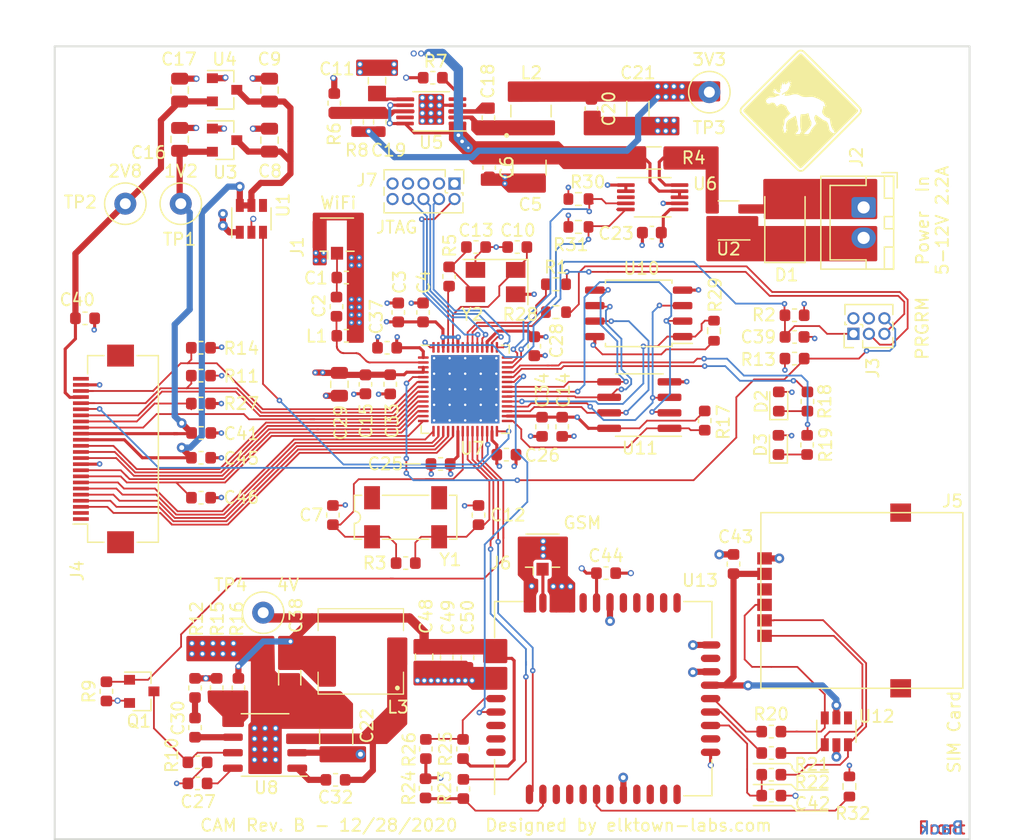
<source format=kicad_pcb>
(kicad_pcb (version 20221018) (generator pcbnew)
  (layers (0 "F.Cu" signal) (1 "In1.Cu" power) (2 "In2.Cu" power) (31 "B.Cu" signal) (34 "B.Paste" user) (35 "F.Paste" user) (36 "B.SilkS" user "B.Silkscreen") (37 "F.SilkS" user "F.Silkscreen") (38 "B.Mask" user) (39 "F.Mask" user) (44 "Edge.Cuts" user))
  (net 0 "")
  (net 1 "GND")
  (net 2 "Net-(C1-Pad1)")
  (net 3 "Net-(C2-Pad1)")
  (net 4 "VSUPPLY")
  (net 5 "CAM_3V3")
  (net 6 "Net-(C11-Pad1)")
  (net 7 "Net-(C13-Pad2)")
  (net 8 "CAM_1V2")
  (net 9 "CAM_2V8")
  (net 10 "Net-(C18-Pad2)")
  (net 11 "Net-(C18-Pad1)")
  (net 12 "Net-(C19-Pad2)")
  (net 13 "3V3")
  (net 14 "Net-(C27-Pad1)")
  (net 15 "VDD_SDIO")
  (net 16 "Net-(C30-Pad2)")
  (net 17 "Net-(C30-Pad1)")
  (net 18 "Net-(C32-Pad2)")
  (net 19 "Net-(C32-Pad1)")
  (net 20 "4V")
  (net 21 "SIM_IO")
  (net 22 "VSIM")
  (net 23 "CSI_PCLK")
  (net 24 "Net-(D1-Pad1)")
  (net 25 "Net-(D2-Pad1)")
  (net 26 "Net-(D3-Pad1)")
  (net 27 "~{RST}")
  (net 28 "PRGR_RX")
  (net 29 "PRGR_TX")
  (net 30 "Net-(J4-Pad24)")
  (net 31 "CAM_RST")
  (net 32 "CSI_VSYNC")
  (net 33 "Net-(J4-Pad17)")
  (net 34 "CSI_HSYNC")
  (net 35 "CSI_D7")
  (net 36 "CSI_MCLK")
  (net 37 "CSI_D6")
  (net 38 "CSI_D5")
  (net 39 "CSI_D4")
  (net 40 "CSI_D0")
  (net 41 "CSI_D3")
  (net 42 "CSI_D1")
  (net 43 "CSI_D2")
  (net 44 "Net-(J4-Pad2)")
  (net 45 "Net-(J4-Pad1)")
  (net 46 "Net-(J5-Pad3)")
  (net 47 "Net-(J5-Pad7)")
  (net 48 "Net-(J5-Pad2)")
  (net 49 "Net-(J5-Pad6)")
  (net 50 "Net-(J6-Pad1)")
  (net 51 "Net-(Q1-Pad3)")
  (net 52 "RADIO_EN")
  (net 53 "Net-(R4-Pad1)")
  (net 54 "Net-(R7-Pad1)")
  (net 55 "Net-(R15-Pad2)")
  (net 56 "SIM_RST")
  (net 57 "SIM_CLK")
  (net 58 "Net-(R23-Pad2)")
  (net 59 "GSM_TX")
  (net 60 "Net-(R25-Pad2)")
  (net 61 "Net-(U1-Pad4)")
  (net 62 "CAM_EN")
  (net 63 "Net-(U5-Pad9)")
  (net 64 "Net-(U6-Pad3)")
  (net 65 "SD_DATA1")
  (net 66 "SD_DATA0")
  (net 67 "SD_DATA3")
  (net 68 "SD_DATA2")
  (net 69 "GSM_RX")
  (net 70 "GSM_PWRKEY")
  (net 71 "Net-(U13-Pad42)")
  (net 72 "Net-(U13-Pad41)")
  (net 73 "Net-(U13-Pad40)")
  (net 74 "Net-(U13-Pad29)")
  (net 75 "Net-(U13-Pad26)")
  (net 76 "Net-(U13-Pad25)")
  (net 77 "Net-(U13-Pad24)")
  (net 78 "Net-(U13-Pad23)")
  (net 79 "Net-(U13-Pad22)")
  (net 80 "Net-(U13-Pad20)")
  (net 81 "Net-(U13-Pad14)")
  (net 82 "Net-(U13-Pad12)")
  (net 83 "Net-(U13-Pad11)")
  (net 84 "Net-(U13-Pad10)")
  (net 85 "Net-(U13-Pad9)")
  (net 86 "Net-(U13-Pad7)")
  (net 87 "Net-(U13-Pad5)")
  (net 88 "Net-(U13-Pad4)")
  (net 89 "Net-(U13-Pad3)")
  (net 90 "Net-(U12-Pad4)")
  (net 91 "PRGRM")
  (net 92 "SDA_CAM")
  (net 93 "SCL_CAM")
  (net 94 "Net-(J7-Pad10)")
  (net 95 "TDI")
  (net 96 "TDO")
  (net 97 "TCK")
  (net 98 "TMS")
  (net 99 "Net-(R1-Pad2)")
  (net 100 "SPICS1")
  (net 101 "Net-(R28-Pad2)")
  (net 102 "SPICS0")
  (net 103 "SDA_AUX")
  (net 104 "SCL_AUX")
  (net 105 "Net-(R32-Pad1)")
  (net 106 "LED1")
  (net 107 "LED2")
  (net 108 "Net-(U7-Pad55)")
  (net 109 "Net-(U7-Pad50)")
  (net 110 "SPICLK")
  (net 111 "/XTALP")
  (net 112 "/XTAL32P")
  (net 113 "/XTALN")
  (net 114 "/XTAL32N")
  (net 115 "Net-(U7-Pad42)")
  (footprint "Capacitor_SMD:C_0603_1608Metric" (layer "F.Cu") (at 112 89)
    (fp_text reference "C46")
    (fp_text value "15p")
  )
  (footprint "Package_TO_SOT_SMD:SuperSOT-6" (layer "F.Cu") (at 155.2448 66.2686 180)
    (fp_text reference "U2")
    (fp_text value "FDC610")
  )
  (footprint "Connector_FFC-FPC:Hirose_FH12-24S-0.5SH_1x24-1MP_P0.50mm_Horizontal" (layer "F.Cu") (at 104 85 90)
    (fp_text reference "J4")
    (fp_text value "Conn_01x24_Male")
  )
  (footprint "MountingHole:MountingHole_3.2mm_M3" (layer "F.Cu") (at 107 71.5)
    (fp_text reference "REF**" hide)
    (fp_text value "MountingHole_3.2mm_M3")
  )
  (footprint "MountingHole:MountingHole_3.2mm_M3" (layer "F.Cu") (at 107 98.5)
    (fp_text reference "REF**" hide)
    (fp_text value "MountingHole_3.2mm_M3")
  )
  (footprint "MountingHole:MountingHole_3.2mm_M3" (layer "F.Cu") (at 170 57)
    (fp_text reference "REF**" hide)
    (fp_text value "MountingHole_3.2mm_M3")
  )
  (footprint "Capacitor_SMD:C_0603_1608Metric" (layer "F.Cu") (at 127.254 76.708 180)
    (fp_text reference "C37")
    (fp_text value "100n")
  )
  (footprint "MountingHole:MountingHole_3.2mm_M3" (layer "F.Cu") (at 105 57)
    (fp_text reference "REF**" hide)
    (fp_text value "MountingHole_3.2mm_M3")
  )
  (footprint "Resistor_SMD:R_0603_1608Metric" (layer "F.Cu") (at 130.9978 54.5698 180)
    (fp_text reference "R7")
    (fp_text value "1M")
  )
  (footprint "Resistor_SMD:R_0603_1608Metric" (layer "F.Cu") (at 124.8002 58.202 -90)
    (fp_text reference "R8")
    (fp_text value "2M")
  )
  (footprint "Package_SO:VSSOP-10_3x3mm_P0.5mm" (layer "F.Cu") (at 149.024 64.3696)
    (fp_text reference "U6")
    (fp_text value "INA226")
  )
  (footprint "Package_TO_SOT_SMD:SOT-23-6" (layer "F.Cu") (at 116.1288 66.1416 90)
    (fp_text reference "U1")
    (fp_text value "TPS22810")
  )
  (footprint "Capacitor_SMD:C_1210_3225Metric" (layer "F.Cu") (at 138.9226 61.9358 -90)
    (fp_text reference "C5")
    (fp_text value "10u, 25V ceramic")
  )
  (footprint "Capacitor_SMD:C_0603_1608Metric" (layer "F.Cu") (at 135.6206 61.9358 -90)
    (fp_text reference "C6")
    (fp_text value "100n")
  )
  (footprint "Capacitor_SMD:C_0603_1608Metric" (layer "F.Cu") (at 135.5571 57.8718 90)
    (fp_text reference "C18")
    (fp_text value "22n")
  )
  (footprint "Capacitor_SMD:C_0603_1608Metric" (layer "F.Cu") (at 126.6544 58.202 90)
    (fp_text reference "C19")
    (fp_text value "22p")
  )
  (footprint "Capacitor_SMD:C_0603_1608Metric" (layer "F.Cu") (at 144.0026 57.1098 -90)
    (fp_text reference "C20")
    (fp_text value "100n")
  )
  (footprint "Capacitor_SMD:C_1206_3216Metric" (layer "F.Cu") (at 147.8126 57.1098 -90)
    (fp_text reference "C21")
    (fp_text value "47u")
  )
  (footprint "Elktown Footprints:IND_LPS3314-222MRC" (layer "F.Cu") (at 139.0496 57.3003 90)
    (fp_text reference "L2")
    (fp_text value "10u, 3A")
  )
  (footprint "Inductor_SMD:L_1206_3216Metric" (layer "F.Cu") (at 149.114 61.1496 180)
    (fp_text reference "R4")
    (fp_text value "50mOhm 1%")
  )
  (footprint "Resistor_SMD:R_0603_1608Metric" (layer "F.Cu") (at 122.9206 56.6526 -90)
    (fp_text reference "R6")
    (fp_text value "442k")
  )
  (footprint "Package_SO:MSOP-10-1EP_3x3mm_P0.5mm_EP1.68x1.88mm" (layer "F.Cu") (at 130.8699 57.3256 180)
    (fp_text reference "U5")
    (fp_text value "LTC3103")
  )
  (footprint "TestPoint:TestPoint_Loop_D2.60mm_Drill0.9mm_Beaded" (layer "F.Cu") (at 105.791 64.897 180)
    (fp_text reference "TP2")
    (fp_text value "2V8")
  )
  (footprint "TestPoint:TestPoint_Loop_D2.60mm_Drill0.9mm_Beaded" (layer "F.Cu") (at 110.3376 64.897)
    (fp_text reference "TP1")
    (fp_text value "1V2")
  )
  (footprint "Capacitor_SMD:C_0805_2012Metric" (layer "F.Cu") (at 126.4258 54.8238 90)
    (fp_text reference "C11")
    (fp_text value "1u, 25V CERAMIC")
  )
  (footprint "Capacitor_SMD:C_0805_2012Metric" (layer "F.Cu") (at 117.612 59.6879 90)
    (fp_text reference "C8")
    (fp_text value "10u")
  )
  (footprint "Capacitor_SMD:C_0805_2012Metric" (layer "F.Cu") (at 110.246 59.6244 90)
    (fp_text reference "C16")
    (fp_text value "10u")
  )
  (footprint "Package_TO_SOT_SMD:SOT-23" (layer "F.Cu") (at 113.929 59.6879)
    (fp_text reference "U3")
    (fp_text value "XC6206-12")
  )
  (footprint "Resistor_SMD:R_0603_1608Metric" (layer "F.Cu") (at 111.9886 81.28 180)
    (fp_text reference "R27")
    (fp_text value "51")
  )
  (footprint "Capacitor_SMD:C_0805_2012Metric" (layer "F.Cu") (at 117.612 55.5858 90)
    (fp_text reference "C9")
    (fp_text value "10u")
  )
  (footprint "Capacitor_SMD:C_0805_2012Metric" (layer "F.Cu") (at 110.246 55.5858 90)
    (fp_text reference "C17")
    (fp_text value "10u")
  )
  (footprint "Package_TO_SOT_SMD:SOT-23" (layer "F.Cu") (at 113.929 55.5604)
    (fp_text reference "U4")
    (fp_text value "XC6206-28")
  )
  (footprint "Diode_SMD:D_SMA" (layer "F.Cu") (at 159.8676 66.3194 90)
    (fp_text reference "D1")
    (fp_text value "SMAJ15CA")
  )
  (footprint "Connector_JST:JST_XH_B2B-XH-A_1x02_P2.50mm_Vertical" (layer "F.Cu") (at 166.3192 65.2018 -90)
    (fp_text reference "J2")
    (fp_text value "Power In")
  )
  (footprint "Resistor_SMD:R_0603_1608Metric" (layer "F.Cu") (at 160.655 77.597 180)
    (fp_text reference "R13")
    (fp_text value "10k")
  )
  (footprint "MountingHole:MountingHole_3.2mm_M3" (layer "F.Cu") (at 105 112)
    (fp_text reference "REF**" hide)
    (fp_text value "MountingHole_3.2mm_M3")
  )
  (footprint "Resistor_SMD:R_0603_1608Metric" (layer "F.Cu") (at 158.75 109.9286 180)
    (fp_text reference "R21")
    (fp_text value "51")
  )
  (footprint "Capacitor_SMD:C_1206_3216Metric" (layer "F.Cu") (at 119.2684 103.7484 -90)
    (fp_text reference "C38")
    (fp_text value "100u, 10V")
  )
  (footprint "Capacitor_SMD:C_0603_1608Metric" (layer "F.Cu") (at 155.6512 94.4372 90)
    (fp_text reference "C43")
    (fp_text value "100n")
  )
  (footprint "Capacitor_SMD:C_0603_1608Metric" (layer "F.Cu") (at 145.202 95.1844)
    (fp_text reference "C44")
    (fp_text value "100n")
  )
  (footprint "Capacitor_SMD:C_0805_2012Metric" (layer "F.Cu") (at 130.2866 102.0678 -90)
    (fp_text reference "C48")
    (fp_text value "10u")
  )
  (footprint "Capacitor_SMD:C_0603_1608Metric" (layer "F.Cu") (at 132.1408 102.0931 -90)
    (fp_text reference "C49")
    (fp_text value "33p")
  )
  (footprint "Capacitor_SMD:C_0603_1608Metric" (layer "F.Cu") (at 133.8426 102.1186 -90)
    (fp_text reference "C50")
    (fp_text value "10p")
  )
  (footprint "Capacitor_SMD:C_0603_1608Metric" (layer "F.Cu") (at 102.489 74.295)
    (fp_text reference "C40")
    (fp_text value "100n")
  )
  (footprint "Resistor_SMD:R_0603_1608Metric" (layer "F.Cu") (at 130.4036 112.8268 90)
    (fp_text reference "R24")
    (fp_text value "39k")
  )
  (footprint "Resistor_SMD:R_0603_1608Metric" (layer "F.Cu") (at 158.75 108.176 180)
    (fp_text reference "R20")
    (fp_text value "51")
  )
  (footprint "Resistor_SMD:R_0603_1608Metric" (layer "F.Cu") (at 113.284 104.5972 -90)
    (fp_text reference "R15")
    (fp_text value "10k")
  )
  (footprint "Resistor_SMD:R_0603_1608Metric" (layer "F.Cu") (at 115.062 104.5972 90)
    (fp_text reference "R16")
    (fp_text value "33.2k")
  )
  (footprint "Capacitor_SMD:C_1210_3225Metric" (layer "F.Cu") (at 123.0784 108.6252 90)
    (fp_text reference "C22")
    (fp_text value "22u, 25V")
  )
  (footprint "Capacitor_SMD:C_0603_1608Metric" (layer "F.Cu") (at 111.7092 112.4204 180)
    (fp_text reference "C27")
    (fp_text value "100n")
  )
  (footprint "Capacitor_SMD:C_0603_1608Metric" (layer "F.Cu") (at 111.506 107.8484 90)
    (fp_text reference "C30")
    (fp_text value "3.9n")
  )
  (footprint "Capacitor_SMD:C_0603_1608Metric" (layer "F.Cu") (at 123.0276 112.1304 180)
    (fp_text reference "C32")
    (fp_text value "10n")
  )
  (footprint "Connector_Coaxial:U.FL_Hirose_U.FL-R-SMT-1_Vertical" (layer "F.Cu") (at 139.995 93.8128 90)
    (fp_text reference "J6")
    (fp_text value "Conn_Coaxial")
  )
  (footprint "Elktown Footprints:MSS7348-XXXMEC" (layer "F.Cu") (at 125.095 101.6 180)
    (fp_text reference "L3")
    (fp_text value "15u, 2.3A")
  )
  (footprint "Resistor_SMD:R_0603_1608Metric" (layer "F.Cu") (at 130.429 109.601 -90)
    (fp_text reference "R26")
    (fp_text value "39k")
  )
  (footprint "Package_SO:SOIC-8-1EP_3.9x4.9mm_P1.27mm_EP2.514x3.2mm" (layer "F.Cu") (at 117.2464 109.2708 180)
    (fp_text reference "U8")
    (fp_text value "MP2307")
  )
  (footprint "Resistor_SMD:R_0603_1608Metric" (layer "F.Cu") (at 133.477 109.601 90)
    (fp_text reference "R25")
    (fp_text value "10k")
  )
  (footprint "Resistor_SMD:R_0603_1608Metric" (layer "F.Cu") (at 111.7092 110.6932 180)
    (fp_text reference "R10")
    (fp_text value "47k")
  )
  (footprint "Resistor_SMD:R_0603_1608Metric" (layer "F.Cu") (at 111.506 104.5972 -90)
    (fp_text reference "R12")
    (fp_text value "6.8k")
  )
  (footprint "Resistor_SMD:R_0603_1608Metric" (layer "F.Cu") (at 133.5024 112.8776 -90)
    (fp_text reference "R23")
    (fp_text value "10k")
  )
  (footprint "Resistor_SMD:R_0603_1608Metric" (layer "F.Cu") (at 158.75 111.7092 180)
    (fp_text reference "R22")
    (fp_text value "51")
  )
  (footprint "RF_GSM:SIMCom_SIM800C" (layer "F.Cu") (at 144.9734 105.4714 90)
    (fp_text reference "U13")
    (fp_text value "SIM800C")
  )
  (footprint "Capacitor_SMD:C_0603_1608Metric" (layer "F.Cu") (at 112.014 83.693)
    (fp_text reference "C41")
    (fp_text value "100n")
  )
  (footprint "MountingHole:MountingHole_3.2mm_M3" (layer "F.Cu") (at 170 112)
    (fp_text reference "REF**" hide)
    (fp_text value "MountingHole_3.2mm_M3")
  )
  (footprint "TestPoint:TestPoint_Loop_D2.60mm_Drill0.9mm_Beaded" (layer "F.Cu") (at 153.67 55.753)
    (fp_text reference "TP3")
    (fp_text value "3V3")
  )
  (footprint "TestPoint:TestPoint_Loop_D2.60mm_Drill0.9mm_Beaded" (layer "F.Cu") (at 117.094 98.425)
    (fp_text reference "TP4")
    (fp_text value "4V")
  )
  (footprint "Package_TO_SOT_SMD:SOT-23-6" (layer "F.Cu") (at 164.084 108.1532 90)
    (fp_text reference "U12")
    (fp_text value "SRV05-4")
  )
  (footprint "Elktown Footprints:MicroSim_6P" (layer "F.Cu") (at 166.174 97.4252 -90)
    (fp_text reference "J5")
    (fp_text value "SIM_Card")
  )
  (footprint "Package_TO_SOT_SMD:SOT-23" (layer "F.Cu") (at 107.1372 104.8766)
    (fp_text reference "Q1")
    (fp_text value "IRLML6402")
  )
  (footprint "Resistor_SMD:R_0603_1608Metric" (layer "F.Cu") (at 104.2416 104.8766 90)
    (fp_text reference "R9")
    (fp_text value "10k")
  )
  (footprint "Elktown Footprints:elktown_logo_10x10" (layer "F.Cu") (at 161.163 57.277)
    (fp_text reference "G***" hide)
    (fp_text value "Elktown Logo" hide)
  )
  (footprint "Connector_PinHeader_1.27mm:PinHeader_2x05_P1.27mm_Vertical" (layer "F.Cu") (at 132.7785 63.246 -90)
    (fp_text reference "J7")
    (fp_text value "JTAG")
  )
  (footprint "Resistor_SMD:R_0603_1608Metric" (layer "F.Cu") (at 141.097 71.501 180)
    (fp_text reference "R1")
    (fp_text value "0")
  )
  (footprint "Resistor_SMD:R_0603_1608Metric" (layer "F.Cu") (at 141.097 73.787 180)
    (fp_text reference "R28")
    (fp_text value "0")
  )
  (footprint "Resistor_SMD:R_0603_1608Metric" (layer "F.Cu") (at 142.9385 64.516)
    (fp_text reference "R30")
    (fp_text value "4.7k")
  )
  (footprint "Resistor_SMD:R_0603_1608Metric" (layer "F.Cu") (at 165.1508 112.6744 90)
    (fp_text reference "R32")
    (fp_text value "10k")
  )
  (footprint "Resistor_SMD:R_0603_1608Metric" (layer "F.Cu") (at 160.655 74.041 180)
    (fp_text reference "R2")
    (fp_text value "10k")
  )
  (footprint "Capacitor_SMD:C_0603_1608Metric" (layer "F.Cu") (at 148.9556 67.2698 180)
    (fp_text reference "C23")
    (fp_text value "100n")
  )
  (footprint "Capacitor_SMD:C_0603_1608Metric" (layer "F.Cu") (at 160.655 75.819)
    (fp_text reference "C39")
    (fp_text value "100n")
  )
  (footprint "Inductor_SMD:L_0603_1608Metric" (layer "F.Cu") (at 123.916 75.7274)
    (fp_text reference "L1")
    (fp_text value "open")
  )
  (footprint "Package_SO:SOIC-8_5.23x5.23mm_P1.27mm" (layer "F.Cu") (at 147.8788 73.8886 180)
    (fp_text reference "U10")
    (fp_text value "W25Q128JVS")
  )
  (footprint "Inductor_SMD:L_0603_1608Metric" (layer "F.Cu") (at 132.334 70.866 -90)
    (fp_text reference "R5")
    (fp_text value "0")
  )
  (footprint "Package_DFN_QFN:QFN-56-1EP_7x7mm_P0.4mm_EP5.6x5.6mm_ThermalVias" (layer "F.Cu") (at 133.6548 80.1116)
    (fp_text reference "U7")
    (fp_text value "ESP32-S2")
  )
  (footprint "Connector_Coaxial:U.FL_Hirose_U.FL-R-SMT-1_Vertical" (layer "F.Cu") (at 123.1464 67.9086 90)
    (fp_text reference "J1")
    (fp_text value "Conn_Coaxial")
  )
  (footprint "Crystal:Crystal_SMD_5032-4Pin_5.0x3.2mm" (layer "F.Cu") (at 136.144 71.3232 180)
    (fp_text reference "Y2")
    (fp_text value "40Mhz")
  )
  (footprint "Package_SO:SOIC-8_3.9x4.9mm_P1.27mm" (layer "F.Cu") (at 147.9296 81.407 180)
    (fp_text reference "U11")
    (fp_text value "LY68L6400")
  )
  (footprint "Resistor_SMD:R_0603_1608Metric" (layer "F.Cu") (at 128.778 94.361)
    (fp_text reference "R3")
    (fp_text value "open")
  )
  (footprint "Capacitor_SMD:C_0603_1608Metric" (layer "F.Cu") (at 125.476 79.7052 -90)
    (fp_text reference "C15")
    (fp_text value "1u")
  )
  (footprint "Resistor_SMD:R_0603_1608Metric" (layer "F.Cu") (at 154.051 75.311 -90)
    (fp_text reference "R29")
    (fp_text value "10k")
  )
  (footprint "Capacitor_SMD:C_0603_1608Metric" (layer "F.Cu") (at 141.605 83.185 -90)
    (fp_text reference "C14")
    (fp_text value "1u")
  )
  (footprint "Capacitor_SMD:C_0603_1608Metric" (layer "F.Cu") (at 139.319 76.581 -90)
    (fp_text reference "C28")
    (fp_text value "100n")
  )
  (footprint "Resistor_SMD:R_0603_1608Metric" (layer "F.Cu") (at 153.289 82.677 90)
    (fp_text reference "R17")
    (fp_text value "10k")
  )
  (footprint "Capacitor_SMD:C_0603_1608Metric" (layer "F.Cu") (at 139.954 83.185 -90)
    (fp_text reference "C34")
    (fp_text value "100n")
  )
  (footprint "Capacitor_SMD:C_0603_1608Metric" (layer "F.Cu") (at 127.508 79.7052 -90)
    (fp_text reference "C33")
    (fp_text value "100n")
  )
  (footprint "Capacitor_SMD:C_0603_1608Metric" (layer "F.Cu") (at 131.6355 86.233 180)
    (fp_text reference "C25")
    (fp_text value "100n")
  )
  (footprint "Capacitor_SMD:C_0603_1608Metric" (layer "F.Cu") (at 137.033 85.471)
    (fp_text reference "C26")
    (fp_text value "100n")
  )
  (footprint "Capacitor_SMD:C_0805_2012Metric" (layer "F.Cu") (at 123.3424 79.7052 -90)
    (fp_text reference "C29")
    (fp_text value "10u")
  )
  (footprint "Capacitor_SMD:C_0603_1608Metric" (layer "F.Cu") (at 123.916 70.9522)
    (fp_text reference "C1")
    (fp_text value "open")
  )
  (footprint "Capacitor_SMD:C_0603_1608Metric" (layer "F.Cu") (at 123.1032 73.3398 90)
    (fp_text reference "C2")
    (fp_text value "short")
  )
  (footprint "Capacitor_SMD:C_0603_1608Metric" (layer "F.Cu") (at 137.922 68.453)
    (fp_text reference "C10")
    (fp_text value "TBD")
  )
  (footprint "Capacitor_SMD:C_0603_1608Metric" (layer "F.Cu") (at 134.747 90.424 -90)
    (fp_text reference "C12")
    (fp_text value "TBD")
  )
  (footprint "Capacitor_SMD:C_0603_1608Metric" (layer "F.Cu") (at 134.5438 68.453 180)
    (fp_text reference "C13")
    (fp_text value "TBD")
  )
  (footprint "Capacitor_SMD:C_0603_1608Metric" (layer "F.Cu") (at 122.809 90.424 -90)
    (fp_text reference "C7")
    (fp_text value "TBD")
  )
  (footprint "Connector_PinHeader_1.27mm:PinHeader_2x03_P1.27mm_Vertical" (layer "F.Cu") (at 165.481 75.565 90)
    (fp_text reference "J3")
    (fp_text value "PRGR")
  )
  (footprint "Crystal:Crystal_SMD_SeikoEpson_MC306-4Pin_8.0x3.2mm" (layer "F.Cu") (at 128.768 90.6039)
    (fp_text reference "Y1")
    (fp_text value "32.768kHz")
  )
  (footprint "Resistor_SMD:R_0603_1608Metric" (layer "F.Cu") (at 161.6837 84.6709 -90)
    (fp_text reference "R19")
    (fp_text value "TBD")
  )
  (footprint "LED_SMD:LED_0603_1608Metric" (layer "F.Cu") (at 159.3342 84.6709 90)
    (fp_text reference "D3")
    (fp_text value "LED_BLUE")
  )
  (footprint "Resistor_SMD:R_0603_1608Metric" (layer "F.Cu") (at 161.7091 81.1149 -90)
    (fp_text reference "R18")
    (fp_text value "TBD")
  )
  (footprint "Capacitor_SMD:C_0603_1608Metric" (layer "F.Cu") (at 128.1684 73.8124 90)
    (fp_text reference "C3")
    (fp_text value "100p")
  )
  (footprint "Capacitor_SMD:C_0603_1608Metric" (layer "F.Cu") (at 130.2004 73.8124 90)
    (fp_text reference "C4")
    (fp_text value "1u")
  )
  (footprint "Capacitor_SMD:C_0603_1608Metric" (layer "F.Cu") (at 112 85.725)
    (fp_text reference "C45")
    (fp_text value "100n")
  )
  (footprint "Resistor_SMD:R_0603_1608Metric" (layer "F.Cu") (at 142.9385 66.802)
    (fp_text reference "R31")
    (fp_text value "4.7k")
  )
  (footprint "Resistor_SMD:R_0603_1608Metric" (layer "F.Cu") (at 111.9886 76.708 180)
    (fp_text reference "R14")
    (fp_text value "4.7k")
  )
  (footprint "Resistor_SMD:R_0603_1608Metric" (layer "F.Cu") (at 111.9886 78.994 180)
    (fp_text reference "R11")
    (fp_text value "4.7k")
  )
  (footprint "LED_SMD:LED_0603_1608Metric" (layer "F.Cu") (at 159.3596 81.1149 90)
    (fp_text reference "D2")
    (fp_text value "LED_RED")
  )
  (footprint "Capacitor_SMD:C_0603_1608Metric" (layer "F.Cu") (at 158.75 113.4252)
    (fp_text reference "C42")
    (fp_text value "22p")
  )
  (gr_line (start 160.3885 114.2427) (end 157.277 114.2427) (stroke (width 0.12)) (layer "F.SilkS"))
  (gr_line (start 160.833 114.6872) (end 160.3885 114.2427) (stroke (width 0.12)) (layer "F.SilkS"))
  (gr_line (start 163.373 114.6872) (end 160.833 114.6872) (stroke (width 0.12)) (layer "F.SilkS"))
  (gr_line (start 160.833 112.96) (end 160.3885 112.5155) (stroke (width 0.12)) (layer "F.SilkS"))
  (gr_line (start 160.452 111.182) (end 160.452 110.9915) (stroke (width 0.12)) (layer "F.SilkS"))
  (gr_line (start 128.6385 86.2265) (end 129.972 86.2265) (stroke (width 0.12)) (layer "F.SilkS"))
  (gr_line (start 160.3885 112.5155) (end 157.277 112.5155) (stroke (width 0.12)) (layer "F.SilkS"))
  (gr_line (start 160.452 110.9915) (end 160.2615 110.801) (stroke (width 0.12)) (layer "F.SilkS"))
  (gr_line (start 160.7695 111.4995) (end 160.452 111.182) (stroke (width 0.12)) (layer "F.SilkS"))
  (gr_line (start 163.4365 111.4995) (end 160.7695 111.4995) (stroke (width 0.12)) (layer "F.SilkS"))
  (gr_line (start 160.2615 110.801) (end 157.277 110.801) (stroke (width 0.12)) (layer "F.SilkS"))
  (gr_line (start 163.373 112.96) (end 160.833 112.96) (stroke (width 0.12)) (layer "F.SilkS"))
  (gr_line (start 100 52) (end 100 117) (stroke (width 0.15)) (layer "Edge.Cuts"))
  (gr_line (start 100 52) (end 175 52) (stroke (width 0.15)) (layer "Edge.Cuts"))
  (gr_line (start 175 52) (end 175 117) (stroke (width 0.15)) (layer "Edge.Cuts"))
  (gr_line (start 100 117) (end 175 117) (stroke (width 0.15)) (layer "Edge.Cuts"))
  (gr_text "Front" (at 172.72 116.078) (layer "F.Cu") (effects (font (size 1 1) (thickness 0.1738))))
  (gr_text "Back" (at 172.72 116.078) (layer "B.Cu") (effects (font (size 1 1) (thickness 0.1738)) (justify mirror)))
  (gr_text "2V8" (at 105.791 62.23) (layer "F.SilkS") (effects (font (size 1 1))))
  (gr_text "SIM Card" (at 173.736 108.204 90) (layer "F.SilkS") (effects (font (size 1 1))))
  (gr_text "1V2" (at 110.363 62.23) (layer "F.SilkS") (effects (font (size 1 1))))
  (gr_text "3V3" (at 153.67 53.086) (layer "F.SilkS") (effects (font (size 1 1))))
  (gr_text "Power  In\n5-12V 2.2A" (at 171.958 66.2686 90) (layer "F.SilkS") (effects (font (size 1 1))))
  (gr_text "4V" (at 119.126 96.139) (layer "F.SilkS") (effects (font (size 1 1))))
  (gr_text "WiFi" (at 123.2535 64.8335) (layer "F.SilkS") (effects (font (size 1 1))))
  (gr_text "GSM" (at 143.256 91.059) (layer "F.SilkS") (effects (font (size 1 1))))
  (gr_text "PRGRM" (at 171.12 75.114 90) (layer "F.SilkS") (effects (font (size 1 1))))
  (gr_text "JTAG" (at 128.0416 66.8336) (layer "F.SilkS") (effects (font (size 1 1))))
  (gr_text "CAM Rev. B - 12/28/2020   Designed by elktown-labs.com" (at 135.3568 115.8556) (layer "F.SilkS") (effects (font (size 1 1))))
  (segment (start 151.224 64.8696) (end 149.8874 64.8696) (width 0.254) (layer "F.Cu") (net 1))
  (segment (start 145.324 63.3696) (end 145.324 63.3696) (width 0.254) (layer "F.Cu") (net 1))
  (segment (start 146.824 63.3696) (end 146.824 63.8696) (width 0.254) (layer "F.Cu") (net 1))
  (segment (start 117.5995 58.7379) (end 117.612 58.7504) (width 0.254) (layer "F.Cu") (net 1))
  (segment (start 112.878 58.6869) (end 112.929 58.7379) (width 0.254) (layer "F.Cu") (net 1))
  (segment (start 159.5375 113.4252) (end 160.72 113.4252) (width 0.146812) (layer "F.Cu") (net 1))
  (segment (start 112.4967 110.6932) (end 112.4967 110.8454) (width 0.146812) (layer "F.Cu") (net 1))
  (segment (start 131.5467 112.0393) (end 131.6228 111.9632) (width 0.146812) (layer "F.Cu") (net 1))
  (segment (start 112.4967 110.8454) (end 110.9217 112.4204) (width 0.146812) (layer "F.Cu") (net 1))
  (segment (start 159.4056 93.9752) (end 159.4056 93.9752) (width 0.254) (layer "F.Cu") (net 1))
  (segment (start 160.72 113.4252) (end 160.7312 113.4364) (width 0.146812) (layer "F.Cu") (net 1))
  (segment (start 111.506 103.8097) (end 112.3951 103.8097) (width 0.508) (layer "F.Cu") (net 1))
  (segment (start 153.7734 109.8714) (end 153.7734 110.9186) (width 0.254) (layer "F.Cu") (net 1))
  (segment (start 153.7734 110.9186) (end 153.7872 110.9324) (width 0.254) (layer "F.Cu") (net 1))
  (segment (start 112.3951 103.8097) (end 113.284 103.8097) (width 0.508) (layer "F.Cu") (net 1))
  (segment (start 164.084 109.2532) (end 164.084 110.236) (width 0.508) (layer "F.Cu") (net 1))
  (segment (start 145.324 63.3696) (end 146.824 63.3696) (width 0.254) (layer "F.Cu") (net 1))
  (segment (start 134.494 70.3232) (end 134.494 69.2903) (width 0.146812) (layer "F.Cu") (net 1))
  (segment (start 134.494 69.2903) (end 135.3313 68.453) (width 0.146812) (layer "F.Cu") (net 1))
  (segment (start 136.1948 68.453) (end 135.3313 68.453) (width 0.146812) (layer "F.Cu") (net 1))
  (segment (start 137.1345 68.453) (end 136.1948 68.453) (width 0.146812) (layer "F.Cu") (net 1))
  (segment (start 137.8458 72.375) (end 137.794 72.3232) (width 0.2032) (layer "F.Cu") (net 1))
  (segment (start 137.9076 72.6198) (end 138.4566 72.6198) (width 0.146812) (layer "F.Cu") (net 1))
  (segment (start 129.2482 73.0374) (end 129.2352 73.0504) (width 0.254) (layer "F.Cu") (net 1))
  (segment (start 130.2004 73.0374) (end 129.2482 73.0374) (width 0.254) (layer "F.Cu") (net 1))
  (segment (start 127.267 73.0374) (end 127.254 73.0504) (width 0.254) (layer "F.Cu") (net 1))
  (segment (start 128.1684 73.0374) (end 127.267 73.0374) (width 0.254) (layer "F.Cu") (net 1))
  (segment (start 159.4056 93.9752) (end 159.4104 93.98) (width 0.254) (layer "F.Cu") (net 1))
  (segment (start 164.084 110.236) (end 164.084 110.236) (width 0.508) (layer "F.Cu") (net 1))
  (segment (start 139.0337 83.9725) (end 139.0144 83.9532) (width 0.254) (layer "F.Cu") (net 1))
  (segment (start 130.848 86.233) (end 130.848 87.033) (width 0.254) (layer "F.Cu") (net 1))
  (segment (start 103.6825 79.75) (end 103.683 79.7495) (width 0.254) (layer "F.Cu") (net 1))
  (segment (start 116.1288 66.294) (end 116.2812 66.1416) (width 0.146812) (layer "F.Cu") (net 1))
  (segment (start 130.848 87.033) (end 130.8735 87.0585) (width 0.254) (layer "F.Cu") (net 1))
  (segment (start 122.9206 54.6714) (end 122.8444 54.5952) (width 0.508) (layer "F.Cu") (net 1))
  (segment (start 122.9206 55.8651) (end 122.9206 54.6714) (width 0.508) (layer "F.Cu") (net 1))
  (segment (start 117.5741 54.6104) (end 117.612 54.6483) (width 0.508) (layer "F.Cu") (net 1))
  (segment (start 112.929 54.6104) (end 113.944 54.6104) (width 0.508) (layer "F.Cu") (net 1))
  (segment (start 146.6234 113.3214) (end 146.6234 111.9584) (width 0.508) (layer "F.Cu") (net 1))
  (segment (start 162.179 75.819) (end 162.306 75.946) (width 0.146812) (layer "F.Cu") (net 1))
  (segment (start 112.776 81.28) (end 113.665 81.28) (width 0.254) (layer "F.Cu") (net 1))
  (segment (start 126.5808 80.4927) (end 126.5555 80.518) (width 0.254) (layer "F.Cu") (net 1))
  (segment (start 142.5511 83.9725) (end 142.5704 83.9532) (width 0.254) (layer "F.Cu") (net 1))
  (segment (start 148.1806 68.2846) (end 148.1584 68.3068) (width 0.254) (layer "F.Cu") (net 1))
  (segment (start 139.954 83.9725) (end 139.0337 83.9725) (width 0.254) (layer "F.Cu") (net 1))
  (segment (start 153.7734 101.0714) (end 152.3381 101.0714) (width 0.508) (layer "F.Cu") (net 1))
  (segment (start 130.429 110.3885) (end 130.429 112.0139) (width 0.254) (layer "F.Cu") (net 1))
  (segment (start 159.4104 93.98) (end 158.1988 93.98) (width 0.508) (layer "F.Cu") (net 1))
  (segment (start 145.5234 99.1109) (end 145.5295 99.117) (width 0.508) (layer "F.Cu") (net 1))
  (segment (start 123.3424 80.6427) (end 122.2398 80.6427) (width 0.508) (layer "F.Cu") (net 1))
  (segment (start 126.4665 76.708) (end 126.4665 75.8445) (width 0.254) (layer "F.Cu") (net 1))
  (segment (start 113.944 54.6104) (end 113.9952 54.5592) (width 0.508) (layer "F.Cu") (net 1))
  (segment (start 155.6512 93.6497) (end 154.4893 93.6497) (width 0.508) (layer "F.Cu") (net 1))
  (segment (start 151.4788 71.9836) (end 152.762 71.9836) (width 0.254) (layer "F.Cu") (net 1))
  (segment (start 145.9895 95.1844) (end 147.234 95.1844) (width 0.254) (layer "F.Cu") (net 1))
  (segment (start 122.809 89.6365) (end 123.787 89.6365) (width 0.146812) (layer "F.Cu") (net 1))
  (segment (start 122.2398 80.6427) (end 122.2375 80.645) (width 0.508) (layer "F.Cu") (net 1))
  (segment (start 151.7968 79.502) (end 151.816 79.4828) (width 0.254) (layer "F.Cu") (net 1))
  (segment (start 137.8205 86.271) (end 137.668 86.4235) (width 0.254) (layer "F.Cu") (net 1))
  (segment (start 140.195 77.356) (end 140.208 77.343) (width 0.254) (layer "F.Cu") (net 1))
  (segment (start 117.612 58.7504) (end 116.256 58.7504) (width 0.508) (layer "F.Cu") (net 1))
  (segment (start 133.6295 89.6365) (end 133.604 89.662) (width 0.146812) (layer "F.Cu") (net 1))
  (segment (start 116.2687 54.6483) (end 116.2304 54.61) (width 0.508) (layer "F.Cu") (net 1))
  (segment (start 152.3606 103.2714) (end 152.324 103.308) (width 0.508) (layer "F.Cu") (net 1))
  (segment (start 130.4797 111.9632) (end 130.4036 112.0393) (width 0.254) (layer "F.Cu") (net 1))
  (segment (start 112.929 58.7379) (end 113.8805 58.7379) (width 0.508) (layer "F.Cu") (net 1))
  (segment (start 139.319 77.356) (end 140.195 77.356) (width 0.254) (layer "F.Cu") (net 1))
  (segment (start 110.246 58.6869) (end 111.5947 58.6869) (width 0.508) (layer "F.Cu") (net 1))
  (segment (start 112.7875 85.725) (end 113.659 85.725) (width 0.254) (layer "F.Cu") (net 1))
  (segment (start 113.659 83.693) (end 113.6652 83.6992) (width 0.254) (layer "F.Cu") (net 1))
  (segment (start 103.2765 75.203) (end 103.2385 75.241) (width 0.254) (layer "F.Cu") (net 1))
  (segment (start 131.5614 56.8256) (end 131.5439 56.8431) (width 0.254) (layer "F.Cu") (net 1))
  (segment (start 145.5234 97.6214) (end 145.5234 99.1109) (width 0.508) (layer "F.Cu") (net 1))
  (segment (start 110.9217 112.4204) (end 110.0011 112.4204) (width 0.146812) (layer "F.Cu") (net 1))
  (segment (start 112.7875 89) (end 113.6476 89) (width 0.254) (layer "F.Cu") (net 1))
  (segment (start 141.605 83.9725) (end 142.5511 83.9725) (width 0.254) (layer "F.Cu") (net 1))
  (segment (start 139.954 83.9725) (end 139.770464 83.9725) (width 0.254) (layer "F.Cu") (net 1))
  (segment (start 123.787 89.6365) (end 123.825 89.5985) (width 0.146812) (layer "F.Cu") (net 1))
  (segment (start 125.476 80.4802) (end 124.5613 80.4802) (width 0.254) (layer "F.Cu") (net 1))
  (segment (start 153.7734 103.2714) (end 152.3606 103.2714) (width 0.508) (layer "F.Cu") (net 1))
  (segment (start 112.8015 83.693) (end 113.659 83.693) (width 0.254) (layer "F.Cu") (net 1))
  (segment (start 134.747 89.6365) (end 133.6295 89.6365) (width 0.146812) (layer "F.Cu") (net 1))
  (segment (start 165.1508 111.8494) (end 165.1508 110.9472) (width 0.146812) (layer "F.Cu") (net 1))
  (segment (start 112.8911 54.6483) (end 112.929 54.6104) (width 0.508) (layer "F.Cu") (net 1))
  (segment (start 150.4046 79.502) (end 151.7968 79.502) (width 0.254) (layer "F.Cu") (net 1))
  (segment (start 133.0199 56.8256) (end 131.5614 56.8256) (width 0.254) (layer "F.Cu") (net 1))
  (segment (start 146.6234 111.9584) (end 146.609 111.944) (width 0.508) (layer "F.Cu") (net 1))
  (segment (start 103.666 86.25) (end 103.683 86.233) (width 0.254) (layer "F.Cu") (net 1))
  (segment (start 127.508 80.4927) (end 126.5808 80.4927) (width 0.254) (layer "F.Cu") (net 1))
  (segment (start 131.6228 111.9632) (end 130.4797 111.9632) (width 0.254) (layer "F.Cu") (net 1))
  (segment (start 116.1288 67.2416) (end 116.1288 66.294) (width 0.146812) (layer "F.Cu") (net 1))
  (segment (start 102.15 86.25) (end 103.666 86.25) (width 0.254) (layer "F.Cu") (net 1))
  (segment (start 102.15 79.75) (end 103.6825 79.75) (width 0.254) (layer "F.Cu") (net 1))
  (segment (start 130.429 112.0139) (end 130.4036 112.0393) (width 0.254) (layer "F.Cu") (net 1))
  (segment (start 124.5613 80.4802) (end 124.5235 80.518) (width 0.254) (layer "F.Cu") (net 1))
  (segment (start 103.2765 74.295) (end 103.2765 75.203) (width 0.254) (layer "F.Cu") (net 1))
  (segment (start 152.762 71.9836) (end 152.7812 71.9644) (width 0.254) (layer "F.Cu") (net 1))
  (segment (start 126.4665 75.8445) (end 126.492 75.819) (width 0.254) (layer "F.Cu") (net 1))
  (segment (start 113.6476 89) (end 113.6652 88.9824) (width 0.254) (layer "F.Cu") (net 1))
  (segment (start 161.43 75.819) (end 162.179 75.819) (width 0.146812) (layer "F.Cu") (net 1))
  (segment (start 154.4893 93.6497) (end 154.483 93.656) (width 0.508) (layer "F.Cu") (net 1))
  (segment (start 110.246 54.6483) (end 111.6201 54.6483) (width 0.508) (layer "F.Cu") (net 1))
  (segment (start 137.8205 85.471) (end 137.8205 86.271) (width 0.254) (layer "F.Cu") (net 1))
  (segment (start 148.1806 67.2698) (end 148.1806 68.2846) (width 0.254) (layer "F.Cu") (net 1))
  (segment (start 113.659 85.725) (end 113.6652 85.7312) (width 0.254) (layer "F.Cu") (net 1))
  (segment (start 117.612 54.6483) (end 116.2687 54.6483) (width 0.508) (layer "F.Cu") (net 1))
  (segment (start 152.3381 101.0714) (end 152.324 101.0855) (width 0.508) (layer "F.Cu") (net 1))
  (segment (start 139.3033 72.3232) (end 139.3065 72.32) (width 0.254) (layer "F.Cu") (net 1))
  (segment (start 137.794 72.3232) (end 139.3033 72.3232) (width 0.254) (layer "F.Cu") (net 1))
  (segment (start 158.1988 93.98) (end 158.194 93.9752) (width 0.508) (layer "F.Cu") (net 1))
  (via (at 125.0288 54.1126) (size 0.5) (drill 0.3) (layers "F.Cu" "B.Cu") (net 1))
  (via (at 125.0288 53.467) (size 0.5) (drill 0.3) (layers "F.Cu" "B.Cu") (net 1))
  (via (at 127.8228 53.467) (size 0.5) (drill 0.3) (layers "F.Cu" "B.Cu") (net 1))
  (via (at 127.8228 54.1126) (size 0.5) (drill 0.3) (layers "F.Cu" "B.Cu") (net 1))
  (via (at 149.4382 58.9386) (size 0.5) (drill 0.3) (layers "F.Cu" "B.Cu") (net 1))
  (via (at 150.0986 58.9386) (size 0.5) (drill 0.3) (layers "F.Cu" "B.Cu") (net 1))
  (via (at 149.4382 58.075) (size 0.5) (drill 0.3) (layers "F.Cu" "B.Cu") (net 1))
  (via (at 150.759 58.075) (size 0.5) (drill 0.3) (layers "F.Cu" "B.Cu") (net 1))
  (via (at 150.759 58.9386) (size 0.5) (drill 0.3) (layers "F.Cu" "B.Cu") (net 1))
  (via (at 150.0986 58.075) (size 0.5) (drill 0.3) (layers "F.Cu" "B.Cu") (net 1))
  (via (at 131.5439 58.1131) (size 0.5) (drill 0.3) (layers "F.Cu" "B.Cu") (net 1))
  (via (at 130.8454 58.1131) (size 0.5) (drill 0.3) (layers "F.Cu" "B.Cu") (net 1))
  (via (at 130.1469 58.1131) (size 0.5) (drill 0.3) (layers "F.Cu" "B.Cu") (net 1))
  (via (at 131.5439 57.4781) (size 0.5) (drill 0.3) (layers "F.Cu" "B.Cu") (net 1))
  (via (at 130.8454 57.4781) (size 0.5) (drill 0.3) (layers "F.Cu" "B.Cu") (net 1))
  (via (at 130.1469 57.4781) (size 0.5) (drill 0.3) (layers "F.Cu" "B.Cu") (net 1))
  (via (at 130.1469 56.8431) (size 0.5) (drill 0.3) (layers "F.Cu" "B.Cu") (net 1))
  (via (at 130.8454 56.8431) (size 0.5) (drill 0.3) (layers "F.Cu" "B.Cu") (net 1))
  (via (at 131.5439 56.8431) (size 0.5) (drill 0.3) (layers "F.Cu" "B.Cu") (net 1))
  (via (at 130.1469 56.2081) (size 0.5) (drill 0.3) (layers "F.Cu" "B.Cu") (net 1))
  (via (at 130.8454 56.2081) (size 0.5) (drill 0.3) (layers "F.Cu" "B.Cu") (net 1))
  (via (at 131.5439 56.2081) (size 0.5) (drill 0.3) (layers "F.Cu" "B.Cu") (net 1))
  (via (at 122.8444 54.5952) (size 0.5) (drill 0.3) (layers "F.Cu" "B.Cu") (net 1))
  (via (at 114.6556 101.8032) (size 0.5) (drill 0.3) (layers "F.Cu" "B.Cu") (net 1))
  (via (at 111.252 100.9396) (size 0.5) (drill 0.3) (layers "F.Cu" "B.Cu") (net 1))
  (via (at 132.5372 103.9876) (size 0.5) (drill 0.3) (layers "F.Cu" "B.Cu") (net 1))
  (via (at 133.096 103.9876) (size 0.5) (drill 0.3) (layers "F.Cu" "B.Cu") (net 1))
  (via (at 133.6548 103.9876) (size 0.5) (drill 0.3) (layers "F.Cu" "B.Cu") (net 1))
  (via (at 112.9792 101.8032) (size 0.5) (drill 0.3) (layers "F.Cu" "B.Cu") (net 1))
  (via (at 131.9784 103.9876) (size 0.5) (drill 0.3) (layers "F.Cu" "B.Cu") (net 1))
  (via (at 111.252 101.8032) (size 0.5) (drill 0.3) (layers "F.Cu" "B.Cu") (net 1))
  (via (at 112.9792 100.9396) (size 0.5) (drill 0.3) (layers "F.Cu" "B.Cu") (net 1))
  (via (at 112.1156 101.8032) (size 0.5) (drill 0.3) (layers "F.Cu" "B.Cu") (net 1))
  (via (at 114.6556 100.9396) (size 0.5) (drill 0.3) (layers "F.Cu" "B.Cu") (net 1))
  (via (at 116.3828 108.7628) (size 0.5) (drill 0.3) (layers "F.Cu" "B.Cu") (net 1))
  (via (at 116.3828 109.6264) (size 0.5) (drill 0.3) (layers "F.Cu" "B.Cu") (net 1))
  (via (at 117.2464 107.8992) (size 0.5) (drill 0.3) (layers "F.Cu" "B.Cu") (net 1))
  (via (at 129.7432 103.9876) (size 0.5) (drill 0.3) (layers "F.Cu" "B.Cu") (net 1))
  (via (at 118.11 110.49) (size 0.5) (drill 0.3) (layers "F.Cu" "B.Cu") (net 1))
  (via (at 160.7312 113.4364) (size 0.5) (drill 0.3) (layers "F.Cu" "B.Cu") (net 1))
  (via (at 116.3828 107.8992) (size 0.5) (drill 0.3) (layers "F.Cu" "B.Cu") (net 1))
  (via (at 118.11 109.6264) (size 0.5) (drill 0.3) (layers "F.Cu" "B.Cu") (net 1))
  (via (at 131.4196 103.9876) (size 0.5) (drill 0.3) (layers "F.Cu" "B.Cu") (net 1))
  (via (at 118.11 107.8992) (size 0.5) (drill 0.3) (layers "F.Cu" "B.Cu") (net 1))
  (via (at 117.2464 110.49) (size 0.5) (drill 0.3) (layers "F.Cu" "B.Cu") (net 1))
  (via (at 113.792 101.8032) (size 0.5) (drill 0.3) (layers "F.Cu" "B.Cu") (net 1))
  (via (at 130.8608 103.9876) (size 0.5) (drill 0.3) (layers "F.Cu" "B.Cu") (net 1))
  (via (at 112.3951 103.8097) (size 0.5) (drill 0.3) (layers "F.Cu" "B.Cu") (net 1))
  (via (at 117.2464 109.6264) (size 0.5) (drill 0.3) (layers "F.Cu" "B.Cu") (net 1))
  (via (at 134.2136 103.9876) (size 0.5) (drill 0.3) (layers "F.Cu" "B.Cu") (net 1))
  (via (at 131.6228 111.9632) (size 0.5) (drill 0.3) (layers "F.Cu" "B.Cu") (net 1))
  (via (at 112.1156 100.9396) (size 0.5) (drill 0.3) (layers "F.Cu" "B.Cu") (net 1))
  (via (at 113.792 100.9396) (size 0.5) (drill 0.3) (layers "F.Cu" "B.Cu") (net 1))
  (via (at 116.3828 110.49) (size 0.5) (drill 0.3) (layers "F.Cu" "B.Cu") (net 1))
  (via (at 118.11 108.7628) (size 0.5) (drill 0.3) (layers "F.Cu" "B.Cu") (net 1))
  (via (at 117.2464 108.7628) (size 0.5) (drill 0.3) (layers "F.Cu" "B.Cu") (net 1))
  (via (at 142.274 96.2752) (size 0.5) (drill 0.3) (layers "F.Cu" "B.Cu") (net 1))
  (via (at 141.574 96.2752) (size 0.5) (drill 0.3) (layers "F.Cu" "B.Cu") (net 1))
  (via (at 153.7872 110.9324) (size 0.5) (drill 0.3) (layers "F.Cu" "B.Cu") (net 1))
  (via (at 140.0458 93.762) (size 0.5) (drill 0.3) (layers "F.Cu" "B.Cu") (net 1))
  (via (at 140.0458 93.1524) (size 0.5) (drill 0.3) (layers "F.Cu" "B.Cu") (net 1))
  (via (at 140.0458 92.5682) (size 0.5) (drill 0.3) (layers "F.Cu" "B.Cu") (net 1))
  (via (at 140.874 96.2766) (size 0.5) (drill 0.3) (layers "F.Cu" "B.Cu") (net 1))
  (via (at 139.106 96.2512) (size 0.5) (drill 0.3) (layers "F.Cu" "B.Cu") (net 1))
  (via (at 130.302 103.9876) (size 0.5) (drill 0.3) (layers "F.Cu" "B.Cu") (net 1))
  (via (at 116.2304 54.61) (size 0.5) (drill 0.3) (layers "F.Cu" "B.Cu") (net 1))
  (via (at 124.968 69.3166) (size 0.45) (drill 0.2) (layers "F.Cu" "B.Cu") (net 1))
  (via (at 124.333 69.3166) (size 0.45) (drill 0.2) (layers "F.Cu" "B.Cu") (net 1))
  (via (at 124.968 73.3806) (size 0.45) (drill 0.2) (layers "F.Cu" "B.Cu") (net 1))
  (via (at 124.333 73.3806) (size 0.45) (drill 0.2) (layers "F.Cu" "B.Cu") (net 1))
  (via (at 124.333 72.7456) (size 0.45) (drill 0.2) (layers "F.Cu" "B.Cu") (net 1))
  (via (at 124.968 72.7456) (size 0.45) (drill 0.2) (layers "F.Cu" "B.Cu") (net 1))
  (via (at 124.333 74.0156) (size 0.45) (drill 0.2) (layers "F.Cu" "B.Cu") (net 1))
  (via (at 124.968 74.0156) (size 0.45) (drill 0.2) (layers "F.Cu" "B.Cu") (net 1))
  (via (at 124.968 74.6506) (size 0.45) (drill 0.2) (layers "F.Cu" "B.Cu") (net 1))
  (via (at 124.333 74.6506) (size 0.45) (drill 0.2) (layers "F.Cu" "B.Cu") (net 1))
  (via (at 121.412 69.5706) (size 0.45) (drill 0.2) (layers "F.Cu" "B.Cu") (net 1))
  (via (at 121.412 68.9356) (size 0.45) (drill 0.2) (layers "F.Cu" "B.Cu") (net 1))
  (via (at 122.047 69.5706) (size 0.45) (drill 0.2) (layers "F.Cu" "B.Cu") (net 1))
  (via (at 122.047 68.9356) (size 0.45) (drill 0.2) (layers "F.Cu" "B.Cu") (net 1))
  (via (at 124.968 69.9516) (size 0.45) (drill 0.2) (layers "F.Cu" "B.Cu") (net 1))
  (via (at 124.333 69.9516) (size 0.45) (drill 0.2) (layers "F.Cu" "B.Cu") (net 1))
  (via (at 136.1948 68.453) (size 0.45) (drill 0.2) (layers "F.Cu" "B.Cu") (net 1))
  (via (at 127.254 73.0504) (size 0.45) (drill 0.2) (layers "F.Cu" "B.Cu") (net 1))
  (via (at 129.2352 73.0504) (size 0.45) (drill 0.2) (layers "F.Cu" "B.Cu") (net 1))
  (via (at 152.324 101.0855) (size 0.8) (drill 0.4) (layers "F.Cu" "B.Cu") (net 1))
  (via (at 113.665 81.28) (size 0.45) (drill 0.2) (layers "F.Cu" "B.Cu") (net 1))
  (via (at 113.6652 88.9824) (size 0.45) (drill 0.2) (layers "F.Cu" "B.Cu") (net 1))
  (via (at 154.483 93.656) (size 0.8) (drill 0.4) (layers "F.Cu" "B.Cu") (net 1))
  (via (at 136.906 63.246) (size 0.45) (drill 0.2) (layers "F.Cu" "B.Cu") (net 1))
  (via (at 126.5555 80.518) (size 0.45) (drill 0.2) (layers "F.Cu" "B.Cu") (net 1))
  (via (at 103.683 86.233) (size 0.45) (drill 0.2) (layers "F.Cu" "B.Cu") (net 1))
  (via (at 133.604 89.662) (size 0.45) (drill 0.2) (layers "F.Cu" "B.Cu") (net 1))
  (via (at 113.6652 85.7312) (size 0.45) (drill 0.2) (layers "F.Cu" "B.Cu") (net 1))
  (via (at 164.084 110.236) (size 0.8) (drill 0.4) (layers "F.Cu" "B.Cu") (net 1))
  (via (at 152.7812 71.9644) (size 0.45) (drill 0.2) (layers "F.Cu" "B.Cu") (net 1))
  (via (at 152.324 103.308) (size 0.8) (drill 0.4) (layers "F.Cu" "B.Cu") (net 1))
  (via (at 151.816 79.4828) (size 0.45) (drill 0.2) (layers "F.Cu" "B.Cu") (net 1))
  (via (at 148.1584 68.3068) (size 0.45) (drill 0.2) (layers "F.Cu" "B.Cu") (net 1))
  (via (at 124.5235 80.518) (size 0.45) (drill 0.2) (layers "F.Cu" "B.Cu") (net 1))
  (via (at 116.256 58.7504) (size 0.5) (drill 0.3) (layers "F.Cu" "B.Cu") (net 1))
  (via (at 139.0144 83.9532) (size 0.45) (drill 0.2) (layers "F.Cu" "B.Cu") (net 1))
  (via (at 147.234 95.1844) (size 0.5) (drill 0.3) (layers "F.Cu" "B.Cu") (net 1))
  (via (at 111.6201 54.6483) (size 0.5) (drill 0.3) (layers "F.Cu" "B.Cu") (net 1))
  (via (at 116.2812 66.1416) (size 0.5) (drill 0.3) (layers "F.Cu" "B.Cu") (net 1))
  (via (at 113.9952 54.5592) (size 0.5) (drill 0.3) (layers "F.Cu" "B.Cu") (net 1))
  (via (at 165.1508 110.9472) (size 0.45) (drill 0.2) (layers "F.Cu" "B.Cu") (net 1))
  (via (at 162.306 75.946) (size 0.45) (drill 0.2) (layers "F.Cu" "B.Cu") (net 1))
  (via (at 122.2375 80.645) (size 0.45) (drill 0.2) (layers "F.Cu" "B.Cu") (net 1))
  (via (at 139.3065 72.32) (size 0.45) (drill 0.2) (layers "F.Cu" "B.Cu") (net 1))
  (via (at 126.492 75.819) (size 0.45) (drill 0.2) (layers "F.Cu" "B.Cu") (net 1))
  (via (at 137.668 86.4235) (size 0.45) (drill 0.2) (layers "F.Cu" "B.Cu") (net 1))
  (via (at 130.8735 87.0585) (size 0.45) (drill 0.2) (layers "F.Cu" "B.Cu") (net 1))
  (via (at 136.906 62.738) (size 0.45) (drill 0.2) (layers "F.Cu" "B.Cu") (net 1))
  (via (at 140.208 77.343) (size 0.45) (drill 0.2) (layers "F.Cu" "B.Cu") (net 1))
  (via (at 103.683 79.7495) (size 0.45) (drill 0.2) (layers "F.Cu" "B.Cu") (net 1))
  (via (at 145.324 63.3696) (size 0.45) (drill 0.2) (layers "F.Cu" "B.Cu") (net 1))
  (via (at 110.0011 112.4204) (size 0.45) (drill 0.2) (layers "F.Cu" "B.Cu") (net 1))
  (via (at 159.4056 93.9752) (size 0.8) (drill 0.4) (layers "F.Cu" "B.Cu") (net 1))
  (via (at 149.8874 64.8696) (size 0.45) (drill 0.2) (layers "F.Cu" "B.Cu") (net 1))
  (via (at 145.5295 99.117) (size 0.8) (drill 0.4) (layers "F.Cu" "B.Cu") (net 1))
  (via (at 103.2385 75.241) (size 0.45) (drill 0.2) (layers "F.Cu" "B.Cu") (net 1))
  (via (at 111.5947 58.6869) (size 0.5) (drill 0.3) (layers "F.Cu" "B.Cu") (net 1))
  (via (at 146.609 111.944) (size 0.8) (drill 0.4) (layers "F.Cu" "B.Cu") (net 1))
  (via (at 113.6652 83.6992) (size 0.45) (drill 0.2) (layers "F.Cu" "B.Cu") (net 1))
  (via (at 113.8805 58.7379) (size 0.5) (drill 0.3) (layers "F.Cu" "B.Cu") (net 1))
  (via (at 142.5704 83.9532) (size 0.45) (drill 0.2) (layers "F.Cu" "B.Cu") (net 1))
  (via (at 123.825 89.5985) (size 0.45) (drill 0.2) (layers "F.Cu" "B.Cu") (net 1))
  (segment (start 123.1464 68.9586) (end 123.1464 70.9343) (width 0.146812) (layer "F.Cu") (net 2))
  (segment (start 123.1464 70.9343) (end 123.1285 70.9522) (width 0.146812) (layer "F.Cu") (net 2))
  (segment (start 123.1285 70.9522) (end 123.1285 72.527) (width 0.146812) (layer "F.Cu") (net 2))
  (segment (start 123.1285 72.527) (end 123.1032 72.5523) (width 0.146812) (layer "F.Cu") (net 2))
  (segment (start 123.1032 74.1273) (end 123.1032 75.7021) (width 0.146812) (layer "F.Cu") (net 3))
  (segment (start 123.1032 75.7021) (end 123.1285 75.7274) (width 0.146812) (layer "F.Cu") (net 3))
  (segment (start 123.439246 77.071126) (end 123.41987 77.057479) (width 0.146812) (layer "F.Cu") (net 3))
  (segment (start 123.401187 77.042899) (end 123.383241 77.027419) (width 0.146812) (layer "F.Cu") (net 3))
  (segment (start 125.8636 77.9116) (end 130.2173 77.9116) (width 0.146812) (layer "F.Cu") (net 3))
  (segment (start 125.595346 77.830226) (end 125.57597 77.816579) (width 0.146812) (layer "F.Cu") (net 3))
  (segment (start 123.567337 77.131708) (end 123.544834 77.124274) (width 0.146812) (layer "F.Cu") (net 3))
  (segment (start 125.57597 77.816579) (end 125.557287 77.801999) (width 0.146812) (layer "F.Cu") (net 3))
  (segment (start 123.137777 76.667697) (end 123.14297 76.690821) (width 0.146812) (layer "F.Cu") (net 3))
  (segment (start 125.615368 77.842905) (end 125.595346 77.830226) (width 0.146812) (layer "F.Cu") (net 3))
  (segment (start 123.613301 77.143222) (end 123.590178 77.138029) (width 0.146812) (layer "F.Cu") (net 3))
  (segment (start 125.539341 77.786519) (end 125.522178 77.770178) (width 0.146812) (layer "F.Cu") (net 3))
  (segment (start 124.7045 77.1525) (end 123.7075 77.1525) (width 0.146812) (layer "F.Cu") (net 3))
  (segment (start 123.1285 76.5735) (end 123.129081 76.597191) (width 0.146812) (layer "F.Cu") (net 3))
  (segment (start 125.657157 77.865241) (end 125.635988 77.854586) (width 0.146812) (layer "F.Cu") (net 3))
  (segment (start 123.660173 77.150174) (end 123.636652 77.147273) (width 0.146812) (layer "F.Cu") (net 3))
  (segment (start 124.932109 77.209513) (end 124.910941 77.198858) (width 0.146812) (layer "F.Cu") (net 3))
  (segment (start 123.133726 76.644347) (end 123.137777 76.667697) (width 0.146812) (layer "F.Cu") (net 3))
  (segment (start 123.2381 76.879811) (end 123.253579 76.897756) (width 0.146812) (layer "F.Cu") (net 3))
  (segment (start 123.683807 77.151918) (end 123.660173 77.150174) (width 0.146812) (layer "F.Cu") (net 3))
  (segment (start 125.557287 77.801999) (end 125.539341 77.786519) (width 0.146812) (layer "F.Cu") (net 3))
  (segment (start 123.383241 77.027419) (end 123.366078 77.011078) (width 0.146812) (layer "F.Cu") (net 3))
  (segment (start 123.129081 76.597191) (end 123.130825 76.620826) (width 0.146812) (layer "F.Cu") (net 3))
  (segment (start 125.792752 77.906373) (end 125.769401 77.902322) (width 0.146812) (layer "F.Cu") (net 3))
  (segment (start 125.028756 77.27758) (end 125.010811 77.2621) (width 0.146812) (layer "F.Cu") (net 3))
  (segment (start 123.223519 76.861128) (end 123.2381 76.879811) (width 0.146812) (layer "F.Cu") (net 3))
  (segment (start 123.197194 76.82173) (end 123.209873 76.841752) (width 0.146812) (layer "F.Cu") (net 3))
  (segment (start 123.149291 76.713661) (end 123.156724 76.736164) (width 0.146812) (layer "F.Cu") (net 3))
  (segment (start 123.130825 76.620826) (end 123.133726 76.644347) (width 0.146812) (layer "F.Cu") (net 3))
  (segment (start 125.045921 77.293921) (end 125.028756 77.27758) (width 0.146812) (layer "F.Cu") (net 3))
  (segment (start 125.723437 77.890808) (end 125.700934 77.883374) (width 0.146812) (layer "F.Cu") (net 3))
  (segment (start 123.1285 76.5735) (end 123.1285 75.7274) (width 0.146812) (layer "F.Cu") (net 3))
  (segment (start 124.992128 77.247519) (end 124.972752 77.233873) (width 0.146812) (layer "F.Cu") (net 3))
  (segment (start 124.82182 77.16697) (end 124.798697 77.161777) (width 0.146812) (layer "F.Cu") (net 3))
  (segment (start 125.769401 77.902322) (end 125.746278 77.897129) (width 0.146812) (layer "F.Cu") (net 3))
  (segment (start 124.867164 77.180725) (end 124.844661 77.173291) (width 0.146812) (layer "F.Cu") (net 3))
  (segment (start 123.501057 77.106141) (end 123.479888 77.095486) (width 0.146812) (layer "F.Cu") (net 3))
  (segment (start 123.522723 77.115745) (end 123.501057 77.106141) (width 0.146812) (layer "F.Cu") (net 3))
  (segment (start 124.751826 77.154824) (end 124.728191 77.153081) (width 0.146812) (layer "F.Cu") (net 3))
  (segment (start 124.775347 77.157725) (end 124.751826 77.154824) (width 0.146812) (layer "F.Cu") (net 3))
  (segment (start 125.746278 77.897129) (end 125.723437 77.890808) (width 0.146812) (layer "F.Cu") (net 3))
  (segment (start 124.95273 77.221194) (end 124.932109 77.209513) (width 0.146812) (layer "F.Cu") (net 3))
  (segment (start 125.635988 77.854586) (end 125.615368 77.842905) (width 0.146812) (layer "F.Cu") (net 3))
  (segment (start 125.839907 77.911018) (end 125.816273 77.909274) (width 0.146812) (layer "F.Cu") (net 3))
  (segment (start 125.010811 77.2621) (end 124.992128 77.247519) (width 0.146812) (layer "F.Cu") (net 3))
  (segment (start 123.14297 76.690821) (end 123.149291 76.713661) (width 0.146812) (layer "F.Cu") (net 3))
  (segment (start 123.156724 76.736164) (end 123.165254 76.758275) (width 0.146812) (layer "F.Cu") (net 3))
  (segment (start 124.889275 77.189254) (end 124.867164 77.180725) (width 0.146812) (layer "F.Cu") (net 3))
  (segment (start 125.522178 77.770178) (end 125.045921 77.293921) (width 0.146812) (layer "F.Cu") (net 3))
  (segment (start 124.910941 77.198858) (end 124.889275 77.189254) (width 0.146812) (layer "F.Cu") (net 3))
  (segment (start 123.41987 77.057479) (end 123.401187 77.042899) (width 0.146812) (layer "F.Cu") (net 3))
  (segment (start 123.253579 76.897756) (end 123.269921 76.914921) (width 0.146812) (layer "F.Cu") (net 3))
  (segment (start 123.636652 77.147273) (end 123.613301 77.143222) (width 0.146812) (layer "F.Cu") (net 3))
  (segment (start 124.844661 77.173291) (end 124.82182 77.16697) (width 0.146812) (layer "F.Cu") (net 3))
  (segment (start 125.816273 77.909274) (end 125.792752 77.906373) (width 0.146812) (layer "F.Cu") (net 3))
  (segment (start 123.479888 77.095486) (end 123.459268 77.083805) (width 0.146812) (layer "F.Cu") (net 3))
  (segment (start 124.972752 77.233873) (end 124.95273 77.221194) (width 0.146812) (layer "F.Cu") (net 3))
  (segment (start 124.728191 77.153081) (end 124.7045 77.1525) (width 0.146812) (layer "F.Cu") (net 3))
  (segment (start 123.590178 77.138029) (end 123.567337 77.131708) (width 0.146812) (layer "F.Cu") (net 3))
  (segment (start 123.174858 76.779941) (end 123.185513 76.80111) (width 0.146812) (layer "F.Cu") (net 3))
  (segment (start 123.366078 77.011078) (end 123.269921 76.914921) (width 0.146812) (layer "F.Cu") (net 3))
  (segment (start 123.165254 76.758275) (end 123.174858 76.779941) (width 0.146812) (layer "F.Cu") (net 3))
  (segment (start 123.7075 77.1525) (end 123.683807 77.151918) (width 0.146812) (layer "F.Cu") (net 3))
  (segment (start 123.544834 77.124274) (end 123.522723 77.115745) (width 0.146812) (layer "F.Cu") (net 3))
  (segment (start 123.209873 76.841752) (end 123.223519 76.861128) (width 0.146812) (layer "F.Cu") (net 3))
  (segment (start 123.459268 77.083805) (end 123.439246 77.071126) (width 0.146812) (layer "F.Cu") (net 3))
  (segment (start 125.8636 77.9116) (end 125.839907 77.911018) (width 0.146812) (layer "F.Cu") (net 3))
  (segment (start 125.700934 77.883374) (end 125.678823 77.874845) (width 0.146812) (layer "F.Cu") (net 3))
  (segment (start 123.185513 76.80111) (end 123.197194 76.82173) (width 0.146812) (layer "F.Cu") (net 3))
  (segment (start 124.798697 77.161777) (end 124.775347 77.157725) (width 0.146812) (layer "F.Cu") (net 3))
  (segment (start 125.678823 77.874845) (end 125.657157 77.865241) (width 0.146812) (layer "F.Cu") (net 3))
  (segment (start 128.7199 58.3256) (end 127.4892 58.3256) (width 0.254) (layer "F.Cu") (net 4))
  (segment (start 127.4892 58.3256) (end 127.4672 58.3036) (width 0.254) (layer "F.Cu") (net 4))
  (segment (start 128.7199 56.8256) (end 127.5228 56.8256) (width 0.254) (layer "F.Cu") (net 4))
  (segment (start 127.5228 56.8256) (end 127.518 56.8304) (width 0.254) (layer "F.Cu") (net 4))
  (segment (start 149.5144 63.8408) (end 149.559 63.8696) (width 0.254) (layer "F.Cu") (net 4))
  (segment (start 148.8032 61.6138) (end 148.8032 63.1296) (width 0.254) (layer "F.Cu") (net 4))
  (segment (start 148.8032 63.1296) (end 149.5144 63.8408) (width 0.254) (layer "F.Cu") (net 4))
  (segment (start 147.714 61.1496) (end 148.339 61.1496) (width 0.254) (layer "F.Cu") (net 4))
  (segment (start 148.339 61.1496) (end 148.8032 61.6138) (width 0.254) (layer "F.Cu") (net 4))
  (segment (start 132.5726 59.091) (end 132.5726 58.7729) (width 0.254) (layer "F.Cu") (net 4))
  (segment (start 132.5726 58.7729) (end 133.0199 58.3256) (width 0.254) (layer "F.Cu") (net 4))
  (segment (start 129.4853 59.091) (end 132.5726 59.091) (width 0.254) (layer "F.Cu") (net 4))
  (segment (start 128.7199 58.3256) (end 129.4853 59.091) (width 0.254) (layer "F.Cu") (net 4))
  (segment (start 151.224 64.3696) (end 151.224 63.8696) (width 0.254) (layer "F.Cu") (net 4))
  (segment (start 149.559 63.8696) (end 150.499 63.8696) (width 0.254) (layer "F.Cu") (net 4))
  (segment (start 150.499 63.8696) (end 151.224 63.8696) (width 0.254) (layer "F.Cu") (net 4))
  (segment (start 122.959 109.9058) (end 123.0784 110.0252) (width 0.508) (layer "F.Cu") (net 4))
  (segment (start 119.8839 109.9058) (end 122.959 109.9058) (width 0.508) (layer "F.Cu") (net 4))
  (via (at 127.4672 58.3036) (size 0.5) (drill 0.3) (layers "F.Cu" "B.Cu") (net 4))
  (via (at 127.518 56.8304) (size 0.5) (drill 0.3) (layers "F.Cu" "B.Cu") (net 4))
  (via (at 125.0696 110.0328) (size 0.8) (drill 0.4) (layers "F.Cu" "B.Cu") (net 4))
  (via (at 130.6576 52.58301) (size 0.5) (drill 0.3) (layers "F.Cu" "B.Cu") (net 4))
  (via (at 130.048 52.58301) (size 0.5) (drill 0.3) (layers "F.Cu" "B.Cu") (net 4))
  (via (at 133.4008 59.7916) (size 0.5) (drill 0.3) (layers "F.Cu" "B.Cu") (net 4))
  (via (at 133.096 59.2836) (size 0.5) (drill 0.3) (layers "F.Cu" "B.Cu") (net 4))
  (via (at 133.909 60.3185) (size 0.45) (drill 0.2) (layers "F.Cu" "B.Cu") (net 4))
  (via (at 129.43339 52.58301) (size 0.5) (drill 0.3) (layers "F.Cu" "B.Cu") (net 4))
  (segment (start 127.4672 56.8812) (end 127.518 56.8304) (width 0.254) (layer "B.Cu") (net 4))
  (segment (start 127.4672 58.3036) (end 127.4672 56.8812) (width 0.254) (layer "B.Cu") (net 4))
  (segment (start 133.4008 59.7916) (end 133.096 59.4868) (width 0.762) (layer "B.Cu") (net 4))
  (segment (start 130.6576 52.58301) (end 131.78021 52.58301) (width 0.762) (layer "B.Cu") (net 4))
  (segment (start 133.096 53.8988) (end 133.096 59.2836) (width 0.762) (layer "B.Cu") (net 4))
  (segment (start 133.4008 59.8103) (end 133.909 60.3185) (width 0.762) (layer "B.Cu") (net 4))
  (segment (start 131.78021 52.58301) (end 133.096 53.8988) (width 0.762) (layer "B.Cu") (net 4))
  (segment (start 133.096 59.4868) (end 133.096 59.2836) (width 0.762) (layer "B.Cu") (net 4))
  (segment (start 133.4008 59.7916) (end 133.4008 59.8103) (width 0.762) (layer "B.Cu") (net 4))
  (segment (start 116.8908 63.1952) (end 118.5672 63.1952) (width 0.508) (layer "F.Cu") (net 5))
  (segment (start 110.414 84.893) (end 110.414 84.9265) (width 0.508) (layer "F.Cu") (net 5))
  (segment (start 117.612 60.6254) (end 115.8665 60.6254) (width 0.508) (layer "F.Cu") (net 5))
  (segment (start 119.3292 59.7828) (end 119.3292 57.0484) (width 0.508) (layer "F.Cu") (net 5))
  (segment (start 102.15 84.25) (end 105.713 84.25) (width 0.254) (layer "F.Cu") (net 5))
  (segment (start 110.414 84.9265) (end 111.2125 85.725) (width 0.508) (layer "F.Cu") (net 5))
  (segment (start 115.189 65.0314) (end 115.1788 65.0416) (width 0.254) (layer "F.Cu") (net 5))
  (segment (start 115.1788 63.5088) (end 115.17 63.5) (width 0.508) (layer "F.Cu") (net 5))
  (segment (start 115.1788 65.0416) (end 115.1788 63.5088) (width 0.508) (layer "F.Cu") (net 5))
  (segment (start 115.1788 65.0416) (end 116.1288 65.0416) (width 0.508) (layer "F.Cu") (net 5))
  (segment (start 117.612 60.6254) (end 118.5374 60.6254) (width 0.508) (layer "F.Cu") (net 5))
  (segment (start 118.5374 60.6254) (end 119.3292 61.4172) (width 0.508) (layer "F.Cu") (net 5))
  (segment (start 119.3292 62.4332) (end 119.3292 61.4172) (width 0.508) (layer "F.Cu") (net 5))
  (segment (start 111.2125 85.725) (end 107.188 85.725) (width 0.254) (layer "F.Cu") (net 5))
  (segment (start 116.1288 63.9572) (end 116.8908 63.1952) (width 0.508) (layer "F.Cu") (net 5))
  (segment (start 118.8041 56.5233) (end 117.612 56.5233) (width 0.508) (layer "F.Cu") (net 5))
  (segment (start 118.5672 63.1952) (end 119.3292 62.4332) (width 0.508) (layer "F.Cu") (net 5))
  (segment (start 116.1288 65.0416) (end 116.1288 63.9572) (width 0.508) (layer "F.Cu") (net 5))
  (segment (start 117.612 56.5233) (end 115.8919 56.5233) (width 0.508) (layer "F.Cu") (net 5))
  (segment (start 119.3292 61.4172) (end 119.3292 59.7828) (width 0.508) (layer "F.Cu") (net 5))
  (segment (start 107.188 85.725) (end 105.713 84.25) (width 0.254) (layer "F.Cu") (net 5))
  (segment (start 119.3292 57.0484) (end 118.8041 56.5233) (width 0.508) (layer "F.Cu") (net 5))
  (segment (start 115.8665 60.6254) (end 114.929 59.6879) (width 0.508) (layer "F.Cu") (net 5))
  (segment (start 115.8919 56.5233) (end 114.929 55.5604) (width 0.508) (layer "F.Cu") (net 5))
  (segment (start 117.612 60.6254) (end 118.4866 60.6254) (width 0.508) (layer "F.Cu") (net 5))
  (via (at 110.414 84.893) (size 0.8) (drill 0.4) (layers "F.Cu" "B.Cu") (net 5))
  (via (at 115.17 63.5) (size 0.8) (drill 0.4) (layers "F.Cu" "B.Cu") (net 5))
  (segment (start 115.17 63.5) (end 114.2175 63.5) (width 0.508) (layer "B.Cu") (net 5))
  (segment (start 110.414 84.893) (end 111.1125 84.893) (width 0.508) (layer "B.Cu") (net 5))
  (segment (start 112.065 65.6525) (end 112.065 83.9405) (width 0.508) (layer "B.Cu") (net 5))
  (segment (start 111.1125 84.893) (end 112.065 83.9405) (width 0.508) (layer "B.Cu") (net 5))
  (segment (start 114.2175 63.5) (end 112.065 65.6525) (width 0.508) (layer "B.Cu") (net 5))
  (segment (start 115.189 63.5) (end 115.17 63.5) (width 0.508) (layer "B.Cu") (net 5))
  (segment (start 132.334 70.0785) (end 132.4864 70.0785) (width 0.146812) (layer "F.Cu") (net 7))
  (segment (start 132.4864 70.0785) (end 133.8833 68.6816) (width 0.146812) (layer "F.Cu") (net 7))
  (segment (start 134.494 72.3232) (end 134.494 72.2385) (width 0.146812) (layer "F.Cu") (net 7))
  (segment (start 134.494 72.2385) (end 132.334 70.0785) (width 0.146812) (layer "F.Cu") (net 7))
  (segment (start 112.853 60.5619) (end 112.929 60.6379) (width 0.254) (layer "F.Cu") (net 8))
  (segment (start 110.246 60.5619) (end 110.246 64.8054) (width 0.508) (layer "F.Cu") (net 8))
  (segment (start 111.2265 83.693) (end 111.2206 83.693) (width 0.508) (layer "F.Cu") (net 8))
  (segment (start 111.2265 83.693) (end 111.2265 83.5465) (width 0.508) (layer "F.Cu") (net 8))
  (segment (start 109.798 83.75) (end 111.1695 83.75) (width 0.254) (layer "F.Cu") (net 8))
  (segment (start 111.1695 83.75) (end 111.2265 83.693) (width 0.254) (layer "F.Cu") (net 8))
  (segment (start 109.798 83.75) (end 110.052 83.75) (width 0.254) (layer "F.Cu") (net 8))
  (segment (start 112.929 60.6379) (end 110.322 60.6379) (width 0.508) (layer "F.Cu") (net 8))
  (segment (start 102.15 83.75) (end 109.798 83.75) (width 0.254) (layer "F.Cu") (net 8))
  (segment (start 110.246 64.8054) (end 110.3376 64.897) (width 0.508) (layer "F.Cu") (net 8))
  (segment (start 110.322 60.6379) (end 110.246 60.5619) (width 0.508) (layer "F.Cu") (net 8))
  (segment (start 111.2206 83.693) (end 110.414 82.8864) (width 0.508) (layer "F.Cu") (net 8))
  (via (at 110.414 82.8864) (size 0.8) (drill 0.4) (layers "F.Cu" "B.Cu") (net 8))
  (segment (start 109.8425 82.0609) (end 109.8425 74.7965) (width 0.508) (layer "B.Cu") (net 8))
  (segment (start 110.414 82.8864) (end 109.8425 82.3149) (width 0.508) (layer "B.Cu") (net 8))
  (segment (start 111.07105 73.56795) (end 111.07105 65.63045) (width 0.508) (layer "B.Cu") (net 8))
  (segment (start 109.8425 82.1625) (end 109.8425 82.0609) (width 0.508) (layer "B.Cu") (net 8))
  (segment (start 109.8425 82.3149) (end 109.8425 82.0609) (width 0.508) (layer "B.Cu") (net 8))
  (segment (start 109.8425 74.7965) (end 111.07105 73.56795) (width 0.508) (layer "B.Cu") (net 8))
  (segment (start 111.07105 65.63045) (end 110.3376 64.897) (width 0.508) (layer "B.Cu") (net 8))
  (segment (start 101.7015 68.9865) (end 101.727 68.961) (width 0.254) (layer "F.Cu") (net 9))
  (segment (start 100.865 76.808) (end 101.7015 75.9715) (width 0.254) (layer "F.Cu") (net 9))
  (segment (start 100.865 80.391) (end 100.865 76.808) (width 0.254) (layer "F.Cu") (net 9))
  (segment (start 102.15 80.772) (end 101.246 80.772) (width 0.254) (layer "F.Cu") (net 9))
  (segment (start 108.712 61.976) (end 105.791 64.897) (width 0.508) (layer "F.Cu") (net 9))
  (segment (start 105.791 64.897) (end 101.7015 68.9865) (width 0.508) (layer "F.Cu") (net 9))
  (segment (start 110.246 56.5233) (end 108.712 58.0573) (width 0.508) (layer "F.Cu") (net 9))
  (segment (start 110.2589 56.5104) (end 110.246 56.5233) (width 0.508) (layer "F.Cu") (net 9))
  (segment (start 101.7015 68.9865) (end 101.7015 74.295) (width 0.508) (layer "F.Cu") (net 9))
  (segment (start 101.246 80.772) (end 100.865 80.391) (width 0.254) (layer "F.Cu") (net 9))
  (segment (start 101.7015 75.9715) (end 101.7015 74.295) (width 0.254) (layer "F.Cu") (net 9))
  (segment (start 112.929 56.5104) (end 110.2589 56.5104) (width 0.508) (layer "F.Cu") (net 9))
  (segment (start 108.712 58.0573) (end 108.712 61.976) (width 0.508) (layer "F.Cu") (net 9))
  (segment (start 135.3158 57.3256) (end 135.5571 57.0843) (width 0.2032) (layer "F.Cu") (net 10))
  (segment (start 149.8931 65.9259) (end 150.4494 65.3696) (width 0.254) (layer "F.Cu") (net 13))
  (segment (start 150.4494 65.3696) (end 151.224 65.3696) (width 0.254) (layer "F.Cu") (net 13))
  (segment (start 149.8931 67.2698) (end 149.8931 65.9259) (width 0.254) (layer "F.Cu") (net 13))
  (segment (start 130.2103 54.5698) (end 128.8134 54.5698) (width 0.254) (layer "F.Cu") (net 13))
  (segment (start 105.156 105.6386) (end 104.2671 105.6386) (width 0.146812) (layer "F.Cu") (net 13))
  (segment (start 105.156 105.6386) (end 105.9492 105.6386) (width 0.146812) (layer "F.Cu") (net 13))
  (segment (start 105.9747 105.6641) (end 106.1372 105.8266) (width 0.146812) (layer "F.Cu") (net 13))
  (segment (start 104.2671 105.6386) (end 104.2416 105.6641) (width 0.146812) (layer "F.Cu") (net 13))
  (segment (start 105.9492 105.6386) (end 106.1372 105.8266) (width 0.146812) (layer "F.Cu") (net 13))
  (segment (start 144.4145 95.1844) (end 143.5968 95.1844) (width 0.254) (layer "F.Cu") (net 13))
  (segment (start 105.1307 105.6641) (end 105.156 105.6894) (width 0.146812) (layer "F.Cu") (net 13))
  (segment (start 143.5968 95.1844) (end 143.2052 94.7928) (width 0.254) (layer "F.Cu") (net 13))
  (segment (start 144.4234 97.6214) (end 144.4234 95.1933) (width 0.254) (layer "F.Cu") (net 13))
  (segment (start 144.4234 95.1933) (end 144.4145 95.1844) (width 0.254) (layer "F.Cu") (net 13))
  (segment (start 131.829384 75.187384) (end 131.2294 74.5874) (width 0.254) (layer "F.Cu") (net 13))
  (segment (start 131.829384 75.8444) (end 131.829384 75.187384) (width 0.254) (layer "F.Cu") (net 13))
  (segment (start 131.8548 75.869816) (end 131.829384 75.8444) (width 0.254) (layer "F.Cu") (net 13))
  (segment (start 131.8548 76.6741) (end 131.8548 75.869816) (width 0.254) (layer "F.Cu") (net 13))
  (segment (start 133.0548 75.862315) (end 133.080216 75.836899) (width 0.254) (layer "F.Cu") (net 13))
  (segment (start 133.0548 76.6741) (end 133.0548 75.862315) (width 0.254) (layer "F.Cu") (net 13))
  (segment (start 128.8572 78.7116) (end 128.6511 78.9177) (width 0.254) (layer "F.Cu") (net 13))
  (segment (start 128.6511 78.9177) (end 127.508 78.9177) (width 0.254) (layer "F.Cu") (net 13))
  (segment (start 130.2173 78.7116) (end 128.8572 78.7116) (width 0.254) (layer "F.Cu") (net 13))
  (segment (start 130.2173 78.3116) (end 130.2173 78.7116) (width 0.254) (layer "F.Cu") (net 13))
  (segment (start 121.9708 78.74) (end 121.3612 78.74) (width 0.508) (layer "F.Cu") (net 13))
  (segment (start 123.3424 78.7677) (end 121.9985 78.7677) (width 0.508) (layer "F.Cu") (net 13))
  (segment (start 121.9985 78.7677) (end 121.9708 78.74) (width 0.508) (layer "F.Cu") (net 13))
  (segment (start 125.476 78.9302) (end 123.5049 78.9302) (width 0.508) (layer "F.Cu") (net 13))
  (segment (start 123.5049 78.9302) (end 123.3424 78.7677) (width 0.508) (layer "F.Cu") (net 13))
  (segment (start 127.508 78.9177) (end 125.4885 78.9177) (width 0.508) (layer "F.Cu") (net 13))
  (segment (start 125.4885 78.9177) (end 125.476 78.9302) (width 0.508) (layer "F.Cu") (net 13))
  (segment (start 160.3882 83.8834) (end 160.4137 83.9089) (width 0.146812) (layer "F.Cu") (net 13))
  (segment (start 159.3342 83.8834) (end 160.3882 83.8834) (width 0.146812) (layer "F.Cu") (net 13))
  (segment (start 159.3596 80.3274) (end 160.4136 80.3274) (width 0.146812) (layer "F.Cu") (net 13))
  (segment (start 160.4136 80.3274) (end 160.4391 80.3529) (width 0.146812) (layer "F.Cu") (net 13))
  (segment (start 128.1684 74.5874) (end 127.2162 74.5874) (width 0.254) (layer "F.Cu") (net 13))
  (segment (start 130.2173 74.6043) (end 130.2004 74.5874) (width 0.254) (layer "F.Cu") (net 13))
  (segment (start 130.2004 74.5874) (end 128.1684 74.5874) (width 0.254) (layer "F.Cu") (net 13))
  (segment (start 131.2294 74.5874) (end 130.2004 74.5874) (width 0.254) (layer "F.Cu") (net 13))
  (segment (start 127.2162 74.5874) (end 127.2032 74.5744) (width 0.254) (layer "F.Cu") (net 13))
  (segment (start 113.792 66.7004) (end 113.792 66.7004) (width 0.508) (layer "F.Cu") (net 13))
  (segment (start 113.792 65.7285) (end 113.792 65.7285) (width 0.508) (layer "F.Cu") (net 13))
  (segment (start 133.0548 85.6012) (end 132.423 86.233) (width 0.254) (layer "F.Cu") (net 13))
  (segment (start 142.1135 64.516) (end 142.1135 63.564) (width 0.146812) (layer "F.Cu") (net 13))
  (segment (start 139.319 75.806) (end 140.2585 75.806) (width 0.254) (layer "F.Cu") (net 13))
  (segment (start 130.2173 77.5116) (end 130.2173 77.0043) (width 0.254) (layer "F.Cu") (net 13))
  (segment (start 113.6396 76.708) (end 113.6904 76.6572) (width 0.2032) (layer "F.Cu") (net 13))
  (segment (start 161.4424 73.1012) (end 161.4424 74.0409) (width 0.146812) (layer "F.Cu") (net 13))
  (segment (start 136.321466 75.339998) (end 138.826998 75.339998) (width 0.254) (layer "F.Cu") (net 13))
  (segment (start 113.792 66.7004) (end 113.792 66.04) (width 0.508) (layer "F.Cu") (net 13))
  (segment (start 130.2173 77.0043) (end 129.921 76.708) (width 0.254) (layer "F.Cu") (net 13))
  (segment (start 128.0415 76.708) (end 128.0415 75.857) (width 0.254) (layer "F.Cu") (net 13))
  (segment (start 149.7306 68.3042) (end 149.7332 68.3068) (width 0.254) (layer "F.Cu") (net 13))
  (segment (start 114.3332 67.2416) (end 113.792 66.7004) (width 0.508) (layer "F.Cu") (net 13))
  (segment (start 136.2455 85.471) (end 136.2455 86.2075) (width 0.254) (layer "F.Cu") (net 13))
  (segment (start 142.1135 63.564) (end 142.113 63.5635) (width 0.146812) (layer "F.Cu") (net 13))
  (segment (start 161.4424 74.0409) (end 161.4425 74.041) (width 0.146812) (layer "F.Cu") (net 13))
  (segment (start 132.423 86.233) (end 132.423 87.0205) (width 0.254) (layer "F.Cu") (net 13))
  (segment (start 142.1135 66.802) (end 142.1135 65.85) (width 0.146812) (layer "F.Cu") (net 13))
  (segment (start 159.8675 78.5367) (end 159.8676 78.5368) (width 0.146812) (layer "F.Cu") (net 13))
  (segment (start 135.4548 76.206664) (end 136.321466 75.339998) (width 0.254) (layer "F.Cu") (net 13))
  (segment (start 142.1135 65.85) (end 142.113 65.8495) (width 0.146812) (layer "F.Cu") (net 13))
  (segment (start 135.4548 76.6741) (end 135.4548 76.206664) (width 0.254) (layer "F.Cu") (net 13))
  (segment (start 135.8548 83.5491) (end 135.8548 84.282376) (width 0.254) (layer "F.Cu") (net 13))
  (segment (start 149.7306 67.2698) (end 149.7306 68.3042) (width 0.254) (layer "F.Cu") (net 13))
  (segment (start 112.7761 78.994) (end 113.6904 78.994) (width 0.146812) (layer "F.Cu") (net 13))
  (segment (start 136.2455 86.2075) (end 136.4615 86.4235) (width 0.254) (layer "F.Cu") (net 13))
  (segment (start 112.7761 76.708) (end 113.6396 76.708) (width 0.2032) (layer "F.Cu") (net 13))
  (segment (start 113.792 66.04) (end 113.792 65.7285) (width 0.508) (layer "F.Cu") (net 13))
  (segment (start 133.0548 83.5491) (end 133.0548 85.6012) (width 0.254) (layer "F.Cu") (net 13))
  (segment (start 115.1788 67.2416) (end 114.3332 67.2416) (width 0.508) (layer "F.Cu") (net 13))
  (segment (start 138.826998 75.339998) (end 139.1282 75.6412) (width 0.254) (layer "F.Cu") (net 13))
  (segment (start 128.0415 75.857) (end 128.0795 75.819) (width 0.254) (layer "F.Cu") (net 13))
  (segment (start 129.921 76.708) (end 128.0415 76.708) (width 0.254) (layer "F.Cu") (net 13))
  (segment (start 159.8675 77.597) (end 159.8675 78.5367) (width 0.146812) (layer "F.Cu") (net 13))
  (segment (start 140.2585 75.806) (end 140.2715 75.819) (width 0.254) (layer "F.Cu") (net 13))
  (segment (start 135.8548 84.282376) (end 136.2455 84.673076) (width 0.254) (layer "F.Cu") (net 13))
  (segment (start 136.2455 84.673076) (end 136.2455 85.471) (width 0.254) (layer "F.Cu") (net 13))
  (segment (start 132.423 87.0205) (end 132.461 87.0585) (width 0.254) (layer "F.Cu") (net 13))
  (via (at 125.74 58.964) (size 0.5) (drill 0.3) (layers "F.Cu" "B.Cu") (net 13))
  (via (at 128.8134 54.5698) (size 0.5) (drill 0.3) (layers "F.Cu" "B.Cu") (net 13))
  (via (at 150.759 56.1446) (size 0.5) (drill 0.3) (layers "F.Cu" "B.Cu") (net 13))
  (via (at 150.759 55.281) (size 0.5) (drill 0.3) (layers "F.Cu" "B.Cu") (net 13))
  (via (at 150.0986 55.281) (size 0.5) (drill 0.3) (layers "F.Cu" "B.Cu") (net 13))
  (via (at 150.0986 56.1446) (size 0.5) (drill 0.3) (layers "F.Cu" "B.Cu") (net 13))
  (via (at 149.4382 56.1446) (size 0.5) (drill 0.3) (layers "F.Cu" "B.Cu") (net 13))
  (via (at 149.4382 55.281) (size 0.5) (drill 0.3) (layers "F.Cu" "B.Cu") (net 13))
  (via (at 105.156 105.6386) (size 0.5) (drill 0.3) (layers "F.Cu" "B.Cu") (net 13))
  (via (at 143.2052 94.7928) (size 0.5) (drill 0.3) (layers "F.Cu" "B.Cu") (net 13))
  (via (at 131.829384 75.8444) (size 0.45) (drill 0.2) (layers "F.Cu" "B.Cu") (net 13))
  (via (at 133.080216 75.836899) (size 0.45) (drill 0.2) (layers "F.Cu" "B.Cu") (net 13))
  (via (at 121.3612 78.74) (size 0.45) (drill 0.2) (layers "F.Cu" "B.Cu") (net 13))
  (via (at 121.9708 78.74) (size 0.45) (drill 0.2) (layers "F.Cu" "B.Cu") (net 13))
  (via (at 160.4137 83.9089) (size 0.45) (drill 0.2) (layers "F.Cu" "B.Cu") (net 13))
  (via (at 160.4391 80.3529) (size 0.45) (drill 0.2) (layers "F.Cu" "B.Cu") (net 13))
  (via (at 127.2032 74.5744) (size 0.45) (drill 0.2) (layers "F.Cu" "B.Cu") (net 13))
  (via (at 151.435 56.1446) (size 0.5) (drill 0.3) (layers "F.Cu" "B.Cu") (net 13))
  (via (at 151.435 55.281) (size 0.5) (drill 0.3) (layers "F.Cu" "B.Cu") (net 13))
  (via (at 159.8676 78.5368) (size 0.45) (drill 0.2) (layers "F.Cu" "B.Cu") (net 13))
  (via (at 113.792 65.7285) (size 0.8) (drill 0.4) (layers "F.Cu" "B.Cu") (net 13))
  (via (at 136.4615 86.4235) (size 0.45) (drill 0.2) (layers "F.Cu" "B.Cu") (net 13))
  (via (at 113.6904 78.994) (size 0.45) (drill 0.2) (layers "F.Cu" "B.Cu") (net 13))
  (via (at 132.461 87.0585) (size 0.45) (drill 0.2) (layers "F.Cu" "B.Cu") (net 13))
  (via (at 113.792 66.7004) (size 0.8) (drill 0.4) (layers "F.Cu" "B.Cu") (net 13))
  (via (at 149.7332 68.3068) (size 0.45) (drill 0.2) (layers "F.Cu" "B.Cu") (net 13))
  (via (at 161.4424 73.1012) (size 0.45) (drill 0.2) (layers "F.Cu" "B.Cu") (net 13))
  (via (at 140.2715 75.819) (size 0.45) (drill 0.2) (layers "F.Cu" "B.Cu") (net 13))
  (via (at 113.6904 76.6572) (size 0.45) (drill 0.2) (layers "F.Cu" "B.Cu") (net 13))
  (via (at 142.113 65.8495) (size 0.45) (drill 0.2) (layers "F.Cu" "B.Cu") (net 13))
  (via (at 128.0795 75.819) (size 0.45) (drill 0.2) (layers "F.Cu" "B.Cu") (net 13))
  (via (at 142.113 63.5635) (size 0.45) (drill 0.2) (layers "F.Cu" "B.Cu") (net 13))
  (segment (start 131.836885 75.836899) (end 131.829384 75.8444) (width 0.254) (layer "B.Cu") (net 13))
  (segment (start 133.080216 75.836899) (end 131.836885 75.836899) (width 0.254) (layer "B.Cu") (net 13))
  (segment (start 147.828 59.6392) (end 147.828 57.7548) (width 0.508) (layer "B.Cu") (net 13))
  (segment (start 127.85651 61.08051) (end 134.224636 61.08051) (width 0.508) (layer "B.Cu") (net 13))
  (segment (start 149.188201 56.394599) (end 149.4382 56.1446) (width 0.508) (layer "B.Cu") (net 13))
  (segment (start 147.828 57.7548) (end 149.188201 56.394599) (width 0.508) (layer "B.Cu") (net 13))
  (segment (start 146.91359 60.55361) (end 147.828 59.6392) (width 0.508) (layer "B.Cu") (net 13))
  (segment (start 134.224636 61.08051) (end 134.751536 60.55361) (width 0.508) (layer "B.Cu") (net 13))
  (segment (start 134.751536 60.55361) (end 146.91359 60.55361) (width 0.508) (layer "B.Cu") (net 13))
  (segment (start 125.74 58.964) (end 127.85651 61.08051) (width 0.508) (layer "B.Cu") (net 13))
  (segment (start 112.4967 112.4204) (end 113.3643 112.4204) (width 0.146812) (layer "F.Cu") (net 14))
  (segment (start 113.3643 112.4204) (end 114.6089 111.1758) (width 0.146812) (layer "F.Cu") (net 14))
  (segment (start 144.145 75.9274) (end 144.2788 75.7936) (width 0.254) (layer "F.Cu") (net 15))
  (segment (start 139.954 82.3975) (end 141.605 82.3975) (width 0.254) (layer "F.Cu") (net 15))
  (segment (start 144.9072 77.2476) (end 149.7332 77.2476) (width 0.146812) (layer "F.Cu") (net 15))
  (segment (start 153.3458 76.8412) (end 150.1396 76.8412) (width 0.146812) (layer "F.Cu") (net 15))
  (segment (start 141.605 82.3975) (end 142.8435 82.3975) (width 0.254) (layer "F.Cu") (net 15))
  (segment (start 144.2788 76.352) (end 144.1452 76.4856) (width 0.254) (layer "F.Cu") (net 15))
  (segment (start 150.1396 76.8412) (end 149.7332 77.2476) (width 0.146812) (layer "F.Cu") (net 15))
  (segment (start 143.758 83.312) (end 145.4546 83.312) (width 0.254) (layer "F.Cu") (net 15))
  (segment (start 144.1452 76.4856) (end 144.9072 77.2476) (width 0.146812) (layer "F.Cu") (net 15))
  (segment (start 154.051 76.136) (end 153.3458 76.8412) (width 0.146812) (layer "F.Cu") (net 15))
  (segment (start 142.8435 82.3975) (end 143.758 83.312) (width 0.254) (layer "F.Cu") (net 15))
  (segment (start 145.4546 83.312) (end 147.936 83.312) (width 0.146812) (layer "F.Cu") (net 15))
  (segment (start 139.8681 82.3116) (end 139.954 82.3975) (width 0.254) (layer "F.Cu") (net 15))
  (segment (start 147.936 83.312) (end 148.5648 82.6832) (width 0.146812) (layer "F.Cu") (net 15))
  (segment (start 137.0923 82.3116) (end 139.8681 82.3116) (width 0.254) (layer "F.Cu") (net 15))
  (segment (start 148.5648 82.6832) (end 152.4953 82.6832) (width 0.146812) (layer "F.Cu") (net 15))
  (segment (start 152.4953 82.6832) (end 153.289 81.8895) (width 0.146812) (layer "F.Cu") (net 15))
  (segment (start 144.2788 75.7936) (end 144.2788 76.352) (width 0.254) (layer "F.Cu") (net 15))
  (via (at 142.8435 82.3975) (size 0.45) (drill 0.2) (layers "F.Cu" "B.Cu") (net 15))
  (via (at 144.1452 76.4856) (size 0.45) (drill 0.2) (layers "F.Cu" "B.Cu") (net 15))
  (segment (start 111.506 105.4355) (end 111.4552 105.3847) (width 0.508) (layer "F.Cu") (net 16))
  (segment (start 111.506 107.0609) (end 111.506 105.4355) (width 0.508) (layer "F.Cu") (net 16))
  (segment (start 114.6089 108.6358) (end 111.5061 108.6358) (width 0.508) (layer "F.Cu") (net 17))
  (segment (start 111.5061 108.6358) (end 111.506 108.6359) (width 0.508) (layer "F.Cu") (net 17))
  (segment (start 120.8385 112.1304) (end 119.8839 111.1758) (width 0.508) (layer "F.Cu") (net 18))
  (segment (start 122.2401 112.1304) (end 120.8385 112.1304) (width 0.508) (layer "F.Cu") (net 18))
  (segment (start 126.0856 111.3536) (end 126.0856 108.2548) (width 0.508) (layer "F.Cu") (net 19))
  (segment (start 125.3088 112.1304) (end 126.0856 111.3536) (width 0.508) (layer "F.Cu") (net 19))
  (segment (start 123.8151 112.1304) (end 125.3088 112.1304) (width 0.508) (layer "F.Cu") (net 19))
  (segment (start 115.062 103.8097) (end 115.062 102.8192) (width 0.508) (layer "F.Cu") (net 20))
  (segment (start 129.0828 98.8568) (end 121.1072 98.8568) (width 0.762) (layer "F.Cu") (net 20))
  (segment (start 121.1072 98.8568) (end 117.5258 98.8568) (width 0.762) (layer "F.Cu") (net 20))
  (segment (start 136.3638 101.981) (end 136.1734 102.1714) (width 0.254) (layer "F.Cu") (net 20))
  (segment (start 136.1734 102.1714) (end 137.4774 102.1714) (width 0.254) (layer "F.Cu") (net 20))
  (segment (start 133.477 110.3885) (end 134.0865 110.998) (width 0.254) (layer "F.Cu") (net 20))
  (segment (start 130.2866 101.1303) (end 130.2866 100.0606) (width 0.762) (layer "F.Cu") (net 20))
  (segment (start 117.5258 98.8568) (end 117.094 98.425) (width 0.762) (layer "F.Cu") (net 20))
  (segment (start 130.2866 100.0606) (end 129.0828 98.8568) (width 0.762) (layer "F.Cu") (net 20))
  (segment (start 137.16 110.998) (end 137.668 110.49) (width 0.254) (layer "F.Cu") (net 20))
  (segment (start 137.4774 102.1714) (end 137.668 102.362) (width 0.254) (layer "F.Cu") (net 20))
  (segment (start 134.0865 110.998) (end 137.16 110.998) (width 0.254) (layer "F.Cu") (net 20))
  (segment (start 119.3292 100.7872) (end 121.1072 99.0092) (width 0.762) (layer "F.Cu") (net 20))
  (segment (start 137.668 102.362) (end 137.668 110.49) (width 0.254) (layer "F.Cu") (net 20))
  (via (at 115.062 102.8192) (size 0.5) (drill 0.3) (layers "F.Cu" "B.Cu") (net 20))
  (via (at 119.3292 100.7872) (size 0.5) (drill 0.3) (layers "F.Cu" "B.Cu") (net 20))
  (segment (start 117.094 100.7872) (end 119.3292 100.7872) (width 0.508) (layer "B.Cu") (net 20))
  (segment (start 115.062 102.8192) (end 117.094 100.7872) (width 0.508) (layer "B.Cu") (net 20))
  (segment (start 156.7688 113.1824) (end 156.7688 111.252) (width 0.146812) (layer "F.Cu") (net 21))
  (segment (start 157.0116 113.4252) (end 156.7688 113.1824) (width 0.146812) (layer "F.Cu") (net 21))
  (segment (start 157.9625 113.4252) (end 157.0116 113.4252) (width 0.146812) (layer "F.Cu") (net 21))
  (segment (start 156.7688 109.1692) (end 156.7688 111.252) (width 0.146812) (layer "F.Cu") (net 21))
  (segment (start 153.7734 107.6714) (end 155.271 107.6714) (width 0.146812) (layer "F.Cu") (net 21))
  (segment (start 155.271 107.6714) (end 156.7688 109.1692) (width 0.146812) (layer "F.Cu") (net 21))
  (segment (start 157.9625 111.7092) (end 157.9625 113.4252) (width 0.146812) (layer "F.Cu") (net 21))
  (segment (start 158.0379 111.6714) (end 158.0477 111.6812) (width 0.146812) (layer "F.Cu") (net 21))
  (segment (start 153.7734 104.3714) (end 154.2734 104.3714) (width 0.254) (layer "F.Cu") (net 22))
  (segment (start 164.084 107.0532) (end 164.084 106.0196) (width 0.508) (layer "F.Cu") (net 22))
  (segment (start 154.9626 104.3714) (end 155.6512 103.6828) (width 0.508) (layer "F.Cu") (net 22))
  (segment (start 155.6512 103.6828) (end 155.6512 95.2247) (width 0.508) (layer "F.Cu") (net 22))
  (segment (start 154.9852 104.394) (end 154.9626 104.3714) (width 0.508) (layer "F.Cu") (net 22))
  (segment (start 153.7734 104.3714) (end 154.9626 104.3714) (width 0.508) (layer "F.Cu") (net 22))
  (segment (start 156.845 104.394) (end 154.9852 104.394) (width 0.508) (layer "F.Cu") (net 22))
  (segment (start 155.6717 95.2452) (end 155.6512 95.2247) (width 0.508) (layer "F.Cu") (net 22))
  (segment (start 158.194 95.2452) (end 155.6717 95.2452) (width 0.508) (layer "F.Cu") (net 22))
  (via (at 164.084 106.0196) (size 0.8) (drill 0.4) (layers "F.Cu" "B.Cu") (net 22))
  (via (at 156.845 104.394) (size 0.8) (drill 0.4) (layers "F.Cu" "B.Cu") (net 22))
  (segment (start 156.845 104.394) (end 162.941 104.394) (width 0.508) (layer "B.Cu") (net 22))
  (segment (start 164.084 106.0196) (end 164.084 105.537) (width 0.508) (layer "B.Cu") (net 22))
  (segment (start 156.845 104.394) (end 156.845 104.394) (width 0.508) (layer "B.Cu") (net 22))
  (segment (start 164.084 105.537) (end 162.941 104.394) (width 0.508) (layer "B.Cu") (net 22))
  (segment (start 164.084 106.0196) (end 164.084 106.0196) (width 0.508) (layer "B.Cu") (net 22))
  (segment (start 109.9625 87.75) (end 113.97182 87.75) (width 0.146812) (layer "F.Cu") (net 23))
  (segment (start 117.78182 83.94) (end 128.9889 83.94) (width 0.146812) (layer "F.Cu") (net 23))
  (segment (start 102.15 87.25) (end 105.411 87.25) (width 0.146812) (layer "F.Cu") (net 23))
  (segment (start 111.2125 89) (end 109.9625 87.75) (width 0.146812) (layer "F.Cu") (net 23))
  (segment (start 113.97182 87.75) (end 117.78182 83.94) (width 0.146812) (layer "F.Cu") (net 23))
  (segment (start 128.9889 83.94) (end 130.2173 82.7116) (width 0.146812) (layer "F.Cu") (net 23))
  (segment (start 105.411 87.25) (end 105.911 87.75) (width 0.146812) (layer "F.Cu") (net 23))
  (segment (start 105.911 87.75) (end 109.9625 87.75) (width 0.146812) (layer "F.Cu") (net 23))
  (segment (start 161.7091 81.9024) (end 159.3596 81.9024) (width 0.146812) (layer "F.Cu") (net 25))
  (segment (start 161.6837 85.4584) (end 159.3342 85.4584) (width 0.146812) (layer "F.Cu") (net 26))
  (segment (start 131.0548 76.6741) (end 130.7761 76.6741) (width 0.146812) (layer "F.Cu") (net 27))
  (segment (start 159.88 75.819) (end 159.88 75.705) (width 0.146812) (layer "F.Cu") (net 27))
  (segment (start 162.687 74.93) (end 163.322 75.565) (width 0.146812) (layer "F.Cu") (net 27))
  (segment (start 159.88 75.705) (end 160.655 74.93) (width 0.146812) (layer "F.Cu") (net 27))
  (segment (start 160.655 74.93) (end 162.687 74.93) (width 0.146812) (layer "F.Cu") (net 27))
  (segment (start 159.8675 74.041) (end 159.8675 75.8065) (width 0.146812) (layer "F.Cu") (net 27))
  (segment (start 159.8675 75.8065) (end 159.88 75.819) (width 0.146812) (layer "F.Cu") (net 27))
  (segment (start 130.7761 76.6741) (end 130.3655 76.2635) (width 0.146812) (layer "F.Cu") (net 27))
  (segment (start 159.8295 73.1012) (end 159.8295 74.003) (width 0.146812) (layer "F.Cu") (net 27))
  (segment (start 159.8295 74.003) (end 159.8675 74.041) (width 0.146812) (layer "F.Cu") (net 27))
  (segment (start 163.322 75.565) (end 165.481 75.565) (width 0.146812) (layer "F.Cu") (net 27))
  (via (at 159.8295 73.1012) (size 0.45) (drill 0.2) (layers "F.Cu" "B.Cu") (net 27))
  (via (at 130.3655 76.2635) (size 0.45) (drill 0.2) (layers "F.Cu" "B.Cu") (net 27))
  (segment (start 139.2555 76.581) (end 139.2555 74.911) (width 0.146812) (layer "B.Cu") (net 27))
  (segment (start 138.3665 77.47) (end 139.2555 76.581) (width 0.146812) (layer "B.Cu") (net 27))
  (segment (start 141.4655 72.701) (end 141.4655 69.9835) (width 0.146812) (layer "B.Cu") (net 27))
  (segment (start 155.829 73.0885) (end 159.8295 73.0885) (width 0.146812) (layer "B.Cu") (net 27))
  (segment (start 130.590499 76.488499) (end 135.924499 76.488499) (width 0.146812) (layer "B.Cu") (net 27))
  (segment (start 139.2555 74.911) (end 141.4655 72.701) (width 0.146812) (layer "B.Cu") (net 27))
  (segment (start 130.3655 76.2635) (end 130.590499 76.488499) (width 0.146812) (layer "B.Cu") (net 27))
  (segment (start 136.906 77.47) (end 138.3665 77.47) (width 0.146812) (layer "B.Cu") (net 27))
  (segment (start 141.4655 69.9835) (end 141.7895 69.6595) (width 0.146812) (layer "B.Cu") (net 27))
  (segment (start 141.7895 69.6595) (end 152.4 69.6595) (width 0.146812) (layer "B.Cu") (net 27))
  (segment (start 152.4 69.6595) (end 155.829 73.0885) (width 0.146812) (layer "B.Cu") (net 27))
  (segment (start 135.924499 76.488499) (end 136.906 77.47) (width 0.146812) (layer "B.Cu") (net 27))
  (segment (start 145.3515 70.485) (end 145.3515 70.485) (width 0.146812) (layer "F.Cu") (net 28))
  (segment (start 141.986 71.437) (end 141.922 71.501) (width 0.146812) (layer "F.Cu") (net 28))
  (segment (start 169.652177 73.933823) (end 168.021 75.565) (width 0.146812) (layer "F.Cu") (net 28))
  (segment (start 143.7896 70.485) (end 156.6482 70.485) (width 0.146812) (layer "F.Cu") (net 28))
  (segment (start 169.652177 72.947921) (end 169.652177 73.933823) (width 0.146812) (layer "F.Cu") (net 28))
  (segment (start 169.157756 72.4535) (end 169.652177 72.947921) (width 0.146812) (layer "F.Cu") (net 28))
  (segment (start 156.6482 70.485) (end 158.6167 72.4535) (width 0.146812) (layer "F.Cu") (net 28))
  (segment (start 141.986 70.485) (end 141.986 71.437) (width 0.146812) (layer "F.Cu") (net 28))
  (segment (start 158.6167 72.4535) (end 169.157756 72.4535) (width 0.146812) (layer "F.Cu") (net 28))
  (via (at 143.7896 70.485) (size 0.45) (drill 0.2) (layers "F.Cu" "B.Cu") (net 28))
  (via (at 141.986 70.485) (size 0.45) (drill 0.2) (layers "F.Cu" "B.Cu") (net 28))
  (segment (start 143.7896 70.485) (end 141.986 70.485) (width 0.146812) (layer "B.Cu") (net 28))
  (segment (start 143.4848 70.034) (end 142.97025 70.54855) (width 0.146812) (layer "F.Cu") (net 29))
  (segment (start 168.5925 76.454) (end 169.926 75.1205) (width 0.146812) (layer "F.Cu") (net 29))
  (segment (start 166.751 75.565) (end 167.64 76.454) (width 0.146812) (layer "F.Cu") (net 29))
  (segment (start 142.97025 73.13875) (end 142.322 73.787) (width 0.146812) (layer "F.Cu") (net 29))
  (segment (start 142.97025 70.54855) (end 142.97025 73.13875) (width 0.146812) (layer "F.Cu") (net 29))
  (segment (start 167.64 76.454) (end 168.5925 76.454) (width 0.146812) (layer "F.Cu") (net 29))
  (segment (start 156.717744 70.034) (end 143.4848 70.034) (width 0.146812) (layer "F.Cu") (net 29))
  (segment (start 169.926 75.1205) (end 169.926 72.771) (width 0.146812) (layer "F.Cu") (net 29))
  (segment (start 142.322 73.787) (end 141.922 73.787) (width 0.146812) (layer "F.Cu") (net 29))
  (segment (start 158.819744 72.136) (end 156.717744 70.034) (width 0.146812) (layer "F.Cu") (net 29))
  (segment (start 169.291 72.136) (end 158.819744 72.136) (width 0.146812) (layer "F.Cu") (net 29))
  (segment (start 169.926 72.771) (end 169.291 72.136) (width 0.146812) (layer "F.Cu") (net 29))
  (segment (start 136.2548 83.5491) (end 136.3959 83.5491) (width 0.146812) (layer "F.Cu") (net 31))
  (segment (start 136.4063 83.5595) (end 136.3959 83.5491) (width 0.146812) (layer "F.Cu") (net 31))
  (segment (start 102.1755 81.7245) (end 102.15 81.75) (width 0.146812) (layer "F.Cu") (net 31))
  (segment (start 137.211 83.5595) (end 136.4063 83.5595) (width 0.146812) (layer "F.Cu") (net 31))
  (segment (start 103.6955 81.7245) (end 102.1755 81.7245) (width 0.146812) (layer "F.Cu") (net 31))
  (via (at 103.683 81.7245) (size 0.45) (drill 0.2) (layers "F.Cu" "B.Cu") (net 31))
  (via (at 137.211 83.5595) (size 0.45) (drill 0.2) (layers "F.Cu" "B.Cu") (net 31))
  (segment (start 108.522231 86.551231) (end 134.809769 86.551231) (width 0.146812) (layer "B.Cu") (net 31))
  (segment (start 136.8395 84.5215) (end 137.211 84.15) (width 0.146812) (layer "B.Cu") (net 31))
  (segment (start 136.8395 84.5215) (end 136.998501 84.362499) (width 0.146812) (layer "B.Cu") (net 31))
  (segment (start 137.211 84.15) (end 137.211 83.5595) (width 0.146812) (layer "B.Cu") (net 31))
  (segment (start 103.6955 81.7245) (end 108.522231 86.551231) (width 0.146812) (layer "B.Cu") (net 31))
  (segment (start 134.809769 86.551231) (end 136.8395 84.5215) (width 0.146812) (layer "B.Cu") (net 31))
  (segment (start 102.15 82.25) (end 106.840512 82.25) (width 0.146812) (layer "F.Cu") (net 32))
  (segment (start 106.840512 82.25) (end 108.084335 81.006177) (width 0.146812) (layer "F.Cu") (net 32))
  (segment (start 116.827512 82.296) (end 127.7954 82.296) (width 0.146812) (layer "F.Cu") (net 32))
  (segment (start 114.835158 80.303646) (end 116.827512 82.296) (width 0.146812) (layer "F.Cu") (net 32))
  (segment (start 108.084335 81.006177) (end 108.096823 81.006177) (width 0.146812) (layer "F.Cu") (net 32))
  (segment (start 127.7954 82.296) (end 129.7798 80.3116) (width 0.146812) (layer "F.Cu") (net 32))
  (segment (start 129.7798 80.3116) (end 130.2173 80.3116) (width 0.146812) (layer "F.Cu") (net 32))
  (segment (start 108.096823 81.006177) (end 108.799354 80.303646) (width 0.146812) (layer "F.Cu") (net 32))
  (segment (start 108.799354 80.303646) (end 114.835158 80.303646) (width 0.146812) (layer "F.Cu") (net 32))
  (segment (start 102.15 82.75) (end 106.727756 82.75) (width 0.146812) (layer "F.Cu") (net 33))
  (segment (start 106.727756 82.75) (end 108.197756 81.28) (width 0.146812) (layer "F.Cu") (net 33))
  (segment (start 108.197756 81.28) (end 111.201 81.28) (width 0.146812) (layer "F.Cu") (net 33))
  (segment (start 111.201 81.755) (end 111.201 81.28) (width 0.146812) (layer "F.Cu") (net 33))
  (segment (start 121.290577 82.569823) (end 120.942979 82.569823) (width 0.146812) (layer "F.Cu") (net 34))
  (segment (start 129.7798 80.7116) (end 130.2173 80.7116) (width 0.146812) (layer "F.Cu") (net 34))
  (segment (start 121.290577 82.569823) (end 127.921577 82.569823) (width 0.146812) (layer "F.Cu") (net 34))
  (segment (start 127.921577 82.569823) (end 129.7798 80.7116) (width 0.146812) (layer "F.Cu") (net 34))
  (segment (start 115.506712 82.1436) (end 108.362644 82.1436) (width 0.146812) (layer "F.Cu") (net 34))
  (segment (start 108.362644 82.1436) (end 107.256244 83.25) (width 0.146812) (layer "F.Cu") (net 34))
  (segment (start 107.256244 83.25) (end 102.15 83.25) (width 0.146812) (layer "F.Cu") (net 34))
  (segment (start 121.290577 82.569823) (end 115.932935 82.569823) (width 0.146812) (layer "F.Cu") (net 34))
  (segment (start 115.932935 82.569823) (end 115.506712 82.1436) (width 0.146812) (layer "F.Cu") (net 34))
  (segment (start 129.7798 81.1116) (end 130.2173 81.1116) (width 0.146812) (layer "F.Cu") (net 35))
  (segment (start 105.41 85.344) (end 106.1212 86.0552) (width 0.146812) (layer "F.Cu") (net 35))
  (segment (start 117.329202 82.843642) (end 128.047758 82.843642) (width 0.146812) (layer "F.Cu") (net 35))
  (segment (start 102.15 84.75) (end 104.816 84.75) (width 0.146812) (layer "F.Cu") (net 35))
  (segment (start 105.316 85.25) (end 105.41 85.344) (width 0.146812) (layer "F.Cu") (net 35))
  (segment (start 104.816 84.75) (end 105.41 85.344) (width 0.146812) (layer "F.Cu") (net 35))
  (segment (start 106.719646 86.653646) (end 113.519198 86.653646) (width 0.146812) (layer "F.Cu") (net 35))
  (segment (start 128.047758 82.843642) (end 128.2422 82.6492) (width 0.146812) (layer "F.Cu") (net 35))
  (segment (start 128.047754 82.843646) (end 128.2422 82.6492) (width 0.146812) (layer "F.Cu") (net 35))
  (segment (start 128.2422 82.6492) (end 129.7798 81.1116) (width 0.146812) (layer "F.Cu") (net 35))
  (segment (start 106.1212 86.0552) (end 106.719646 86.653646) (width 0.146812) (layer "F.Cu") (net 35))
  (segment (start 106.1212 86.0552) (end 106.299 86.233) (width 0.146812) (layer "F.Cu") (net 35))
  (segment (start 113.519198 86.653646) (end 117.329202 82.843642) (width 0.146812) (layer "F.Cu") (net 35))
  (segment (start 105.428756 85.75) (end 105.533878 85.855122) (width 0.146812) (layer "F.Cu") (net 36))
  (segment (start 104.928756 85.25) (end 105.533878 85.855122) (width 0.146812) (layer "F.Cu") (net 36))
  (segment (start 128.173935 83.117465) (end 129.7798 81.5116) (width 0.146812) (layer "F.Cu") (net 36))
  (segment (start 129.7798 81.5116) (end 130.2173 81.5116) (width 0.146812) (layer "F.Cu") (net 36))
  (segment (start 117.442623 83.117465) (end 128.173935 83.117465) (width 0.146812) (layer "F.Cu") (net 36))
  (segment (start 102.15 85.25) (end 104.928756 85.25) (width 0.146812) (layer "F.Cu") (net 36))
  (segment (start 113.632619 86.927469) (end 117.442623 83.117465) (width 0.146812) (layer "F.Cu") (net 36))
  (segment (start 105.533878 85.855122) (end 106.130778 86.452022) (width 0.146812) (layer "F.Cu") (net 36))
  (segment (start 106.130778 86.452022) (end 106.606225 86.927469) (width 0.146812) (layer "F.Cu") (net 36))
  (segment (start 106.606225 86.927469) (end 113.632619 86.927469) (width 0.146812) (layer "F.Cu") (net 36))
  (segment (start 106.130778 86.452022) (end 106.185579 86.506823) (width 0.146812) (layer "F.Cu") (net 36))
  (segment (start 128.299044 83.392356) (end 129.7798 81.9116) (width 0.146812) (layer "F.Cu") (net 37))
  (segment (start 129.7798 81.9116) (end 130.2173 81.9116) (width 0.146812) (layer "F.Cu") (net 37))
  (segment (start 121.477376 83.392356) (end 121.619356 83.392356) (width 0.146812) (layer "F.Cu") (net 37))
  (segment (start 113.744976 87.202356) (end 106.493868 87.202356) (width 0.146812) (layer "F.Cu") (net 37))
  (segment (start 121.619356 83.392356) (end 128.299044 83.392356) (width 0.146812) (layer "F.Cu") (net 37))
  (segment (start 121.619356 83.392356) (end 117.554976 83.392356) (width 0.146812) (layer "F.Cu") (net 37))
  (segment (start 105.041512 85.75) (end 102.15 85.75) (width 0.146812) (layer "F.Cu") (net 37))
  (segment (start 106.493868 87.202356) (end 105.041512 85.75) (width 0.146812) (layer "F.Cu") (net 37))
  (segment (start 117.554976 83.392356) (end 113.744976 87.202356) (width 0.146812) (layer "F.Cu") (net 37))
  (segment (start 117.668398 83.666178) (end 113.858397 87.476179) (width 0.146812) (layer "F.Cu") (net 38))
  (segment (start 106.145179 87.476179) (end 105.8545 87.1855) (width 0.146812) (layer "F.Cu") (net 38))
  (segment (start 128.425222 83.666178) (end 117.668398 83.666178) (width 0.146812) (layer "F.Cu") (net 38))
  (segment (start 105.8545 87.1855) (end 105.919 87.25) (width 0.146812) (layer "F.Cu") (net 38))
  (segment (start 105.419 86.75) (end 105.8545 87.1855) (width 0.146812) (layer "F.Cu") (net 38))
  (segment (start 130.2173 82.3116) (end 129.7798 82.3116) (width 0.146812) (layer "F.Cu") (net 38))
  (segment (start 102.15 86.75) (end 105.419 86.75) (width 0.146812) (layer "F.Cu") (net 38))
  (segment (start 113.858397 87.476179) (end 106.145179 87.476179) (width 0.146812) (layer "F.Cu") (net 38))
  (segment (start 129.7798 82.3116) (end 128.425222 83.666178) (width 0.146812) (layer "F.Cu") (net 38))
  (segment (start 105.679 88.25) (end 105.179 87.75) (width 0.146812) (layer "F.Cu") (net 39))
  (segment (start 113.740018 90.111408) (end 110.075384 90.111408) (width 0.146812) (layer "F.Cu") (net 39))
  (segment (start 108.213976 88.25) (end 105.679 88.25) (width 0.146812) (layer "F.Cu") (net 39))
  (segment (start 105.179 87.75) (end 102.15 87.75) (width 0.146812) (layer "F.Cu") (net 39))
  (segment (start 119.625023 84.226403) (end 113.740018 90.111408) (width 0.146812) (layer "F.Cu") (net 39))
  (segment (start 131.0548 83.5491) (end 130.377497 84.226403) (width 0.146812) (layer "F.Cu") (net 39))
  (segment (start 130.377497 84.226403) (end 119.625023 84.226403) (width 0.146812) (layer "F.Cu") (net 39))
  (segment (start 110.075384 90.111408) (end 108.213976 88.25) (width 0.146812) (layer "F.Cu") (net 39))
  (segment (start 109.961963 90.385231) (end 108.326732 88.75) (width 0.146812) (layer "F.Cu") (net 40))
  (segment (start 108.326732 88.75) (end 105.56 88.75) (width 0.146812) (layer "F.Cu") (net 40))
  (segment (start 105.56 88.75) (end 105.06 88.25) (width 0.146812) (layer "F.Cu") (net 40))
  (segment (start 131.4548 83.5491) (end 131.4548 83.9866) (width 0.146812) (layer "F.Cu") (net 40))
  (segment (start 131.4548 83.9866) (end 130.941176 84.500224) (width 0.146812) (layer "F.Cu") (net 40))
  (segment (start 105.06 88.25) (end 102.15 88.25) (width 0.146812) (layer "F.Cu") (net 40))
  (segment (start 130.941176 84.500224) (end 119.738445 84.500225) (width 0.146812) (layer "F.Cu") (net 40))
  (segment (start 113.853439 90.385231) (end 109.961963 90.385231) (width 0.146812) (layer "F.Cu") (net 40))
  (segment (start 119.738445 84.500225) (end 113.853439 90.385231) (width 0.146812) (layer "F.Cu") (net 40))
  (segment (start 131.8548 83.9866) (end 131.067353 84.774047) (width 0.146812) (layer "F.Cu") (net 41))
  (segment (start 109.848542 90.659054) (end 108.439488 89.25) (width 0.146812) (layer "F.Cu") (net 41))
  (segment (start 131.067353 84.774047) (end 119.851867 84.774047) (width 0.146812) (layer "F.Cu") (net 41))
  (segment (start 108.439488 89.25) (end 105.314 89.25) (width 0.146812) (layer "F.Cu") (net 41))
  (segment (start 105.314 89.25) (end 104.814 88.75) (width 0.146812) (layer "F.Cu") (net 41))
  (segment (start 119.851867 84.774047) (end 113.96686 90.659054) (width 0.146812) (layer "F.Cu") (net 41))
  (segment (start 113.96686 90.659054) (end 109.848542 90.659054) (width 0.146812) (layer "F.Cu") (net 41))
  (segment (start 104.814 88.75) (end 102.15 88.75) (width 0.146812) (layer "F.Cu") (net 41))
  (segment (start 131.8548 83.5491) (end 131.8548 83.9866) (width 0.146812) (layer "F.Cu") (net 41))
  (segment (start 132.2548 83.5491) (end 132.2548 83.9866) (width 0.146812) (layer "F.Cu") (net 42))
  (segment (start 109.735122 90.932878) (end 108.552244 89.75) (width 0.146812) (layer "F.Cu") (net 42))
  (segment (start 132.2548 83.9866) (end 131.193531 85.047869) (width 0.146812) (layer "F.Cu") (net 42))
  (segment (start 119.965289 85.047869) (end 114.08028 90.932878) (width 0.146812) (layer "F.Cu") (net 42))
  (segment (start 131.193531 85.047869) (end 119.965289 85.047869) (width 0.146812) (layer "F.Cu") (net 42))
  (segment (start 105.068 89.75) (end 104.568 89.25) (width 0.146812) (layer "F.Cu") (net 42))
  (segment (start 108.552244 89.75) (end 105.068 89.75) (width 0.146812) (layer "F.Cu") (net 42))
  (segment (start 114.08028 90.932878) (end 109.735122 90.932878) (width 0.146812) (layer "F.Cu") (net 42))
  (segment (start 104.568 89.25) (end 102.15 89.25) (width 0.146812) (layer "F.Cu") (net 42))
  (segment (start 120.078711 85.321691) (end 114.193701 91.206701) (width 0.146812) (layer "F.Cu") (net 43))
  (segment (start 131.319709 85.321691) (end 120.078711 85.321691) (width 0.146812) (layer "F.Cu") (net 43))
  (segment (start 132.6548 83.5491) (end 132.6548 83.9866) (width 0.146812) (layer "F.Cu") (net 43))
  (segment (start 132.6548 83.9866) (end 131.319709 85.321691) (width 0.146812) (layer "F.Cu") (net 43))
  (segment (start 109.615457 91.206701) (end 109.458178 91.049422) (width 0.146812) (layer "F.Cu") (net 43))
  (segment (start 108.658756 90.25) (end 109.458178 91.049422) (width 0.146812) (layer "F.Cu") (net 43))
  (segment (start 104.322 89.75) (end 104.822 90.25) (width 0.146812) (layer "F.Cu") (net 43))
  (segment (start 114.193701 91.206701) (end 109.615457 91.206701) (width 0.146812) (layer "F.Cu") (net 43))
  (segment (start 104.822 90.25) (end 108.658756 90.25) (width 0.146812) (layer "F.Cu") (net 43))
  (segment (start 109.614578 91.205822) (end 109.620822 91.205822) (width 0.146812) (layer "F.Cu") (net 43))
  (segment (start 102.15 89.75) (end 104.322 89.75) (width 0.146812) (layer "F.Cu") (net 43))
  (segment (start 109.458178 91.049422) (end 109.614578 91.205822) (width 0.146812) (layer "F.Cu") (net 43))
  (segment (start 163.134 109.2532) (end 163.134 109.0482) (width 0.146812) (layer "F.Cu") (net 46))
  (segment (start 162.4586 109.9286) (end 163.134 109.2532) (width 0.146812) (layer "F.Cu") (net 46))
  (segment (start 165.678 108.1848) (end 166.2176 107.6452) (width 0.146812) (layer "F.Cu") (net 46))
  (segment (start 166.2176 102.6668) (end 163.876 100.3252) (width 0.146812) (layer "F.Cu") (net 46))
  (segment (start 163.876 100.3252) (end 158.194 100.3252) (width 0.146812) (layer "F.Cu") (net 46))
  (segment (start 163.525588 108.1848) (end 165.678 108.1848) (width 0.146812) (layer "F.Cu") (net 46))
  (segment (start 159.5375 109.9286) (end 162.4586 109.9286) (width 0.146812) (layer "F.Cu") (net 46))
  (segment (start 166.2176 107.6452) (end 166.2176 102.6668) (width 0.146812) (layer "F.Cu") (net 46))
  (segment (start 163.134 109.2532) (end 163.134 108.576388) (width 0.146812) (layer "F.Cu") (net 46))
  (segment (start 163.134 108.576388) (end 163.525588 108.1848) (width 0.146812) (layer "F.Cu") (net 46))
  (segment (start 159.1852 111.6812) (end 159.6227 111.6812) (width 0.146812) (layer "F.Cu") (net 47))
  (segment (start 166.5224 107.7648) (end 165.034 109.2532) (width 0.146812) (layer "F.Cu") (net 47))
  (segment (start 165.034 109.2532) (end 165.034 110.2512) (width 0.146812) (layer "F.Cu") (net 47))
  (segment (start 159.5375 111.7092) (end 160.9344 111.7092) (width 0.146812) (layer "F.Cu") (net 47))
  (segment (start 158.955834 99.040178) (end 162.997378 99.040178) (width 0.146812) (layer "F.Cu") (net 47))
  (segment (start 166.5224 102.5652) (end 166.5224 107.7648) (width 0.146812) (layer "F.Cu") (net 47))
  (segment (start 161.7472 110.8964) (end 164.3888 110.8964) (width 0.146812) (layer "F.Cu") (net 47))
  (segment (start 164.3888 110.8964) (end 165.034 110.2512) (width 0.146812) (layer "F.Cu") (net 47))
  (segment (start 158.940812 99.0552) (end 158.955834 99.040178) (width 0.146812) (layer "F.Cu") (net 47))
  (segment (start 162.997378 99.040178) (end 166.5224 102.5652) (width 0.146812) (layer "F.Cu") (net 47))
  (segment (start 160.9344 111.7092) (end 161.7472 110.8964) (width 0.146812) (layer "F.Cu") (net 47))
  (segment (start 158.194 99.0552) (end 158.940812 99.0552) (width 0.146812) (layer "F.Cu") (net 47))
  (segment (start 156.5656 102.2604) (end 156.5656 98.666788) (width 0.146812) (layer "F.Cu") (net 48))
  (segment (start 157.1752 102.87) (end 156.5656 102.2604) (width 0.146812) (layer "F.Cu") (net 48))
  (segment (start 157.447188 97.7852) (end 158.194 97.7852) (width 0.146812) (layer "F.Cu") (net 48))
  (segment (start 156.5656 98.666788) (end 157.447188 97.7852) (width 0.146812) (layer "F.Cu") (net 48))
  (segment (start 163.134 107.0532) (end 163.134 107.2236) (width 0.146812) (layer "F.Cu") (net 48))
  (segment (start 163.134 107.0532) (end 163.134 107.865) (width 0.146812) (layer "F.Cu") (net 48))
  (segment (start 160.9116 108.176) (end 160.791 108.176) (width 0.146812) (layer "F.Cu") (net 48))
  (segment (start 162.823 108.176) (end 160.791 108.176) (width 0.146812) (layer "F.Cu") (net 48))
  (segment (start 163.134 107.0532) (end 163.134 105.1204) (width 0.146812) (layer "F.Cu") (net 48))
  (segment (start 160.791 108.176) (end 159.5375 108.176) (width 0.146812) (layer "F.Cu") (net 48))
  (segment (start 158.75 102.87) (end 157.1752 102.87) (width 0.146812) (layer "F.Cu") (net 48))
  (segment (start 163.134 107.865) (end 162.823 108.176) (width 0.146812) (layer "F.Cu") (net 48))
  (segment (start 163.134 105.1204) (end 160.8836 102.87) (width 0.146812) (layer "F.Cu") (net 48))
  (segment (start 160.8836 102.87) (end 158.75 102.87) (width 0.146812) (layer "F.Cu") (net 48))
  (segment (start 140.0234 97.6214) (end 140.0234 94.8912) (width 0.254) (layer "F.Cu") (net 50))
  (segment (start 140.0234 94.8912) (end 139.995 94.8628) (width 0.146812) (layer "F.Cu") (net 50))
  (segment (start 111.7091 109.9058) (end 110.9217 110.6932) (width 0.146812) (layer "F.Cu") (net 51))
  (segment (start 114.6089 109.9058) (end 111.7091 109.9058) (width 0.146812) (layer "F.Cu") (net 51))
  (segment (start 108.1372 104.8766) (end 108.1372 107.9087) (width 0.146812) (layer "F.Cu") (net 51))
  (segment (start 108.1372 107.9087) (end 110.9217 110.6932) (width 0.146812) (layer "F.Cu") (net 51))
  (segment (start 104.2416 104.0891) (end 105.9747 104.0891) (width 0.146812) (layer "F.Cu") (net 52))
  (segment (start 105.9747 104.0891) (end 106.1372 103.9266) (width 0.146812) (layer "F.Cu") (net 52))
  (segment (start 127.5334 95.631) (end 114.935 95.631) (width 0.146812) (layer "F.Cu") (net 52))
  (segment (start 136.779 92.2782) (end 136.779 92.359795) (width 0.146812) (layer "F.Cu") (net 52))
  (segment (start 106.1372 103.9266) (end 107.6554 103.9266) (width 0.146812) (layer "F.Cu") (net 52))
  (segment (start 136.779 91.567) (end 136.779 94.0562) (width 0.146812) (layer "F.Cu") (net 52))
  (segment (start 110.363 100.203) (end 112.3315 98.2345) (width 0.146812) (layer "F.Cu") (net 52))
  (segment (start 110.363 101.219) (end 110.363 100.203) (width 0.146812) (layer "F.Cu") (net 52))
  (segment (start 114.935 95.631) (end 112.3315 98.2345) (width 0.146812) (layer "F.Cu") (net 52))
  (segment (start 136.779 91.567) (end 136.779 92.2782) (width 0.146812) (layer "F.Cu") (net 52))
  (segment (start 127.762 95.631) (end 127.5334 95.631) (width 0.146812) (layer "F.Cu") (net 52))
  (segment (start 136.779 87.63) (end 136.779 91.567) (width 0.146812) (layer "F.Cu") (net 52))
  (segment (start 136.779 94.0562) (end 135.2042 95.631) (width 0.146812) (layer "F.Cu") (net 52))
  (segment (start 135.0548 85.9058) (end 136.779 87.63) (width 0.146812) (layer "F.Cu") (net 52))
  (segment (start 107.6554 103.9266) (end 110.363 101.219) (width 0.146812) (layer "F.Cu") (net 52))
  (segment (start 112.3315 98.2345) (end 112.395 98.171) (width 0.146812) (layer "F.Cu") (net 52))
  (segment (start 135.2042 95.631) (end 127.5334 95.631) (width 0.146812) (layer "F.Cu") (net 52))
  (segment (start 135.0548 83.5491) (end 135.0548 85.9058) (width 0.146812) (layer "F.Cu") (net 52))
  (segment (start 150.514 61.1496) (end 149.889 61.1496) (width 0.254) (layer "F.Cu") (net 53))
  (segment (start 149.889 61.1496) (end 149.5652 61.4734) (width 0.254) (layer "F.Cu") (net 53))
  (segment (start 149.5652 61.4734) (end 149.5652 62.8756) (width 0.254) (layer "F.Cu") (net 53))
  (segment (start 149.5652 62.8756) (end 150.0592 63.3696) (width 0.254) (layer "F.Cu") (net 53))
  (segment (start 150.0592 63.3696) (end 151.224 63.3696) (width 0.254) (layer "F.Cu") (net 53))
  (segment (start 133.0199 56.3256) (end 133.0199 55.8044) (width 0.254) (layer "F.Cu") (net 54))
  (segment (start 133.0199 55.8044) (end 131.7853 54.5698) (width 0.254) (layer "F.Cu") (net 54))
  (segment (start 115.0923 105.3339) (end 115.1028 105.3234) (width 0.146812) (layer "F.Cu") (net 55))
  (segment (start 156.69 108.176) (end 153.9854 105.4714) (width 0.146812) (layer "F.Cu") (net 56))
  (segment (start 157.9625 108.176) (end 156.69 108.176) (width 0.146812) (layer "F.Cu") (net 56))
  (segment (start 153.9854 105.4714) (end 153.7734 105.4714) (width 0.146812) (layer "F.Cu") (net 56))
  (segment (start 157.9625 109.9286) (end 154.6053 106.5714) (width 0.146812) (layer "F.Cu") (net 57))
  (segment (start 154.6053 106.5714) (end 153.7734 106.5714) (width 0.146812) (layer "F.Cu") (net 57))
  (segment (start 139.636012 114.6556) (end 134.4929 114.6556) (width 0.146812) (layer "F.Cu") (net 58))
  (segment (start 140.0234 113.3214) (end 140.0234 114.268212) (width 0.146812) (layer "F.Cu") (net 58))
  (segment (start 140.0234 114.268212) (end 139.636012 114.6556) (width 0.146812) (layer "F.Cu") (net 58))
  (segment (start 134.4929 114.6556) (end 133.5024 113.6651) (width 0.146812) (layer "F.Cu") (net 58))
  (segment (start 133.5124 113.6758) (end 130.4646 113.6758) (width 0.254) (layer "F.Cu") (net 58))
  (segment (start 130.4646 113.6758) (end 130.4136 113.6248) (width 0.254) (layer "F.Cu") (net 58))
  (segment (start 137.1855 112.0901) (end 138.6332 110.6424) (width 0.146812) (layer "F.Cu") (net 59))
  (segment (start 134.2548 85.880288) (end 135.962599 87.588087) (width 0.146812) (layer "F.Cu") (net 59))
  (segment (start 138.6332 110.6424) (end 138.6332 103.6828) (width 0.146812) (layer "F.Cu") (net 59))
  (segment (start 135.962599 92.261796) (end 135.7376 92.486795) (width 0.146812) (layer "F.Cu") (net 59))
  (segment (start 135.7376 92.8116) (end 135.7376 93.218) (width 0.146812) (layer "F.Cu") (net 59))
  (segment (start 135.7376 92.486795) (end 135.7376 92.8116) (width 0.146812) (layer "F.Cu") (net 59))
  (segment (start 134.2548 83.5491) (end 134.2548 85.880288) (width 0.146812) (layer "F.Cu") (net 59))
  (segment (start 133.5024 112.0901) (end 137.1855 112.0901) (width 0.146812) (layer "F.Cu") (net 59))
  (segment (start 135.962599 87.588087) (end 135.962599 92.261796) (width 0.146812) (layer "F.Cu") (net 59))
  (via (at 138.6332 103.6828) (size 0.45) (drill 0.2) (layers "F.Cu" "B.Cu") (net 59))
  (via (at 135.7376 93.218) (size 0.45) (drill 0.2) (layers "F.Cu" "B.Cu") (net 59))
  (segment (start 135.7376 98.507584) (end 138.6332 101.403184) (width 0.146812) (layer "B.Cu") (net 59))
  (segment (start 135.7376 93.218) (end 135.7376 98.507584) (width 0.146812) (layer "B.Cu") (net 59))
  (segment (start 138.6332 101.403184) (end 138.6332 102.7176) (width 0.146812) (layer "B.Cu") (net 59))
  (segment (start 138.6332 102.7176) (end 138.6332 102.4382) (width 0.146812) (layer "B.Cu") (net 59))
  (segment (start 138.6332 103.6828) (end 138.6332 102.7176) (width 0.146812) (layer "B.Cu") (net 59))
  (segment (start 130.4036 108.7733) (end 133.4516 108.7733) (width 0.146812) (layer "F.Cu") (net 60))
  (segment (start 135.226588 105.4714) (end 136.1734 105.4714) (width 0.146812) (layer "F.Cu") (net 60))
  (segment (start 133.4516 108.7733) (end 133.4516 107.246388) (width 0.146812) (layer "F.Cu") (net 60))
  (segment (start 133.4516 107.246388) (end 135.226588 105.4714) (width 0.146812) (layer "F.Cu") (net 60))
  (segment (start 117.0788 79.6773) (end 118.4275 81.026) (width 0.146812) (layer "F.Cu") (net 62))
  (segment (start 135.4548 83.5491) (end 135.4548 84.5913) (width 0.146812) (layer "F.Cu") (net 62))
  (segment (start 117.0788 67.2416) (end 117.0788 79.6773) (width 0.146812) (layer "F.Cu") (net 62))
  (segment (start 135.4548 84.5913) (end 135.509 84.6455) (width 0.146812) (layer "F.Cu") (net 62))
  (via (at 118.4275 81.026) (size 0.45) (drill 0.2) (layers "F.Cu" "B.Cu") (net 62))
  (via (at 135.509 84.6455) (size 0.45) (drill 0.2) (layers "F.Cu" "B.Cu") (net 62))
  (segment (start 134.683592 86.277408) (end 123.678908 86.277408) (width 0.146812) (layer "B.Cu") (net 62))
  (segment (start 123.678908 86.277408) (end 118.4275 81.026) (width 0.146812) (layer "B.Cu") (net 62))
  (segment (start 135.509 85.452) (end 134.683592 86.277408) (width 0.146812) (layer "B.Cu") (net 62))
  (segment (start 135.509 84.6455) (end 135.509 85.452) (width 0.146812) (layer "B.Cu") (net 62))
  (segment (start 137.498797 80.3116) (end 137.0923 80.3116) (width 0.146812) (layer "F.Cu") (net 65))
  (segment (start 142.8912 80.3116) (end 142.8752 80.2956) (width 0.146812) (layer "F.Cu") (net 65))
  (segment (start 151.4596 74.5044) (end 151.4788 74.5236) (width 0.146812) (layer "F.Cu") (net 65))
  (segment (start 142.9608 80.3116) (end 142.8912 80.3116) (width 0.146812) (layer "F.Cu") (net 65))
  (segment (start 151.498 74.5044) (end 151.4788 74.5236) (width 0.146812) (layer "F.Cu") (net 65))
  (segment (start 148.9712 81.972) (end 150.3346 81.972) (width 0.146812) (layer "F.Cu") (net 65))
  (segment (start 137.0923 80.3116) (end 142.9608 80.3116) (width 0.146812) (layer "F.Cu") (net 65))
  (segment (start 150.1396 74.5044) (end 151.4596 74.5044) (width 0.146812) (layer "F.Cu") (net 65))
  (segment (start 150.3346 81.972) (end 150.4046 82.042) (width 0.146812) (layer "F.Cu") (net 65))
  (via (at 148.9712 81.972) (size 0.45) (drill 0.2) (layers "F.Cu" "B.Cu") (net 65))
  (via (at 142.8752 80.2956) (size 0.45) (drill 0.2) (layers "F.Cu" "B.Cu") (net 65))
  (via (at 150.1396 74.5044) (size 0.45) (drill 0.2) (layers "F.Cu" "B.Cu") (net 65))
  (segment (start 143.434 72.574) (end 144.6786 71.3294) (width 0.146812) (layer "B.Cu") (net 65))
  (segment (start 149.5554 71.3294) (end 150.546 72.32) (width 0.146812) (layer "B.Cu") (net 65))
  (segment (start 150.546 72.32) (end 150.546 74.098) (width 0.146812) (layer "B.Cu") (net 65))
  (segment (start 142.8752 80.2956) (end 143.434 79.7368) (width 0.146812) (layer "B.Cu") (net 65))
  (segment (start 150.4444 74.8092) (end 150.4444 80.4988) (width 0.146812) (layer "B.Cu") (net 65))
  (segment (start 150.1396 74.5044) (end 150.4444 74.8092) (width 0.146812) (layer "B.Cu") (net 65))
  (segment (start 143.434 79.7368) (end 143.434 72.574) (width 0.146812) (layer "B.Cu") (net 65))
  (segment (start 150.4444 80.4988) (end 148.9712 81.972) (width 0.146812) (layer "B.Cu") (net 65))
  (segment (start 150.546 74.098) (end 150.1396 74.5044) (width 0.146812) (layer "B.Cu") (net 65))
  (segment (start 144.6786 71.3294) (end 149.5554 71.3294) (width 0.146812) (layer "B.Cu") (net 65))
  (segment (start 137.511553 79.9116) (end 137.0923 79.9116) (width 0.146812) (layer "F.Cu") (net 66))
  (segment (start 144.298 71.9644) (end 144.2788 71.9836) (width 0.146812) (layer "F.Cu") (net 66))
  (segment (start 145.3644 71.9644) (end 144.298 71.9644) (width 0.146812) (layer "F.Cu") (net 66))
  (segment (start 145.4546 79.502) (end 146.8184 79.502) (width 0.146812) (layer "F.Cu") (net 66))
  (segment (start 141.7352 79.9116) (end 142.1448 79.502) (width 0.146812) (layer "F.Cu") (net 66))
  (segment (start 146.8184 79.502) (end 146.8376 79.4828) (width 0.146812) (layer "F.Cu") (net 66))
  (segment (start 142.1448 79.502) (end 145.4546 79.502) (width 0.146812) (layer "F.Cu") (net 66))
  (segment (start 137.0923 79.9116) (end 141.7352 79.9116) (width 0.146812) (layer "F.Cu") (net 66))
  (via (at 145.3644 71.9644) (size 0.45) (drill 0.2) (layers "F.Cu" "B.Cu") (net 66))
  (via (at 146.8376 79.4828) (size 0.45) (drill 0.2) (layers "F.Cu" "B.Cu") (net 66))
  (segment (start 144.7548 72.574) (end 145.3644 71.9644) (width 0.146812) (layer "B.Cu") (net 66))
  (segment (start 144.7548 74.8092) (end 144.7548 72.574) (width 0.146812) (layer "B.Cu") (net 66))
  (segment (start 146.8376 79.4828) (end 146.1264 78.7716) (width 0.146812) (layer "B.Cu") (net 66))
  (segment (start 146.1264 76.1808) (end 144.7548 74.8092) (width 0.146812) (layer "B.Cu") (net 66))
  (segment (start 146.1264 78.7716) (end 146.1264 76.1808) (width 0.146812) (layer "B.Cu") (net 66))
  (segment (start 146.8184 82.042) (end 146.8376 82.0228) (width 0.146812) (layer "F.Cu") (net 67))
  (segment (start 143.18 81.5656) (end 143.6564 82.042) (width 0.146812) (layer "F.Cu") (net 67))
  (segment (start 145.4546 82.042) (end 146.8184 82.042) (width 0.146812) (layer "F.Cu") (net 67))
  (segment (start 138.9732 81.9116) (end 139.3192 81.5656) (width 0.146812) (layer "F.Cu") (net 67))
  (segment (start 143.6564 82.042) (end 145.4546 82.042) (width 0.146812) (layer "F.Cu") (net 67))
  (segment (start 139.3192 81.5656) (end 143.18 81.5656) (width 0.146812) (layer "F.Cu") (net 67))
  (segment (start 137.0923 81.9116) (end 138.9732 81.9116) (width 0.146812) (layer "F.Cu") (net 67))
  (segment (start 144.2788 74.5236) (end 145.621076 74.5236) (width 0.146812) (layer "F.Cu") (net 67))
  (segment (start 145.621076 74.5236) (end 145.624867 74.527391) (width 0.146812) (layer "F.Cu") (net 67))
  (via (at 145.624867 74.527391) (size 0.45) (drill 0.2) (layers "F.Cu" "B.Cu") (net 67))
  (via (at 146.8376 82.0228) (size 0.45) (drill 0.2) (layers "F.Cu" "B.Cu") (net 67))
  (segment (start 146.8376 82.0228) (end 148.685408 80.174992) (width 0.146812) (layer "B.Cu") (net 67))
  (segment (start 146.047791 74.527391) (end 145.624867 74.527391) (width 0.146812) (layer "B.Cu") (net 67))
  (segment (start 148.685408 76.149008) (end 147.063791 74.527391) (width 0.146812) (layer "B.Cu") (net 67))
  (segment (start 148.685408 80.174992) (end 148.685408 76.149008) (width 0.146812) (layer "B.Cu") (net 67))
  (segment (start 147.063791 74.527391) (end 146.047791 74.527391) (width 0.146812) (layer "B.Cu") (net 67))
  (segment (start 137.114508 81.533808) (end 138.792192 81.533808) (width 0.146812) (layer "F.Cu") (net 68))
  (segment (start 149.022 80.8036) (end 150.373 80.8036) (width 0.146812) (layer "F.Cu") (net 68))
  (segment (start 149.6 73.2536) (end 149.5808 73.2344) (width 0.146812) (layer "F.Cu") (net 68))
  (segment (start 151.4788 73.2536) (end 149.6 73.2536) (width 0.146812) (layer "F.Cu") (net 68))
  (segment (start 137.0923 81.5116) (end 137.114508 81.533808) (width 0.146812) (layer "F.Cu") (net 68))
  (segment (start 138.792192 81.533808) (end 139.071006 81.254994) (width 0.146812) (layer "F.Cu") (net 68))
  (segment (start 143.623668 81.254994) (end 143.90249 81.533816) (width 0.146812) (layer "F.Cu") (net 68))
  (segment (start 139.071006 81.254994) (end 143.623668 81.254994) (width 0.146812) (layer "F.Cu") (net 68))
  (segment (start 150.373 80.8036) (end 150.4046 80.772) (width 0.146812) (layer "F.Cu") (net 68))
  (via (at 149.022 80.8036) (size 0.45) (drill 0.2) (layers "F.Cu" "B.Cu") (net 68))
  (via (at 143.90249 81.533816) (size 0.45) (drill 0.2) (layers "F.Cu" "B.Cu") (net 68))
  (via (at 149.5808 73.2344) (size 0.45) (drill 0.2) (layers "F.Cu" "B.Cu") (net 68))
  (segment (start 149.022 80.8036) (end 149.022 74.332984) (width 0.146812) (layer "B.Cu") (net 68))
  (segment (start 149.022 73.7932) (end 149.5808 73.2344) (width 0.146812) (layer "B.Cu") (net 68))
  (segment (start 149.022 81.21) (end 149.022 80.8036) (width 0.146812) (layer "B.Cu") (net 68))
  (segment (start 149.022 74.332984) (end 149.022 73.7932) (width 0.146812) (layer "B.Cu") (net 68))
  (segment (start 147.5996 82.6324) (end 149.022 81.21) (width 0.146812) (layer "B.Cu") (net 68))
  (segment (start 145.001074 82.6324) (end 147.5996 82.6324) (width 0.146812) (layer "B.Cu") (net 68))
  (segment (start 143.90249 81.533816) (end 145.001074 82.6324) (width 0.146812) (layer "B.Cu") (net 68))
  (segment (start 134.6548 83.5491) (end 134.6548 85.893044) (width 0.146812) (layer "F.Cu") (net 69))
  (segment (start 139.192 113.0528) (end 138.9234 113.3214) (width 0.146812) (layer "F.Cu") (net 69))
  (segment (start 139.192 103.1748) (end 139.192 113.0528) (width 0.146812) (layer "F.Cu") (net 69))
  (segment (start 134.6548 85.893044) (end 136.353584 87.591828) (width 0.146812) (layer "F.Cu") (net 69))
  (segment (start 136.353584 87.591828) (end 136.353584 92.6084) (width 0.146812) (layer "F.Cu") (net 69))
  (via (at 139.192 103.1748) (size 0.45) (drill 0.2) (layers "F.Cu" "B.Cu") (net 69))
  (via (at 136.353584 92.6084) (size 0.45) (drill 0.2) (layers "F.Cu" "B.Cu") (net 69))
  (segment (start 139.192 103.1748) (end 139.192 101.301584) (width 0.146812) (layer "B.Cu") (net 69))
  (segment (start 136.353584 98.463168) (end 136.353584 92.6084) (width 0.146812) (layer "B.Cu") (net 69))
  (segment (start 139.192 101.301584) (end 136.353584 98.463168) (width 0.146812) (layer "B.Cu") (net 69))
  (segment (start 136.1734 106.5714) (end 134.8556 106.5714) (width 0.146812) (layer "F.Cu") (net 70))
  (segment (start 137.657702 79.5116) (end 138.111802 79.0575) (width 0.146812) (layer "F.Cu") (net 70))
  (segment (start 137.0923 79.5116) (end 137.657702 79.5116) (width 0.146812) (layer "F.Cu") (net 70))
  (segment (start 138.111802 79.0575) (end 138.43 79.0575) (width 0.146812) (layer "F.Cu") (net 70))
  (segment (start 134.8556 106.5714) (end 134.8105 106.6165) (width 0.146812) (layer "F.Cu") (net 70))
  (via (at 138.43 79.0575) (size 0.45) (drill 0.2) (layers "F.Cu" "B.Cu") (net 70))
  (via (at 134.8105 106.6165) (size 0.45) (drill 0.2) (layers "F.Cu" "B.Cu") (net 70))
  (segment (start 137.795 85.1535) (end 138.7475 86.106) (width 0.146812) (layer "B.Cu") (net 70))
  (segment (start 134.8105 106.6165) (end 135.255 106.172) (width 0.146812) (layer "B.Cu") (net 70))
  (segment (start 138.7475 89.3445) (end 135.255 92.837) (width 0.146812) (layer "B.Cu") (net 70))
  (segment (start 138.43 79.0575) (end 137.795 79.6925) (width 0.146812) (layer "B.Cu") (net 70))
  (segment (start 135.255 106.172) (end 135.255 105.8545) (width 0.146812) (layer "B.Cu") (net 70))
  (segment (start 135.255 92.837) (end 135.255 105.8545) (width 0.146812) (layer "B.Cu") (net 70))
  (segment (start 138.7475 86.106) (end 138.7475 89.3445) (width 0.146812) (layer "B.Cu") (net 70))
  (segment (start 137.795 79.6925) (end 137.795 85.1535) (width 0.146812) (layer "B.Cu") (net 70))
  (segment (start 128.829 85.782) (end 128.829 86.9885) (width 0.146812) (layer "F.Cu") (net 91))
  (segment (start 161.4425 77.597) (end 165.9255 77.597) (width 0.146812) (layer "F.Cu") (net 91))
  (segment (start 165.9255 77.597) (end 166.5605 76.962) (width 0.146812) (layer "F.Cu") (net 91))
  (segment (start 161.4425 77.6795) (end 159.817 79.305) (width 0.146812) (layer "F.Cu") (net 91))
  (segment (start 130.2173 79.1116) (end 129.3589 79.1116) (width 0.146812) (layer "F.Cu") (net 91))
  (segment (start 137.922 87.5665) (end 152.381 87.5665) (width 0.146812) (layer "F.Cu") (net 91))
  (segment (start 129.3589 79.1116) (end 128.8415 79.629) (width 0.146812) (layer "F.Cu") (net 91))
  (segment (start 159.817 79.305) (end 157.3405 79.305) (width 0.146812) (layer "F.Cu") (net 91))
  (segment (start 155.88 84.0675) (end 152.381 87.5665) (width 0.146812) (layer "F.Cu") (net 91))
  (segment (start 155.88 80.7655) (end 155.88 84.0675) (width 0.146812) (layer "F.Cu") (net 91))
  (segment (start 157.3405 79.305) (end 155.88 80.7655) (width 0.146812) (layer "F.Cu") (net 91))
  (segment (start 161.4425 77.597) (end 161.4425 77.6795) (width 0.146812) (layer "F.Cu") (net 91))
  (via (at 137.922 87.5665) (size 0.45) (drill 0.2) (layers "F.Cu" "B.Cu") (net 91))
  (via (at 128.829 85.782) (size 0.45) (drill 0.2) (layers "F.Cu" "B.Cu") (net 91))
  (via (at 166.5605 76.962) (size 0.45) (drill 0.2) (layers "F.Cu" "B.Cu") (net 91))
  (via (at 128.8415 79.629) (size 0.45) (drill 0.2) (layers "F.Cu" "B.Cu") (net 91))
  (via (at 128.829 86.9885) (size 0.45) (drill 0.2) (layers "F.Cu" "B.Cu") (net 91))
  (segment (start 168.4655 76.962) (end 168.91 76.5175) (width 0.146812) (layer "B.Cu") (net 91))
  (segment (start 128.8355 85.7885) (end 128.829 85.782) (width 0.146812) (layer "B.Cu") (net 91))
  (segment (start 128.8415 85.7885) (end 128.8355 85.7885) (width 0.146812) (layer "B.Cu") (net 91))
  (segment (start 129.407 87.5665) (end 129.921 87.5665) (width 0.146812) (layer "B.Cu") (net 91))
  (segment (start 166.5605 76.962) (end 168.4655 76.962) (width 0.146812) (layer "B.Cu") (net 91))
  (segment (start 168.91 76.5175) (end 168.91 75.184) (width 0.146812) (layer "B.Cu") (net 91))
  (segment (start 128.829 86.9885) (end 129.407 87.5665) (width 0.146812) (layer "B.Cu") (net 91))
  (segment (start 129.921 87.5665) (end 137.922 87.5665) (width 0.146812) (layer "B.Cu") (net 91))
  (segment (start 128.8415 79.629) (end 128.8415 85.7885) (width 0.146812) (layer "B.Cu") (net 91))
  (segment (start 168.91 75.184) (end 168.021 74.295) (width 0.146812) (layer "B.Cu") (net 91))
  (segment (start 129.7336 79.5116) (end 130.2173 79.5116) (width 0.146812) (layer "F.Cu") (net 92))
  (segment (start 111.2011 77.6733) (end 110.8964 77.978) (width 0.146812) (layer "F.Cu") (net 92))
  (segment (start 108.078512 80.237088) (end 110.3376 77.978) (width 0.146812) (layer "F.Cu") (net 92))
  (segment (start 102.15 80.25) (end 108.078512 80.25) (width 0.146812) (layer "F.Cu") (net 92))
  (segment (start 117.054356 81.748356) (end 127.496844 81.748356) (width 0.146812) (layer "F.Cu") (net 92))
  (segment (start 108.078512 80.25) (end 108.078512 80.237088) (width 0.146812) (layer "F.Cu") (net 92))
  (segment (start 110.3376 77.978) (end 110.8964 77.978) (width 0.146812) (layer "F.Cu") (net 92))
  (segment (start 127.496844 81.748356) (end 129.7336 79.5116) (width 0.146812) (layer "F.Cu") (net 92))
  (segment (start 110.8964 77.978) (end 113.284 77.978) (width 0.146812) (layer "F.Cu") (net 92))
  (segment (start 113.284 77.978) (end 117.054356 81.748356) (width 0.146812) (layer "F.Cu") (net 92))
  (segment (start 111.2011 76.708) (end 111.2011 77.6733) (width 0.146812) (layer "F.Cu") (net 92))
  (segment (start 102.15 80.25) (end 103.1608 80.25) (width 0.146812) (layer "F.Cu") (net 92))
  (segment (start 107.453268 81.25) (end 108.179446 80.523822) (width 0.146812) (layer "F.Cu") (net 93))
  (segment (start 108.179446 80.523822) (end 108.191932 80.523822) (width 0.146812) (layer "F.Cu") (net 93))
  (segment (start 108.68593 80.029824) (end 110.814624 80.029824) (width 0.146812) (layer "F.Cu") (net 93))
  (segment (start 114.94858 80.029824) (end 116.940933 82.022177) (width 0.146812) (layer "F.Cu") (net 93))
  (segment (start 108.191932 80.523822) (end 108.68593 80.029824) (width 0.146812) (layer "F.Cu") (net 93))
  (segment (start 129.7798 79.9116) (end 130.2173 79.9116) (width 0.146812) (layer "F.Cu") (net 93))
  (segment (start 102.15 81.25) (end 107.453268 81.25) (width 0.146812) (layer "F.Cu") (net 93))
  (segment (start 116.940933 82.022177) (end 127.669223 82.022177) (width 0.146812) (layer "F.Cu") (net 93))
  (segment (start 111.2011 79.643348) (end 110.814624 80.029824) (width 0.146812) (layer "F.Cu") (net 93))
  (segment (start 111.2011 78.994) (end 111.2011 79.643348) (width 0.146812) (layer "F.Cu") (net 93))
  (segment (start 102.15 81.25) (end 103.281 81.25) (width 0.146812) (layer "F.Cu") (net 93))
  (segment (start 127.669223 82.022177) (end 129.7798 79.9116) (width 0.146812) (layer "F.Cu") (net 93))
  (segment (start 110.814624 80.029824) (end 114.94858 80.029824) (width 0.146812) (layer "F.Cu") (net 93))
  (segment (start 135.0548 75.950305) (end 135.324013 75.681092) (width 0.146812) (layer "F.Cu") (net 95))
  (segment (start 135.324013 75.681092) (end 135.324013 75.6285) (width 0.146812) (layer "F.Cu") (net 95))
  (segment (start 135.0548 76.6741) (end 135.0548 75.950305) (width 0.146812) (layer "F.Cu") (net 95))
  (via (at 135.324013 75.6285) (size 0.45) (drill 0.2) (layers "F.Cu" "B.Cu") (net 95))
  (segment (start 132.57442 74.211676) (end 130.516354 72.15361) (width 0.146812) (layer "B.Cu") (net 95))
  (segment (start 130.516354 65.942249) (end 129.090105 64.516) (width 0.146812) (layer "B.Cu") (net 95))
  (segment (start 130.516354 72.15361) (end 130.516354 65.942249) (width 0.146812) (layer "B.Cu") (net 95))
  (segment (start 129.090105 64.516) (end 128.9685 64.516) (width 0.146812) (layer "B.Cu") (net 95))
  (segment (start 135.324013 75.6285) (end 133.907189 74.211676) (width 0.146812) (layer "B.Cu") (net 95))
  (segment (start 133.907189 74.211676) (end 132.57442 74.211676) (width 0.146812) (layer "B.Cu") (net 95))
  (segment (start 135.8548 76.6741) (end 135.8548 76.282458) (width 0.146812) (layer "F.Cu") (net 96))
  (segment (start 135.8548 76.282458) (end 136.318258 75.819) (width 0.146812) (layer "F.Cu") (net 96))
  (segment (start 136.318258 75.819) (end 136.5885 75.819) (width 0.146812) (layer "F.Cu") (net 96))
  (via (at 136.5885 75.819) (size 0.45) (drill 0.2) (layers "F.Cu" "B.Cu") (net 96))
  (segment (start 130.790177 72.040189) (end 130.790177 65.067677) (width 0.146812) (layer "B.Cu") (net 96))
  (segment (start 130.790177 65.067677) (end 130.2385 64.516) (width 0.146812) (layer "B.Cu") (net 96))
  (segment (start 134.707354 73.937854) (end 132.687842 73.937854) (width 0.146812) (layer "B.Cu") (net 96))
  (segment (start 136.5885 75.819) (end 134.707354 73.937854) (width 0.146812) (layer "B.Cu") (net 96))
  (segment (start 132.687842 73.937854) (end 130.790177 72.040189) (width 0.146812) (layer "B.Cu") (net 96))
  (segment (start 136.794354 76.6741) (end 136.982529 76.485925) (width 0.146812) (layer "F.Cu") (net 97))
  (segment (start 136.2548 76.6741) (end 136.794354 76.6741) (width 0.146812) (layer "F.Cu") (net 97))
  (via (at 136.982529 76.485925) (size 0.45) (drill 0.2) (layers "F.Cu" "B.Cu") (net 97))
  (segment (start 131.064 64.9605) (end 131.5085 64.516) (width 0.146812) (layer "B.Cu") (net 97))
  (segment (start 136.982529 76.485925) (end 137.287 76.181454) (width 0.146812) (layer "B.Cu") (net 97))
  (segment (start 135.1915 73.66) (end 132.797232 73.66) (width 0.146812) (layer "B.Cu") (net 97))
  (segment (start 132.797232 73.66) (end 131.064 71.926768) (width 0.146812) (layer "B.Cu") (net 97))
  (segment (start 131.064 71.926768) (end 131.064 64.9605) (width 0.146812) (layer "B.Cu") (net 97))
  (segment (start 137.287 76.181454) (end 137.287 75.7555) (width 0.146812) (layer "B.Cu") (net 97))
  (segment (start 137.287 75.7555) (end 135.1915 73.66) (width 0.146812) (layer "B.Cu") (net 97))
  (segment (start 134.6548 75.6572) (end 134.6835 75.6285) (width 0.146812) (layer "F.Cu") (net 98))
  (segment (start 132.7785 64.516) (end 131.1275 66.167) (width 0.146812) (layer "F.Cu") (net 98))
  (segment (start 134.6548 76.6741) (end 134.6548 75.6572) (width 0.146812) (layer "F.Cu") (net 98))
  (segment (start 131.1275 66.167) (end 130.090938 66.167) (width 0.146812) (layer "F.Cu") (net 98))
  (via (at 130.090938 66.167) (size 0.45) (drill 0.2) (layers "F.Cu" "B.Cu") (net 98))
  (via (at 134.6835 75.6285) (size 0.45) (drill 0.2) (layers "F.Cu" "B.Cu") (net 98))
  (segment (start 130.2385 72.263) (end 130.2385 66.314562) (width 0.146812) (layer "B.Cu") (net 98))
  (segment (start 134.6835 75.6285) (end 133.604 75.6285) (width 0.146812) (layer "B.Cu") (net 98))
  (segment (start 133.604 75.6285) (end 130.2385 72.263) (width 0.146812) (layer "B.Cu") (net 98))
  (segment (start 130.2385 66.314562) (end 130.090938 66.167) (width 0.146812) (layer "B.Cu") (net 98))
  (segment (start 133.8548 76.6741) (end 133.8548 75.440351) (width 0.146812) (layer "F.Cu") (net 99))
  (segment (start 139.4716 73.2344) (end 140.272 72.434) (width 0.146812) (layer "F.Cu") (net 99))
  (segment (start 139.4716 74.098) (end 139.4716 73.2344) (width 0.146812) (layer "F.Cu") (net 99))
  (segment (start 140.272 72.434) (end 140.272 71.501) (width 0.146812) (layer "F.Cu") (net 99))
  (segment (start 133.8548 75.440351) (end 134.641976 74.653176) (width 0.146812) (layer "F.Cu") (net 99))
  (segment (start 138.916424 74.653176) (end 139.4716 74.098) (width 0.146812) (layer "F.Cu") (net 99))
  (segment (start 134.641976 74.653176) (end 138.916424 74.653176) (width 0.146812) (layer "F.Cu") (net 99))
  (segment (start 137.5696 82.7116) (end 138.2524 83.3944) (width 0.146812) (layer "F.Cu") (net 100))
  (segment (start 152.1401 83.4645) (end 153.289 83.4645) (width 0.146812) (layer "F.Cu") (net 100))
  (segment (start 138.9636 84.8676) (end 146.99 84.8676) (width 0.146812) (layer "F.Cu") (net 100))
  (segment (start 137.0923 82.7116) (end 137.5696 82.7116) (width 0.146812) (layer "F.Cu") (net 100))
  (segment (start 151.9876 83.312) (end 152.1401 83.4645) (width 0.146812) (layer "F.Cu") (net 100))
  (segment (start 148.5456 83.312) (end 150.4046 83.312) (width 0.146812) (layer "F.Cu") (net 100))
  (segment (start 138.2524 83.3944) (end 138.2524 84.1564) (width 0.146812) (layer "F.Cu") (net 100))
  (segment (start 150.4046 83.312) (end 151.9876 83.312) (width 0.146812) (layer "F.Cu") (net 100))
  (segment (start 138.2524 84.1564) (end 138.9636 84.8676) (width 0.146812) (layer "F.Cu") (net 100))
  (segment (start 146.99 84.8676) (end 148.5456 83.312) (width 0.146812) (layer "F.Cu") (net 100))
  (segment (start 134.2548 75.434844) (end 134.762645 74.926999) (width 0.146812) (layer "F.Cu") (net 101))
  (segment (start 134.762645 74.926999) (end 139.132001 74.926999) (width 0.146812) (layer "F.Cu") (net 101))
  (segment (start 139.132001 74.926999) (end 140.272 73.787) (width 0.146812) (layer "F.Cu") (net 101))
  (segment (start 134.2548 76.6741) (end 134.2548 75.434844) (width 0.146812) (layer "F.Cu") (net 101))
  (segment (start 151.4788 75.7936) (end 152.508 75.7936) (width 0.146812) (layer "F.Cu") (net 102))
  (segment (start 153.0352 75.2664) (end 153.0352 74.7584) (width 0.146812) (layer "F.Cu") (net 102))
  (segment (start 153.3076 74.486) (end 154.051 74.486) (width 0.146812) (layer "F.Cu") (net 102))
  (segment (start 148.26 76.5872) (end 149.4284 76.5872) (width 0.146812) (layer "F.Cu") (net 102))
  (segment (start 149.4284 76.5872) (end 150.222 75.7936) (width 0.146812) (layer "F.Cu") (net 102))
  (segment (start 150.222 75.7936) (end 151.4788 75.7936) (width 0.146812) (layer "F.Cu") (net 102))
  (segment (start 137.0923 81.1116) (end 138.3 81.1116) (width 0.146812) (layer "F.Cu") (net 102))
  (segment (start 138.3 81.1116) (end 138.3032 81.1084) (width 0.146812) (layer "F.Cu") (net 102))
  (segment (start 153.0352 74.7584) (end 153.3076 74.486) (width 0.146812) (layer "F.Cu") (net 102))
  (segment (start 152.508 75.7936) (end 153.0352 75.2664) (width 0.146812) (layer "F.Cu") (net 102))
  (via (at 138.3032 81.1084) (size 0.45) (drill 0.2) (layers "F.Cu" "B.Cu") (net 102))
  (via (at 148.26 76.5872) (size 0.45) (drill 0.2) (layers "F.Cu" "B.Cu") (net 102))
  (segment (start 144.3484 81.1084) (end 144.5516 81.3116) (width 0.146812) (layer "B.Cu") (net 102))
  (segment (start 144.5516 81.3116) (end 146.5836 81.3116) (width 0.146812) (layer "B.Cu") (net 102))
  (segment (start 138.3032 81.1084) (end 144.3484 81.1084) (width 0.146812) (layer "B.Cu") (net 102))
  (segment (start 148.26 77.2476) (end 148.26 76.5872) (width 0.146812) (layer "B.Cu") (net 102))
  (segment (start 146.5836 81.3116) (end 148.26 79.6352) (width 0.146812) (layer "B.Cu") (net 102))
  (segment (start 148.26 79.6352) (end 148.26 77.2476) (width 0.146812) (layer "B.Cu") (net 102))
  (segment (start 146.099 64.8696) (end 146.824 64.8696) (width 0.146812) (layer "F.Cu") (net 103))
  (segment (start 137.5298 77.9116) (end 137.922 77.5194) (width 0.146812) (layer "F.Cu") (net 103))
  (segment (start 137.0923 77.9116) (end 137.5298 77.9116) (width 0.146812) (layer "F.Cu") (net 103))
  (segment (start 144.1171 64.8696) (end 143.7635 64.516) (width 0.146812) (layer "F.Cu") (net 103))
  (segment (start 137.922 77.5194) (end 137.922 77.1525) (width 0.146812) (layer "F.Cu") (net 103))
  (segment (start 143.8275 64.58) (end 143.7635 64.516) (width 0.146812) (layer "F.Cu") (net 103))
  (segment (start 146.824 64.8696) (end 145.1971 64.8696) (width 0.146812) (layer "F.Cu") (net 103))
  (segment (start 137.922 77.1525) (end 137.6045 76.835) (width 0.146812) (layer "F.Cu") (net 103))
  (segment (start 144.8435 64.516) (end 143.7635 64.516) (width 0.146812) (layer "F.Cu") (net 103))
  (segment (start 143.8275 65.532) (end 143.8275 64.58) (width 0.146812) (layer "F.Cu") (net 103))
  (segment (start 145.1971 64.8696) (end 144.8435 64.516) (width 0.146812) (layer "F.Cu") (net 103))
  (via (at 137.6045 76.835) (size 0.45) (drill 0.2) (layers "F.Cu" "B.Cu") (net 103))
  (via (at 143.8275 65.532) (size 0.45) (drill 0.2) (layers "F.Cu" "B.Cu") (net 103))
  (segment (start 138.43 76.0095) (end 138.43 74.4665) (width 0.146812) (layer "B.Cu") (net 103))
  (segment (start 140.64 66.7955) (end 140.64 66.364) (width 0.146812) (layer "B.Cu") (net 103))
  (segment (start 138.43 74.4665) (end 140.64 72.2565) (width 0.146812) (layer "B.Cu") (net 103))
  (segment (start 140.64 72.2565) (end 140.64 66.7955) (width 0.146812) (layer "B.Cu") (net 103))
  (segment (start 140.64 66.364) (end 141.6625 65.3415) (width 0.146812) (layer "B.Cu") (net 103))
  (segment (start 137.6045 76.835) (end 138.43 76.0095) (width 0.146812) (layer "B.Cu") (net 103))
  (segment (start 143.637 65.3415) (end 143.8275 65.532) (width 0.146812) (layer "B.Cu") (net 103))
  (segment (start 141.6625 65.3415) (end 143.637 65.3415) (width 0.146812) (layer "B.Cu") (net 103))
  (segment (start 146.099 65.3696) (end 146.824 65.3696) (width 0.146812) (layer "F.Cu") (net 104))
  (segment (start 145.4551 66.7385) (end 143.827 66.7385) (width 0.146812) (layer "F.Cu") (net 104))
  (segment (start 138.2395 77.6019) (end 138.2395 76.835) (width 0.146812) (layer "F.Cu") (net 104))
  (segment (start 143.827 66.7385) (end 143.7635 66.802) (width 0.146812) (layer "F.Cu") (net 104))
  (segment (start 137.0923 78.3116) (end 137.5298 78.3116) (width 0.146812) (layer "F.Cu") (net 104))
  (segment (start 146.824 65.3696) (end 145.4551 66.7385) (width 0.146812) (layer "F.Cu") (net 104))
  (segment (start 137.5298 78.3116) (end 138.2395 77.6019) (width 0.146812) (layer "F.Cu") (net 104))
  (segment (start 143.764 67.818) (end 143.764 66.8025) (width 0.146812) (layer "F.Cu") (net 104))
  (segment (start 143.764 66.8025) (end 143.7635 66.802) (width 0.146812) (layer "F.Cu") (net 104))
  (via (at 138.2395 76.835) (size 0.45) (drill 0.2) (layers "F.Cu" "B.Cu") (net 104))
  (via (at 143.764 67.818) (size 0.45) (drill 0.2) (layers "F.Cu" "B.Cu") (net 104))
  (segment (start 138.811 76.2635) (end 138.811 74.784) (width 0.146812) (layer "B.Cu") (net 104))
  (segment (start 141.094 68.71) (end 141.605 68.199) (width 0.146812) (layer "B.Cu") (net 104))
  (segment (start 143.383 68.199) (end 143.764 67.818) (width 0.146812) (layer "B.Cu") (net 104))
  (segment (start 138.811 74.784) (end 141.094 72.501) (width 0.146812) (layer "B.Cu") (net 104))
  (segment (start 138.2395 76.835) (end 138.811 76.2635) (width 0.146812) (layer "B.Cu") (net 104))
  (segment (start 141.094 72.501) (end 141.094 68.71) (width 0.146812) (layer "B.Cu") (net 104))
  (segment (start 141.605 68.199) (end 143.383 68.199) (width 0.146812) (layer "B.Cu") (net 104))
  (segment (start 144.4234 114.268212) (end 144.810788 114.6556) (width 0.146812) (layer "F.Cu") (net 105))
  (segment (start 163.9946 114.6556) (end 165.1508 113.4994) (width 0.146812) (layer "F.Cu") (net 105))
  (segment (start 144.4234 114.268212) (end 144.4234 113.3214) (width 0.146812) (layer "F.Cu") (net 105))
  (segment (start 144.810788 114.6556) (end 163.9946 114.6556) (width 0.146812) (layer "F.Cu") (net 105))
  (segment (start 137.613956 78.7116) (end 138.164179 78.161377) (width 0.146812) (layer "F.Cu") (net 106))
  (segment (start 161.722 83.8451) (end 161.6837 83.8834) (width 0.146812) (layer "F.Cu") (net 106))
  (segment (start 137.0923 78.7116) (end 137.613956 78.7116) (width 0.146812) (layer "F.Cu") (net 106))
  (segment (start 140.386623 78.161377) (end 140.740977 78.161377) (width 0.146812) (layer "F.Cu") (net 106))
  (segment (start 152.3748 77.908) (end 152.6796 77.6032) (width 0.146812) (layer "F.Cu") (net 106))
  (segment (start 140.740977 78.161377) (end 141.301023 78.161377) (width 0.146812) (layer "F.Cu") (net 106))
  (segment (start 141.301023 78.161377) (end 141.5544 77.908) (width 0.146812) (layer "F.Cu") (net 106))
  (segment (start 161.722 82.988) (end 161.722 83.8451) (width 0.146812) (layer "F.Cu") (net 106))
  (segment (start 138.164179 78.161377) (end 140.386623 78.161377) (width 0.146812) (layer "F.Cu") (net 106))
  (segment (start 141.5544 77.908) (end 152.3748 77.908) (width 0.146812) (layer "F.Cu") (net 106))
  (segment (start 152.6796 77.6032) (end 153.2384 77.6032) (width 0.146812) (layer "F.Cu") (net 106))
  (segment (start 140.740977 78.161377) (end 141.176249 78.161377) (width 0.146812) (layer "F.Cu") (net 106))
  (segment (start 140.386623 78.161377) (end 140.513623 78.161377) (width 0.146812) (layer "F.Cu") (net 106))
  (via (at 153.2384 77.6032) (size 0.45) (drill 0.2) (layers "F.Cu" "B.Cu") (net 106))
  (via (at 161.722 82.988) (size 0.45) (drill 0.2) (layers "F.Cu" "B.Cu") (net 106))
  (segment (start 153.2384 77.6032) (end 155.118 77.6032) (width 0.146812) (layer "B.Cu") (net 106))
  (segment (start 161.722 82.988) (end 161.722 79.4955) (width 0.146812) (layer "B.Cu") (net 106))
  (segment (start 161.722 79.4955) (end 161.214 78.9875) (width 0.146812) (layer "B.Cu") (net 106))
  (segment (start 161.214 78.9875) (end 156.5023 78.9875) (width 0.146812) (layer "B.Cu") (net 106))
  (segment (start 155.118 77.6032) (end 156.5023 78.9875) (width 0.146812) (layer "B.Cu") (net 106))
  (segment (start 137.6012 79.1116) (end 138.2776 78.4352) (width 0.146812) (layer "F.Cu") (net 107))
  (segment (start 138.2776 78.4352) (end 141.5098 78.4352) (width 0.146812) (layer "F.Cu") (net 107))
  (segment (start 141.5098 78.4352) (end 141.7322 78.2128) (width 0.146812) (layer "F.Cu") (net 107))
  (segment (start 160.794616 79.412916) (end 160.559916 79.412916) (width 0.146812) (layer "F.Cu") (net 107))
  (segment (start 137.0923 79.1116) (end 137.6012 79.1116) (width 0.146812) (layer "F.Cu") (net 107))
  (segment (start 161.7091 80.3274) (end 160.794616 79.412916) (width 0.146812) (layer "F.Cu") (net 107))
  (segment (start 141.7322 78.2128) (end 153.2892 78.2128) (width 0.146812) (layer "F.Cu") (net 107))
  (segment (start 141.5098 78.4352) (end 141.529 78.416) (width 0.146812) (layer "F.Cu") (net 107))
  (via (at 160.559916 79.412916) (size 0.45) (drill 0.2) (layers "F.Cu" "B.Cu") (net 107))
  (via (at 153.2892 78.2128) (size 0.45) (drill 0.2) (layers "F.Cu" "B.Cu") (net 107))
  (segment (start 155.1972 78.4384) (end 156.171716 79.412916) (width 0.146812) (layer "B.Cu") (net 107))
  (segment (start 154.9716 78.2128) (end 155.1972 78.4384) (width 0.146812) (layer "B.Cu") (net 107))
  (segment (start 156.171716 79.412916) (end 160.559916 79.412916) (width 0.146812) (layer "B.Cu") (net 107))
  (segment (start 153.2892 78.2128) (end 154.9716 78.2128) (width 0.146812) (layer "B.Cu") (net 107))
  (segment (start 142.721995 80.772) (end 145.4546 80.772) (width 0.146812) (layer "F.Cu") (net 110))
  (segment (start 145.4546 80.772) (end 146.104815 80.121785) (width 0.146812) (layer "F.Cu") (net 110))
  (segment (start 142.632987 80.682992) (end 142.721995 80.772) (width 0.146812) (layer "F.Cu") (net 110))
  (segment (start 143.4788 73.2536) (end 144.2788 73.2536) (width 0.146812) (layer "F.Cu") (net 110))
  (segment (start 144.3612 73.336) (end 144.2788 73.2536) (width 0.146812) (layer "F.Cu") (net 110))
  (segment (start 137.120908 80.682992) (end 142.632987 80.682992) (width 0.146812) (layer "F.Cu") (net 110))
  (segment (start 145.5168 73.336) (end 144.3612 73.336) (width 0.146812) (layer "F.Cu") (net 110))
  (segment (start 146.104815 80.121785) (end 146.460585 80.121785) (width 0.146812) (layer "F.Cu") (net 110))
  (segment (start 137.0923 80.7116) (end 137.120908 80.682992) (width 0.146812) (layer "F.Cu") (net 110))
  (via (at 146.460585 80.121785) (size 0.45) (drill 0.2) (layers "F.Cu" "B.Cu") (net 110))
  (via (at 145.5168 73.336) (size 0.45) (drill 0.2) (layers "F.Cu" "B.Cu") (net 110))
  (segment (start 145.192992 73.659808) (end 145.192992 74.707748) (width 0.146812) (layer "B.Cu") (net 110))
  (segment (start 146.460585 75.975341) (end 146.460585 78.476182) (width 0.146812) (layer "B.Cu") (net 110))
  (segment (start 147.263007 79.278604) (end 147.263007 79.686996) (width 0.146812) (layer "B.Cu") (net 110))
  (segment (start 147.263007 79.686996) (end 146.828218 80.121785) (width 0.146812) (layer "B.Cu") (net 110))
  (segment (start 146.460585 78.476182) (end 147.263007 79.278604) (width 0.146812) (layer "B.Cu") (net 110))
  (segment (start 145.192992 74.707748) (end 146.460585 75.975341) (width 0.146812) (layer "B.Cu") (net 110))
  (segment (start 146.828218 80.121785) (end 146.460585 80.121785) (width 0.146812) (layer "B.Cu") (net 110))
  (segment (start 145.5168 73.336) (end 145.192992 73.659808) (width 0.146812) (layer "B.Cu") (net 110))
  (segment (start 132.2548 76.6741) (end 132.2548 71.7327) (width 0.146812) (layer "F.Cu") (net 111))
  (segment (start 132.2548 71.7327) (end 132.334 71.6535) (width 0.146812) (layer "F.Cu") (net 111))
  (segment (start 132.334 72.091) (end 132.334 71.6535) (width 0.146812) (layer "F.Cu") (net 111))
  (segment (start 122.809 91.2115) (end 123.4185 91.2115) (width 0.146812) (layer "F.Cu") (net 112))
  (segment (start 124.5235 87.884) (end 124.923592 87.483908) (width 0.146812) (layer "F.Cu") (net 112))
  (segment (start 133.4548 83.5491) (end 133.4548 86.694305) (width 0.146812) (layer "F.Cu") (net 112))
  (segment (start 124.923592 87.483908) (end 131.083092 87.483908) (width 0.146812) (layer "F.Cu") (net 112))
  (segment (start 126.018 92.2039) (end 123.8014 92.2039) (width 0.146812) (layer "F.Cu") (net 112))
  (segment (start 126.018 92.2039) (end 127.3829 92.2039) (width 0.146812) (layer "F.Cu") (net 112))
  (segment (start 131.083092 87.483908) (end 130.384592 87.483908) (width 0.146812) (layer "F.Cu") (net 112))
  (segment (start 126.814812 92.2039) (end 126.018 92.2039) (width 0.146812) (layer "F.Cu") (net 112))
  (segment (start 123.8014 92.2039) (end 122.809 91.2115) (width 0.146812) (layer "F.Cu") (net 112))
  (segment (start 123.4185 91.2115) (end 124.5235 90.1065) (width 0.146812) (layer "F.Cu") (net 112))
  (segment (start 124.5235 90.1065) (end 124.5235 87.884) (width 0.146812) (layer "F.Cu") (net 112))
  (segment (start 127.9905 92.8115) (end 127.9905 94.361) (width 0.146812) (layer "F.Cu") (net 112))
  (segment (start 133.4548 86.694305) (end 132.665197 87.483908) (width 0.146812) (layer "F.Cu") (net 112))
  (segment (start 132.665197 87.483908) (end 131.083092 87.483908) (width 0.146812) (layer "F.Cu") (net 112))
  (segment (start 127.3829 92.2039) (end 127.9905 92.8115) (width 0.146812) (layer "F.Cu") (net 112))
  (segment (start 132.6548 76.6741) (end 132.6548 73.9996) (width 0.146812) (layer "F.Cu") (net 113))
  (segment (start 136.4488 71.6684) (end 137.794 70.3232) (width 0.146812) (layer "F.Cu") (net 113))
  (segment (start 132.6548 73.9996) (end 133.2992 73.3552) (width 0.146812) (layer "F.Cu") (net 113))
  (segment (start 133.2992 73.3552) (end 135.5344 73.3552) (width 0.146812) (layer "F.Cu") (net 113))
  (segment (start 135.5344 73.3552) (end 136.4488 72.4408) (width 0.146812) (layer "F.Cu") (net 113))
  (segment (start 136.4488 72.4408) (end 136.4488 71.6684) (width 0.146812) (layer "F.Cu") (net 113))
  (segment (start 138.7095 68.6816) (end 138.7095 69.4077) (width 0.146812) (layer "F.Cu") (net 113))
  (segment (start 138.7095 69.4077) (end 137.794 70.3232) (width 0.146812) (layer "F.Cu") (net 113))
  (segment (start 129.5655 92.6845) (end 129.5655 94.361) (width 0.146812) (layer "F.Cu") (net 114))
  (segment (start 131.518 92.2039) (end 130.0461 92.2039) (width 0.146812) (layer "F.Cu") (net 114))
  (segment (start 135.636 90.7975) (end 135.636 87.648732) (width 0.146812) (layer "F.Cu") (net 114))
  (segment (start 133.7546 92.2039) (end 134.747 91.2115) (width 0.146812) (layer "F.Cu") (net 114))
  (segment (start 133.8548 85.867532) (end 133.8548 83.5491) (width 0.146812) (layer "F.Cu") (net 114))
  (segment (start 135.222 91.2115) (end 135.636 90.7975) (width 0.146812) (layer "F.Cu") (net 114))
  (segment (start 134.747 91.2115) (end 135.222 91.2115) (width 0.146812) (layer "F.Cu") (net 114))
  (segment (start 135.636 87.648732) (end 133.8548 85.867532) (width 0.146812) (layer "F.Cu") (net 114))
  (segment (start 131.518 92.2039) (end 133.7546 92.2039) (width 0.146812) (layer "F.Cu") (net 114))
  (segment (start 130.0461 92.2039) (end 129.5655 92.6845) (width 0.146812) (layer "F.Cu") (net 114))
  (zone (net 53) (net_name "Net-(R4-Pad1)") (layer "F.Cu") (connect_pads yes (clearance 0.127)) (min_thickness 0.254) (fill yes (thermal_gap 0.508) (thermal_bridge_width 0.508))
    (polygon (pts (xy 154.432 63.7794) (xy 154.432 65.7098) (xy 153.3652 65.7098) (xy 153.3652 62.103) (xy 149.9108 62.103) (xy 149.9108 60.198) (xy 154.432 60.198)))
  )
  (zone (net 1) (net_name "GND") (layer "F.Cu") (connect_pads yes (clearance 0.127)) (min_thickness 0.254) (fill yes (thermal_gap 0.508) (thermal_bridge_width 0.508))
    (polygon (pts (xy 167.4368 66.167) (xy 163.1442 66.167) (xy 158.1404 66.167) (xy 158.1404 65.7098) (xy 156.0576 65.7098) (xy 156.0576 64.9478) (xy 158.0896 64.9478) (xy 158.0896 62.865) (xy 167.4368 62.865)))
  )
  (zone (net 24) (net_name "Net-(D1-Pad1)") (layer "F.Cu") (connect_pads yes (clearance 0.127)) (min_thickness 0.254) (fill yes (thermal_gap 0.508) (thermal_bridge_width 0.508))
    (polygon (pts (xy 167.4368 69.6214) (xy 158.8516 69.6214) (xy 153.416 69.6214) (xy 153.416 65.913) (xy 157.6832 65.913) (xy 157.6832 66.7258) (xy 167.4368 66.7258)))
  )
  (zone (net 4) (net_name "VSUPPLY") (layer "F.Cu") (connect_pads yes (clearance 0.127)) (min_thickness 0.254) (fill yes (thermal_gap 0.508) (thermal_bridge_width 0.508))
    (polygon (pts (xy 125.5268 110.6932) (xy 121.7168 110.6932) (xy 121.7168 109.3724) (xy 125.5268 109.3724)))
  )
  (zone (net 20) (net_name "4V") (layer "F.Cu") (connect_pads yes (clearance 0.127)) (min_thickness 0.254) (fill yes (thermal_gap 0.508) (thermal_bridge_width 0.508))
    (polygon (pts (xy 129.6924 100.584) (xy 130.6068 100.584) (xy 137.1092 100.584) (xy 137.1092 102.5652) (xy 135.128 102.5652) (xy 135.128 101.854) (xy 130.6068 101.854) (xy 130.2004 101.854) (xy 129.413 101.854) (xy 129.413 100.584)))
  )
  (zone (net 20) (net_name "4V") (layer "F.Cu") (connect_pads yes (clearance 0.127)) (min_thickness 0.254) (fill yes (thermal_gap 0.508) (thermal_bridge_width 0.508))
    (polygon (pts (xy 123.063 104.4956) (xy 121.666 104.4956) (xy 120.2944 103.124) (xy 118.3132 103.124) (xy 118.3132 101.4476) (xy 118.3132 100.33) (xy 123.063 100.33)))
  )
  (zone (net 1) (net_name "GND") (layer "F.Cu") (connect_pads yes (clearance 0.127)) (min_thickness 0.254) (fill yes (thermal_gap 0.508) (thermal_bridge_width 0.508))
    (polygon (pts (xy 118.0084 100.33) (xy 118.0592 103.1748) (xy 118.2624 103.378) (xy 120.0404 103.378) (xy 121.5136 104.8512) (xy 121.7168 104.8512) (xy 122.174 104.8512) (xy 121.8184 104.8512) (xy 123.444 104.8512) (xy 124.46 105.8672) (xy 124.46 106.426) (xy 124.46 107.95) (xy 119.126 107.95) (xy 118.618 107.95) (xy 118.618 111.6584) (xy 115.8748 111.6584) (xy 115.8748 109.4232) (xy 115.8748 107.5944) (xy 116.078 107.3912) (xy 116.078 104.8004) (xy 116.078 103.3272) (xy 116.078 102.4128) (xy 110.7948 102.4128) (xy 110.7948 100.33)))
  )
  (zone (net 19) (net_name "Net-(C32-Pad1)") (layer "F.Cu") (connect_pads yes (clearance 0.127)) (min_thickness 0.254) (fill yes (thermal_gap 0.508) (thermal_bridge_width 0.508))
    (polygon (pts (xy 128.905 100.457) (xy 128.905 107.569) (xy 127.254 109.1946) (xy 118.9736 109.1946) (xy 118.9736 108.331) (xy 124.5616 108.331) (xy 125.095 108.331) (xy 127.254 106.172) (xy 127.254 102.87) (xy 127.254 100.457)))
  )
  (zone (net 55) (net_name "Net-(R15-Pad2)") (layer "F.Cu") (connect_pads yes (clearance 0.127)) (min_thickness 0.254) (fill yes (thermal_gap 0.508) (thermal_bridge_width 0.508))
    (polygon (pts (xy 115.8748 107.0356) (xy 115.5192 107.3912) (xy 115.5192 107.7976) (xy 113.7412 107.7976) (xy 113.7412 106.934) (xy 112.5728 105.7656) (xy 112.522 104.8004) (xy 115.8748 104.8004)))
  )
  (zone (net 1) (net_name "GND") (layer "F.Cu") (connect_pads yes (clearance 0.127)) (min_thickness 0.254) (fill yes (thermal_gap 0.508) (thermal_bridge_width 0.508))
    (polygon (pts (xy 133.858 102.87) (xy 137.1092 102.87) (xy 137.1092 104.7496) (xy 134.2136 104.7496) (xy 133.858 104.394) (xy 129.413 104.394) (xy 129.413 102.362) (xy 133.858 102.362)))
  )
  (zone (net 1) (net_name "GND") (layer "F.Cu") (connect_pads yes (clearance 0.254)) (min_thickness 0.254) (fill yes (thermal_gap 0.508) (thermal_bridge_width 0.508))
    (polygon (pts (xy 142.0778 95.3876) (xy 142.674 95.9752) (xy 142.674 98.4102) (xy 138.4456 98.4102) (xy 138.4456 97.2926) (xy 138.4456 95.8448) (xy 137.963 95.3622) (xy 137.963 92.1872) (xy 142.0778 92.1872)))
  )
  (zone (net 1) (net_name "GND") (layer "F.Cu") (connect_pads yes (clearance 0.127)) (min_thickness 0.254) (fill yes (thermal_gap 0.508) (thermal_bridge_width 0.508))
    (polygon (pts (xy 140.2688 63.9932) (xy 137.17 63.9932) (xy 136.6112 63.4344) (xy 134.9348 63.4344) (xy 134.9348 62.4184) (xy 140.2688 62.4184)))
  )
  (zone (net 13) (net_name "3V3") (layer "F.Cu") (connect_pads yes (clearance 0.127)) (min_thickness 0.254) (fill yes (thermal_gap 0.508) (thermal_bridge_width 0.508))
    (polygon (pts (xy 127.1116 59.4212) (xy 124.3176 59.4212) (xy 124.3176 58.5576) (xy 127.1116 58.5576)))
  )
  (zone (net 12) (net_name "Net-(C19-Pad2)") (layer "F.Cu") (connect_pads yes (clearance 0.127)) (min_thickness 0.254) (fill yes (thermal_gap 0.508) (thermal_bridge_width 0.508))
    (polygon (pts (xy 127.391 57.1606) (xy 129.4992 57.1606) (xy 129.4992 57.4908) (xy 127.899 57.4908) (xy 127.4418 57.948) (xy 127.2894 57.948) (xy 127.1878 57.948) (xy 122.565 57.948) (xy 122.565 56.9574) (xy 127.1878 56.9574)))
  )
  (zone (net 1) (net_name "GND") (layer "F.Cu") (connect_pads yes (clearance 0.127)) (min_thickness 0.254) (fill yes (thermal_gap 0.508) (thermal_bridge_width 0.508))
    (polygon (pts (xy 128.143 54.4174) (xy 124.714 54.4174) (xy 124.714 53.086) (xy 128.143 53.086)))
  )
  (zone (net 6) (net_name "Net-(C11-Pad1)") (layer "F.Cu") (connect_pads yes (clearance 0.127)) (min_thickness 0.1016) (fill yes (thermal_gap 0.508) (thermal_bridge_width 0.508))
    (polygon (pts (xy 127.1624 56.1954) (xy 128.0006 56.1954) (xy 129.4738 56.1954) (xy 129.4738 56.5002) (xy 125.6892 56.5002) (xy 125.6892 55.2302) (xy 127.1624 55.2302)))
  )
  (zone (net 10) (net_name "Net-(C18-Pad2)") (layer "F.Cu") (connect_pads yes (clearance 0.127)) (min_thickness 0.254) (fill yes (thermal_gap 0.508) (thermal_bridge_width 0.508))
    (polygon (pts (xy 136.0778 57.5162) (xy 132.2678 57.5162) (xy 132.2678 57.15) (xy 134.493 57.15) (xy 135.011 56.6018) (xy 136.0778 56.6018)))
  )
  (zone (net 13) (net_name "3V3") (layer "F.Cu") (connect_pads yes (clearance 0.127)) (min_thickness 0.254) (fill yes (thermal_gap 0.508) (thermal_bridge_width 0.508))
    (polygon (pts (xy 154.559 56.515) (xy 137.1446 56.551) (xy 137.1446 54.8746) (xy 154.559 54.864)))
  )
  (zone (net 1) (net_name "GND") (layer "F.Cu") (connect_pads yes (clearance 0.127)) (min_thickness 0.254) (fill yes (thermal_gap 0.508) (thermal_bridge_width 0.508))
    (polygon (pts (xy 151.2162 59.2942) (xy 143.3705 59.2942) (xy 143.3705 57.2705) (xy 144.7675 57.2705) (xy 144.7675 57.7785) (xy 151.2162 57.7702)))
  )
  (zone (net 11) (net_name "Net-(C18-Pad1)") (layer "F.Cu") (connect_pads yes (clearance 0.127)) (min_thickness 0.254) (fill yes (thermal_gap 0.508) (thermal_bridge_width 0.508))
    (polygon (pts (xy 141.0181 59.2942) (xy 134.5538 59.2942) (xy 134.503 59.2434) (xy 134.1474 58.8878) (xy 134.1474 58.1258) (xy 133.995 57.9734) (xy 132.2678 57.9734) (xy 132.2678 57.6686) (xy 134.2998 57.6686) (xy 134.6681 58.0623) (xy 141.0181 58.0623)))
  )
  (zone (net 4) (net_name "VSUPPLY") (layer "F.Cu") (connect_pads yes (clearance 0.127)) (min_thickness 0.254) (fill yes (thermal_gap 0.508) (thermal_bridge_width 0.508))
    (polygon (pts (xy 148.4984 62.0628) (xy 141.6912 62.0628) (xy 141.3356 61.6818) (xy 134.6681 61.6818) (xy 134.2871 61.6818) (xy 134.0331 61.4278) (xy 132.3186 59.7006) (xy 132.3186 58.1766) (xy 133.741 58.1766) (xy 133.741 58.9894) (xy 134.5284 59.7768) (xy 141.3356 59.7768) (xy 141.742 60.1832) (xy 148.4984 60.1832)))
  )
  (zone (net 1) (net_name "GND") (layer "F.Cu") (connect_pads yes (clearance 0.127)) (min_thickness 0.254) (fill yes (thermal_gap 0.508) (thermal_bridge_width 0.508))
    (polygon (pts (xy 131.9249 56.9701) (xy 131.9249 58.4306) (xy 129.8294 58.4306) (xy 129.8294 55.8906) (xy 131.9249 55.8906)))
  )
  (zone (net 1) (net_name "GND") (layer "F.Cu") (connect_pads yes (clearance 0.127)) (min_thickness 0.254) (fill yes (thermal_gap 0.508) (thermal_bridge_width 0.508))
    (polygon (pts (xy 123.952 76.3016) (xy 123.952 66.2686) (xy 122.301 66.2686) (xy 122.301 69.9516) (xy 121.158 69.9516) (xy 121.158 65.6336) (xy 125.349 65.6336) (xy 125.349 76.3016)))
  )
)
</source>
